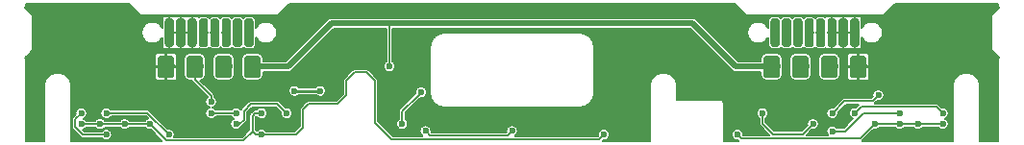
<source format=gbr>
G04 #@! TF.GenerationSoftware,KiCad,Pcbnew,(5.1.2)-2*
G04 #@! TF.CreationDate,2019-11-13T18:46:13+01:00*
G04 #@! TF.ProjectId,INTERFACE,494e5445-5246-4414-9345-2e6b69636164,rev?*
G04 #@! TF.SameCoordinates,Original*
G04 #@! TF.FileFunction,Copper,L2,Bot*
G04 #@! TF.FilePolarity,Positive*
%FSLAX46Y46*%
G04 Gerber Fmt 4.6, Leading zero omitted, Abs format (unit mm)*
G04 Created by KiCad (PCBNEW (5.1.2)-2) date 2019-11-13 18:46:13*
%MOMM*%
%LPD*%
G04 APERTURE LIST*
%ADD10C,0.100000*%
%ADD11C,1.500000*%
%ADD12C,0.800000*%
%ADD13C,0.600000*%
%ADD14C,0.254000*%
%ADD15C,0.152400*%
%ADD16C,0.508000*%
%ADD17C,0.127000*%
G04 APERTURE END LIST*
D10*
G36*
X130891756Y-105251806D02*
G01*
X130928159Y-105257206D01*
X130963857Y-105266147D01*
X130998506Y-105278545D01*
X131031774Y-105294280D01*
X131063339Y-105313199D01*
X131092897Y-105335121D01*
X131120165Y-105359835D01*
X131144879Y-105387103D01*
X131166801Y-105416661D01*
X131185720Y-105448226D01*
X131201455Y-105481494D01*
X131213853Y-105516143D01*
X131222794Y-105551841D01*
X131228194Y-105588244D01*
X131230000Y-105625000D01*
X131230000Y-106875000D01*
X131228194Y-106911756D01*
X131222794Y-106948159D01*
X131213853Y-106983857D01*
X131201455Y-107018506D01*
X131185720Y-107051774D01*
X131166801Y-107083339D01*
X131144879Y-107112897D01*
X131120165Y-107140165D01*
X131092897Y-107164879D01*
X131063339Y-107186801D01*
X131031774Y-107205720D01*
X130998506Y-107221455D01*
X130963857Y-107233853D01*
X130928159Y-107242794D01*
X130891756Y-107248194D01*
X130855000Y-107250000D01*
X130105000Y-107250000D01*
X130068244Y-107248194D01*
X130031841Y-107242794D01*
X129996143Y-107233853D01*
X129961494Y-107221455D01*
X129928226Y-107205720D01*
X129896661Y-107186801D01*
X129867103Y-107164879D01*
X129839835Y-107140165D01*
X129815121Y-107112897D01*
X129793199Y-107083339D01*
X129774280Y-107051774D01*
X129758545Y-107018506D01*
X129746147Y-106983857D01*
X129737206Y-106948159D01*
X129731806Y-106911756D01*
X129730000Y-106875000D01*
X129730000Y-105625000D01*
X129731806Y-105588244D01*
X129737206Y-105551841D01*
X129746147Y-105516143D01*
X129758545Y-105481494D01*
X129774280Y-105448226D01*
X129793199Y-105416661D01*
X129815121Y-105387103D01*
X129839835Y-105359835D01*
X129867103Y-105335121D01*
X129896661Y-105313199D01*
X129928226Y-105294280D01*
X129961494Y-105278545D01*
X129996143Y-105266147D01*
X130031841Y-105257206D01*
X130068244Y-105251806D01*
X130105000Y-105250000D01*
X130855000Y-105250000D01*
X130891756Y-105251806D01*
X130891756Y-105251806D01*
G37*
D11*
X130480000Y-106250000D03*
D10*
G36*
X128351756Y-105251806D02*
G01*
X128388159Y-105257206D01*
X128423857Y-105266147D01*
X128458506Y-105278545D01*
X128491774Y-105294280D01*
X128523339Y-105313199D01*
X128552897Y-105335121D01*
X128580165Y-105359835D01*
X128604879Y-105387103D01*
X128626801Y-105416661D01*
X128645720Y-105448226D01*
X128661455Y-105481494D01*
X128673853Y-105516143D01*
X128682794Y-105551841D01*
X128688194Y-105588244D01*
X128690000Y-105625000D01*
X128690000Y-106875000D01*
X128688194Y-106911756D01*
X128682794Y-106948159D01*
X128673853Y-106983857D01*
X128661455Y-107018506D01*
X128645720Y-107051774D01*
X128626801Y-107083339D01*
X128604879Y-107112897D01*
X128580165Y-107140165D01*
X128552897Y-107164879D01*
X128523339Y-107186801D01*
X128491774Y-107205720D01*
X128458506Y-107221455D01*
X128423857Y-107233853D01*
X128388159Y-107242794D01*
X128351756Y-107248194D01*
X128315000Y-107250000D01*
X127565000Y-107250000D01*
X127528244Y-107248194D01*
X127491841Y-107242794D01*
X127456143Y-107233853D01*
X127421494Y-107221455D01*
X127388226Y-107205720D01*
X127356661Y-107186801D01*
X127327103Y-107164879D01*
X127299835Y-107140165D01*
X127275121Y-107112897D01*
X127253199Y-107083339D01*
X127234280Y-107051774D01*
X127218545Y-107018506D01*
X127206147Y-106983857D01*
X127197206Y-106948159D01*
X127191806Y-106911756D01*
X127190000Y-106875000D01*
X127190000Y-105625000D01*
X127191806Y-105588244D01*
X127197206Y-105551841D01*
X127206147Y-105516143D01*
X127218545Y-105481494D01*
X127234280Y-105448226D01*
X127253199Y-105416661D01*
X127275121Y-105387103D01*
X127299835Y-105359835D01*
X127327103Y-105335121D01*
X127356661Y-105313199D01*
X127388226Y-105294280D01*
X127421494Y-105278545D01*
X127456143Y-105266147D01*
X127491841Y-105257206D01*
X127528244Y-105251806D01*
X127565000Y-105250000D01*
X128315000Y-105250000D01*
X128351756Y-105251806D01*
X128351756Y-105251806D01*
G37*
D11*
X127940000Y-106250000D03*
D10*
G36*
X125811756Y-105251806D02*
G01*
X125848159Y-105257206D01*
X125883857Y-105266147D01*
X125918506Y-105278545D01*
X125951774Y-105294280D01*
X125983339Y-105313199D01*
X126012897Y-105335121D01*
X126040165Y-105359835D01*
X126064879Y-105387103D01*
X126086801Y-105416661D01*
X126105720Y-105448226D01*
X126121455Y-105481494D01*
X126133853Y-105516143D01*
X126142794Y-105551841D01*
X126148194Y-105588244D01*
X126150000Y-105625000D01*
X126150000Y-106875000D01*
X126148194Y-106911756D01*
X126142794Y-106948159D01*
X126133853Y-106983857D01*
X126121455Y-107018506D01*
X126105720Y-107051774D01*
X126086801Y-107083339D01*
X126064879Y-107112897D01*
X126040165Y-107140165D01*
X126012897Y-107164879D01*
X125983339Y-107186801D01*
X125951774Y-107205720D01*
X125918506Y-107221455D01*
X125883857Y-107233853D01*
X125848159Y-107242794D01*
X125811756Y-107248194D01*
X125775000Y-107250000D01*
X125025000Y-107250000D01*
X124988244Y-107248194D01*
X124951841Y-107242794D01*
X124916143Y-107233853D01*
X124881494Y-107221455D01*
X124848226Y-107205720D01*
X124816661Y-107186801D01*
X124787103Y-107164879D01*
X124759835Y-107140165D01*
X124735121Y-107112897D01*
X124713199Y-107083339D01*
X124694280Y-107051774D01*
X124678545Y-107018506D01*
X124666147Y-106983857D01*
X124657206Y-106948159D01*
X124651806Y-106911756D01*
X124650000Y-106875000D01*
X124650000Y-105625000D01*
X124651806Y-105588244D01*
X124657206Y-105551841D01*
X124666147Y-105516143D01*
X124678545Y-105481494D01*
X124694280Y-105448226D01*
X124713199Y-105416661D01*
X124735121Y-105387103D01*
X124759835Y-105359835D01*
X124787103Y-105335121D01*
X124816661Y-105313199D01*
X124848226Y-105294280D01*
X124881494Y-105278545D01*
X124916143Y-105266147D01*
X124951841Y-105257206D01*
X124988244Y-105251806D01*
X125025000Y-105250000D01*
X125775000Y-105250000D01*
X125811756Y-105251806D01*
X125811756Y-105251806D01*
G37*
D11*
X125400000Y-106250000D03*
D10*
G36*
X123271756Y-105251806D02*
G01*
X123308159Y-105257206D01*
X123343857Y-105266147D01*
X123378506Y-105278545D01*
X123411774Y-105294280D01*
X123443339Y-105313199D01*
X123472897Y-105335121D01*
X123500165Y-105359835D01*
X123524879Y-105387103D01*
X123546801Y-105416661D01*
X123565720Y-105448226D01*
X123581455Y-105481494D01*
X123593853Y-105516143D01*
X123602794Y-105551841D01*
X123608194Y-105588244D01*
X123610000Y-105625000D01*
X123610000Y-106875000D01*
X123608194Y-106911756D01*
X123602794Y-106948159D01*
X123593853Y-106983857D01*
X123581455Y-107018506D01*
X123565720Y-107051774D01*
X123546801Y-107083339D01*
X123524879Y-107112897D01*
X123500165Y-107140165D01*
X123472897Y-107164879D01*
X123443339Y-107186801D01*
X123411774Y-107205720D01*
X123378506Y-107221455D01*
X123343857Y-107233853D01*
X123308159Y-107242794D01*
X123271756Y-107248194D01*
X123235000Y-107250000D01*
X122485000Y-107250000D01*
X122448244Y-107248194D01*
X122411841Y-107242794D01*
X122376143Y-107233853D01*
X122341494Y-107221455D01*
X122308226Y-107205720D01*
X122276661Y-107186801D01*
X122247103Y-107164879D01*
X122219835Y-107140165D01*
X122195121Y-107112897D01*
X122173199Y-107083339D01*
X122154280Y-107051774D01*
X122138545Y-107018506D01*
X122126147Y-106983857D01*
X122117206Y-106948159D01*
X122111806Y-106911756D01*
X122110000Y-106875000D01*
X122110000Y-105625000D01*
X122111806Y-105588244D01*
X122117206Y-105551841D01*
X122126147Y-105516143D01*
X122138545Y-105481494D01*
X122154280Y-105448226D01*
X122173199Y-105416661D01*
X122195121Y-105387103D01*
X122219835Y-105359835D01*
X122247103Y-105335121D01*
X122276661Y-105313199D01*
X122308226Y-105294280D01*
X122341494Y-105278545D01*
X122376143Y-105266147D01*
X122411841Y-105257206D01*
X122448244Y-105251806D01*
X122485000Y-105250000D01*
X123235000Y-105250000D01*
X123271756Y-105251806D01*
X123271756Y-105251806D01*
G37*
D11*
X122860000Y-106250000D03*
D10*
G36*
X130344865Y-102001202D02*
G01*
X130369095Y-102004796D01*
X130392855Y-102010748D01*
X130415918Y-102019000D01*
X130438061Y-102029472D01*
X130459070Y-102042065D01*
X130478745Y-102056657D01*
X130496894Y-102073106D01*
X130513343Y-102091255D01*
X130527935Y-102110930D01*
X130540528Y-102131939D01*
X130551000Y-102154082D01*
X130559252Y-102177145D01*
X130565204Y-102200905D01*
X130568798Y-102225135D01*
X130570000Y-102249600D01*
X130570000Y-104250400D01*
X130568798Y-104274865D01*
X130565204Y-104299095D01*
X130559252Y-104322855D01*
X130551000Y-104345918D01*
X130540528Y-104368061D01*
X130527935Y-104389070D01*
X130513343Y-104408745D01*
X130496894Y-104426894D01*
X130478745Y-104443343D01*
X130459070Y-104457935D01*
X130438061Y-104470528D01*
X130415918Y-104481000D01*
X130392855Y-104489252D01*
X130369095Y-104495204D01*
X130344865Y-104498798D01*
X130320400Y-104500000D01*
X130019600Y-104500000D01*
X129995135Y-104498798D01*
X129970905Y-104495204D01*
X129947145Y-104489252D01*
X129924082Y-104481000D01*
X129901939Y-104470528D01*
X129880930Y-104457935D01*
X129861255Y-104443343D01*
X129843106Y-104426894D01*
X129826657Y-104408745D01*
X129812065Y-104389070D01*
X129799472Y-104368061D01*
X129789000Y-104345918D01*
X129780748Y-104322855D01*
X129774796Y-104299095D01*
X129771202Y-104274865D01*
X129770000Y-104250400D01*
X129770000Y-102249600D01*
X129771202Y-102225135D01*
X129774796Y-102200905D01*
X129780748Y-102177145D01*
X129789000Y-102154082D01*
X129799472Y-102131939D01*
X129812065Y-102110930D01*
X129826657Y-102091255D01*
X129843106Y-102073106D01*
X129861255Y-102056657D01*
X129880930Y-102042065D01*
X129901939Y-102029472D01*
X129924082Y-102019000D01*
X129947145Y-102010748D01*
X129970905Y-102004796D01*
X129995135Y-102001202D01*
X130019600Y-102000000D01*
X130320400Y-102000000D01*
X130344865Y-102001202D01*
X130344865Y-102001202D01*
G37*
D12*
X130170000Y-103250000D03*
D10*
G36*
X129344865Y-102001202D02*
G01*
X129369095Y-102004796D01*
X129392855Y-102010748D01*
X129415918Y-102019000D01*
X129438061Y-102029472D01*
X129459070Y-102042065D01*
X129478745Y-102056657D01*
X129496894Y-102073106D01*
X129513343Y-102091255D01*
X129527935Y-102110930D01*
X129540528Y-102131939D01*
X129551000Y-102154082D01*
X129559252Y-102177145D01*
X129565204Y-102200905D01*
X129568798Y-102225135D01*
X129570000Y-102249600D01*
X129570000Y-104250400D01*
X129568798Y-104274865D01*
X129565204Y-104299095D01*
X129559252Y-104322855D01*
X129551000Y-104345918D01*
X129540528Y-104368061D01*
X129527935Y-104389070D01*
X129513343Y-104408745D01*
X129496894Y-104426894D01*
X129478745Y-104443343D01*
X129459070Y-104457935D01*
X129438061Y-104470528D01*
X129415918Y-104481000D01*
X129392855Y-104489252D01*
X129369095Y-104495204D01*
X129344865Y-104498798D01*
X129320400Y-104500000D01*
X129019600Y-104500000D01*
X128995135Y-104498798D01*
X128970905Y-104495204D01*
X128947145Y-104489252D01*
X128924082Y-104481000D01*
X128901939Y-104470528D01*
X128880930Y-104457935D01*
X128861255Y-104443343D01*
X128843106Y-104426894D01*
X128826657Y-104408745D01*
X128812065Y-104389070D01*
X128799472Y-104368061D01*
X128789000Y-104345918D01*
X128780748Y-104322855D01*
X128774796Y-104299095D01*
X128771202Y-104274865D01*
X128770000Y-104250400D01*
X128770000Y-102249600D01*
X128771202Y-102225135D01*
X128774796Y-102200905D01*
X128780748Y-102177145D01*
X128789000Y-102154082D01*
X128799472Y-102131939D01*
X128812065Y-102110930D01*
X128826657Y-102091255D01*
X128843106Y-102073106D01*
X128861255Y-102056657D01*
X128880930Y-102042065D01*
X128901939Y-102029472D01*
X128924082Y-102019000D01*
X128947145Y-102010748D01*
X128970905Y-102004796D01*
X128995135Y-102001202D01*
X129019600Y-102000000D01*
X129320400Y-102000000D01*
X129344865Y-102001202D01*
X129344865Y-102001202D01*
G37*
D12*
X129170000Y-103250000D03*
D10*
G36*
X128344865Y-102001202D02*
G01*
X128369095Y-102004796D01*
X128392855Y-102010748D01*
X128415918Y-102019000D01*
X128438061Y-102029472D01*
X128459070Y-102042065D01*
X128478745Y-102056657D01*
X128496894Y-102073106D01*
X128513343Y-102091255D01*
X128527935Y-102110930D01*
X128540528Y-102131939D01*
X128551000Y-102154082D01*
X128559252Y-102177145D01*
X128565204Y-102200905D01*
X128568798Y-102225135D01*
X128570000Y-102249600D01*
X128570000Y-104250400D01*
X128568798Y-104274865D01*
X128565204Y-104299095D01*
X128559252Y-104322855D01*
X128551000Y-104345918D01*
X128540528Y-104368061D01*
X128527935Y-104389070D01*
X128513343Y-104408745D01*
X128496894Y-104426894D01*
X128478745Y-104443343D01*
X128459070Y-104457935D01*
X128438061Y-104470528D01*
X128415918Y-104481000D01*
X128392855Y-104489252D01*
X128369095Y-104495204D01*
X128344865Y-104498798D01*
X128320400Y-104500000D01*
X128019600Y-104500000D01*
X127995135Y-104498798D01*
X127970905Y-104495204D01*
X127947145Y-104489252D01*
X127924082Y-104481000D01*
X127901939Y-104470528D01*
X127880930Y-104457935D01*
X127861255Y-104443343D01*
X127843106Y-104426894D01*
X127826657Y-104408745D01*
X127812065Y-104389070D01*
X127799472Y-104368061D01*
X127789000Y-104345918D01*
X127780748Y-104322855D01*
X127774796Y-104299095D01*
X127771202Y-104274865D01*
X127770000Y-104250400D01*
X127770000Y-102249600D01*
X127771202Y-102225135D01*
X127774796Y-102200905D01*
X127780748Y-102177145D01*
X127789000Y-102154082D01*
X127799472Y-102131939D01*
X127812065Y-102110930D01*
X127826657Y-102091255D01*
X127843106Y-102073106D01*
X127861255Y-102056657D01*
X127880930Y-102042065D01*
X127901939Y-102029472D01*
X127924082Y-102019000D01*
X127947145Y-102010748D01*
X127970905Y-102004796D01*
X127995135Y-102001202D01*
X128019600Y-102000000D01*
X128320400Y-102000000D01*
X128344865Y-102001202D01*
X128344865Y-102001202D01*
G37*
D12*
X128170000Y-103250000D03*
D10*
G36*
X127344865Y-102001202D02*
G01*
X127369095Y-102004796D01*
X127392855Y-102010748D01*
X127415918Y-102019000D01*
X127438061Y-102029472D01*
X127459070Y-102042065D01*
X127478745Y-102056657D01*
X127496894Y-102073106D01*
X127513343Y-102091255D01*
X127527935Y-102110930D01*
X127540528Y-102131939D01*
X127551000Y-102154082D01*
X127559252Y-102177145D01*
X127565204Y-102200905D01*
X127568798Y-102225135D01*
X127570000Y-102249600D01*
X127570000Y-104250400D01*
X127568798Y-104274865D01*
X127565204Y-104299095D01*
X127559252Y-104322855D01*
X127551000Y-104345918D01*
X127540528Y-104368061D01*
X127527935Y-104389070D01*
X127513343Y-104408745D01*
X127496894Y-104426894D01*
X127478745Y-104443343D01*
X127459070Y-104457935D01*
X127438061Y-104470528D01*
X127415918Y-104481000D01*
X127392855Y-104489252D01*
X127369095Y-104495204D01*
X127344865Y-104498798D01*
X127320400Y-104500000D01*
X127019600Y-104500000D01*
X126995135Y-104498798D01*
X126970905Y-104495204D01*
X126947145Y-104489252D01*
X126924082Y-104481000D01*
X126901939Y-104470528D01*
X126880930Y-104457935D01*
X126861255Y-104443343D01*
X126843106Y-104426894D01*
X126826657Y-104408745D01*
X126812065Y-104389070D01*
X126799472Y-104368061D01*
X126789000Y-104345918D01*
X126780748Y-104322855D01*
X126774796Y-104299095D01*
X126771202Y-104274865D01*
X126770000Y-104250400D01*
X126770000Y-102249600D01*
X126771202Y-102225135D01*
X126774796Y-102200905D01*
X126780748Y-102177145D01*
X126789000Y-102154082D01*
X126799472Y-102131939D01*
X126812065Y-102110930D01*
X126826657Y-102091255D01*
X126843106Y-102073106D01*
X126861255Y-102056657D01*
X126880930Y-102042065D01*
X126901939Y-102029472D01*
X126924082Y-102019000D01*
X126947145Y-102010748D01*
X126970905Y-102004796D01*
X126995135Y-102001202D01*
X127019600Y-102000000D01*
X127320400Y-102000000D01*
X127344865Y-102001202D01*
X127344865Y-102001202D01*
G37*
D12*
X127170000Y-103250000D03*
D10*
G36*
X126344865Y-102001202D02*
G01*
X126369095Y-102004796D01*
X126392855Y-102010748D01*
X126415918Y-102019000D01*
X126438061Y-102029472D01*
X126459070Y-102042065D01*
X126478745Y-102056657D01*
X126496894Y-102073106D01*
X126513343Y-102091255D01*
X126527935Y-102110930D01*
X126540528Y-102131939D01*
X126551000Y-102154082D01*
X126559252Y-102177145D01*
X126565204Y-102200905D01*
X126568798Y-102225135D01*
X126570000Y-102249600D01*
X126570000Y-104250400D01*
X126568798Y-104274865D01*
X126565204Y-104299095D01*
X126559252Y-104322855D01*
X126551000Y-104345918D01*
X126540528Y-104368061D01*
X126527935Y-104389070D01*
X126513343Y-104408745D01*
X126496894Y-104426894D01*
X126478745Y-104443343D01*
X126459070Y-104457935D01*
X126438061Y-104470528D01*
X126415918Y-104481000D01*
X126392855Y-104489252D01*
X126369095Y-104495204D01*
X126344865Y-104498798D01*
X126320400Y-104500000D01*
X126019600Y-104500000D01*
X125995135Y-104498798D01*
X125970905Y-104495204D01*
X125947145Y-104489252D01*
X125924082Y-104481000D01*
X125901939Y-104470528D01*
X125880930Y-104457935D01*
X125861255Y-104443343D01*
X125843106Y-104426894D01*
X125826657Y-104408745D01*
X125812065Y-104389070D01*
X125799472Y-104368061D01*
X125789000Y-104345918D01*
X125780748Y-104322855D01*
X125774796Y-104299095D01*
X125771202Y-104274865D01*
X125770000Y-104250400D01*
X125770000Y-102249600D01*
X125771202Y-102225135D01*
X125774796Y-102200905D01*
X125780748Y-102177145D01*
X125789000Y-102154082D01*
X125799472Y-102131939D01*
X125812065Y-102110930D01*
X125826657Y-102091255D01*
X125843106Y-102073106D01*
X125861255Y-102056657D01*
X125880930Y-102042065D01*
X125901939Y-102029472D01*
X125924082Y-102019000D01*
X125947145Y-102010748D01*
X125970905Y-102004796D01*
X125995135Y-102001202D01*
X126019600Y-102000000D01*
X126320400Y-102000000D01*
X126344865Y-102001202D01*
X126344865Y-102001202D01*
G37*
D12*
X126170000Y-103250000D03*
D10*
G36*
X125344865Y-102001202D02*
G01*
X125369095Y-102004796D01*
X125392855Y-102010748D01*
X125415918Y-102019000D01*
X125438061Y-102029472D01*
X125459070Y-102042065D01*
X125478745Y-102056657D01*
X125496894Y-102073106D01*
X125513343Y-102091255D01*
X125527935Y-102110930D01*
X125540528Y-102131939D01*
X125551000Y-102154082D01*
X125559252Y-102177145D01*
X125565204Y-102200905D01*
X125568798Y-102225135D01*
X125570000Y-102249600D01*
X125570000Y-104250400D01*
X125568798Y-104274865D01*
X125565204Y-104299095D01*
X125559252Y-104322855D01*
X125551000Y-104345918D01*
X125540528Y-104368061D01*
X125527935Y-104389070D01*
X125513343Y-104408745D01*
X125496894Y-104426894D01*
X125478745Y-104443343D01*
X125459070Y-104457935D01*
X125438061Y-104470528D01*
X125415918Y-104481000D01*
X125392855Y-104489252D01*
X125369095Y-104495204D01*
X125344865Y-104498798D01*
X125320400Y-104500000D01*
X125019600Y-104500000D01*
X124995135Y-104498798D01*
X124970905Y-104495204D01*
X124947145Y-104489252D01*
X124924082Y-104481000D01*
X124901939Y-104470528D01*
X124880930Y-104457935D01*
X124861255Y-104443343D01*
X124843106Y-104426894D01*
X124826657Y-104408745D01*
X124812065Y-104389070D01*
X124799472Y-104368061D01*
X124789000Y-104345918D01*
X124780748Y-104322855D01*
X124774796Y-104299095D01*
X124771202Y-104274865D01*
X124770000Y-104250400D01*
X124770000Y-102249600D01*
X124771202Y-102225135D01*
X124774796Y-102200905D01*
X124780748Y-102177145D01*
X124789000Y-102154082D01*
X124799472Y-102131939D01*
X124812065Y-102110930D01*
X124826657Y-102091255D01*
X124843106Y-102073106D01*
X124861255Y-102056657D01*
X124880930Y-102042065D01*
X124901939Y-102029472D01*
X124924082Y-102019000D01*
X124947145Y-102010748D01*
X124970905Y-102004796D01*
X124995135Y-102001202D01*
X125019600Y-102000000D01*
X125320400Y-102000000D01*
X125344865Y-102001202D01*
X125344865Y-102001202D01*
G37*
D12*
X125170000Y-103250000D03*
D10*
G36*
X124344865Y-102001202D02*
G01*
X124369095Y-102004796D01*
X124392855Y-102010748D01*
X124415918Y-102019000D01*
X124438061Y-102029472D01*
X124459070Y-102042065D01*
X124478745Y-102056657D01*
X124496894Y-102073106D01*
X124513343Y-102091255D01*
X124527935Y-102110930D01*
X124540528Y-102131939D01*
X124551000Y-102154082D01*
X124559252Y-102177145D01*
X124565204Y-102200905D01*
X124568798Y-102225135D01*
X124570000Y-102249600D01*
X124570000Y-104250400D01*
X124568798Y-104274865D01*
X124565204Y-104299095D01*
X124559252Y-104322855D01*
X124551000Y-104345918D01*
X124540528Y-104368061D01*
X124527935Y-104389070D01*
X124513343Y-104408745D01*
X124496894Y-104426894D01*
X124478745Y-104443343D01*
X124459070Y-104457935D01*
X124438061Y-104470528D01*
X124415918Y-104481000D01*
X124392855Y-104489252D01*
X124369095Y-104495204D01*
X124344865Y-104498798D01*
X124320400Y-104500000D01*
X124019600Y-104500000D01*
X123995135Y-104498798D01*
X123970905Y-104495204D01*
X123947145Y-104489252D01*
X123924082Y-104481000D01*
X123901939Y-104470528D01*
X123880930Y-104457935D01*
X123861255Y-104443343D01*
X123843106Y-104426894D01*
X123826657Y-104408745D01*
X123812065Y-104389070D01*
X123799472Y-104368061D01*
X123789000Y-104345918D01*
X123780748Y-104322855D01*
X123774796Y-104299095D01*
X123771202Y-104274865D01*
X123770000Y-104250400D01*
X123770000Y-102249600D01*
X123771202Y-102225135D01*
X123774796Y-102200905D01*
X123780748Y-102177145D01*
X123789000Y-102154082D01*
X123799472Y-102131939D01*
X123812065Y-102110930D01*
X123826657Y-102091255D01*
X123843106Y-102073106D01*
X123861255Y-102056657D01*
X123880930Y-102042065D01*
X123901939Y-102029472D01*
X123924082Y-102019000D01*
X123947145Y-102010748D01*
X123970905Y-102004796D01*
X123995135Y-102001202D01*
X124019600Y-102000000D01*
X124320400Y-102000000D01*
X124344865Y-102001202D01*
X124344865Y-102001202D01*
G37*
D12*
X124170000Y-103250000D03*
D10*
G36*
X123344865Y-102001202D02*
G01*
X123369095Y-102004796D01*
X123392855Y-102010748D01*
X123415918Y-102019000D01*
X123438061Y-102029472D01*
X123459070Y-102042065D01*
X123478745Y-102056657D01*
X123496894Y-102073106D01*
X123513343Y-102091255D01*
X123527935Y-102110930D01*
X123540528Y-102131939D01*
X123551000Y-102154082D01*
X123559252Y-102177145D01*
X123565204Y-102200905D01*
X123568798Y-102225135D01*
X123570000Y-102249600D01*
X123570000Y-104250400D01*
X123568798Y-104274865D01*
X123565204Y-104299095D01*
X123559252Y-104322855D01*
X123551000Y-104345918D01*
X123540528Y-104368061D01*
X123527935Y-104389070D01*
X123513343Y-104408745D01*
X123496894Y-104426894D01*
X123478745Y-104443343D01*
X123459070Y-104457935D01*
X123438061Y-104470528D01*
X123415918Y-104481000D01*
X123392855Y-104489252D01*
X123369095Y-104495204D01*
X123344865Y-104498798D01*
X123320400Y-104500000D01*
X123019600Y-104500000D01*
X122995135Y-104498798D01*
X122970905Y-104495204D01*
X122947145Y-104489252D01*
X122924082Y-104481000D01*
X122901939Y-104470528D01*
X122880930Y-104457935D01*
X122861255Y-104443343D01*
X122843106Y-104426894D01*
X122826657Y-104408745D01*
X122812065Y-104389070D01*
X122799472Y-104368061D01*
X122789000Y-104345918D01*
X122780748Y-104322855D01*
X122774796Y-104299095D01*
X122771202Y-104274865D01*
X122770000Y-104250400D01*
X122770000Y-102249600D01*
X122771202Y-102225135D01*
X122774796Y-102200905D01*
X122780748Y-102177145D01*
X122789000Y-102154082D01*
X122799472Y-102131939D01*
X122812065Y-102110930D01*
X122826657Y-102091255D01*
X122843106Y-102073106D01*
X122861255Y-102056657D01*
X122880930Y-102042065D01*
X122901939Y-102029472D01*
X122924082Y-102019000D01*
X122947145Y-102010748D01*
X122970905Y-102004796D01*
X122995135Y-102001202D01*
X123019600Y-102000000D01*
X123320400Y-102000000D01*
X123344865Y-102001202D01*
X123344865Y-102001202D01*
G37*
D12*
X123170000Y-103250000D03*
D10*
G36*
X77004865Y-102001202D02*
G01*
X77029095Y-102004796D01*
X77052855Y-102010748D01*
X77075918Y-102019000D01*
X77098061Y-102029472D01*
X77119070Y-102042065D01*
X77138745Y-102056657D01*
X77156894Y-102073106D01*
X77173343Y-102091255D01*
X77187935Y-102110930D01*
X77200528Y-102131939D01*
X77211000Y-102154082D01*
X77219252Y-102177145D01*
X77225204Y-102200905D01*
X77228798Y-102225135D01*
X77230000Y-102249600D01*
X77230000Y-104250400D01*
X77228798Y-104274865D01*
X77225204Y-104299095D01*
X77219252Y-104322855D01*
X77211000Y-104345918D01*
X77200528Y-104368061D01*
X77187935Y-104389070D01*
X77173343Y-104408745D01*
X77156894Y-104426894D01*
X77138745Y-104443343D01*
X77119070Y-104457935D01*
X77098061Y-104470528D01*
X77075918Y-104481000D01*
X77052855Y-104489252D01*
X77029095Y-104495204D01*
X77004865Y-104498798D01*
X76980400Y-104500000D01*
X76679600Y-104500000D01*
X76655135Y-104498798D01*
X76630905Y-104495204D01*
X76607145Y-104489252D01*
X76584082Y-104481000D01*
X76561939Y-104470528D01*
X76540930Y-104457935D01*
X76521255Y-104443343D01*
X76503106Y-104426894D01*
X76486657Y-104408745D01*
X76472065Y-104389070D01*
X76459472Y-104368061D01*
X76449000Y-104345918D01*
X76440748Y-104322855D01*
X76434796Y-104299095D01*
X76431202Y-104274865D01*
X76430000Y-104250400D01*
X76430000Y-102249600D01*
X76431202Y-102225135D01*
X76434796Y-102200905D01*
X76440748Y-102177145D01*
X76449000Y-102154082D01*
X76459472Y-102131939D01*
X76472065Y-102110930D01*
X76486657Y-102091255D01*
X76503106Y-102073106D01*
X76521255Y-102056657D01*
X76540930Y-102042065D01*
X76561939Y-102029472D01*
X76584082Y-102019000D01*
X76607145Y-102010748D01*
X76630905Y-102004796D01*
X76655135Y-102001202D01*
X76679600Y-102000000D01*
X76980400Y-102000000D01*
X77004865Y-102001202D01*
X77004865Y-102001202D01*
G37*
D12*
X76830000Y-103250000D03*
D10*
G36*
X76004865Y-102001202D02*
G01*
X76029095Y-102004796D01*
X76052855Y-102010748D01*
X76075918Y-102019000D01*
X76098061Y-102029472D01*
X76119070Y-102042065D01*
X76138745Y-102056657D01*
X76156894Y-102073106D01*
X76173343Y-102091255D01*
X76187935Y-102110930D01*
X76200528Y-102131939D01*
X76211000Y-102154082D01*
X76219252Y-102177145D01*
X76225204Y-102200905D01*
X76228798Y-102225135D01*
X76230000Y-102249600D01*
X76230000Y-104250400D01*
X76228798Y-104274865D01*
X76225204Y-104299095D01*
X76219252Y-104322855D01*
X76211000Y-104345918D01*
X76200528Y-104368061D01*
X76187935Y-104389070D01*
X76173343Y-104408745D01*
X76156894Y-104426894D01*
X76138745Y-104443343D01*
X76119070Y-104457935D01*
X76098061Y-104470528D01*
X76075918Y-104481000D01*
X76052855Y-104489252D01*
X76029095Y-104495204D01*
X76004865Y-104498798D01*
X75980400Y-104500000D01*
X75679600Y-104500000D01*
X75655135Y-104498798D01*
X75630905Y-104495204D01*
X75607145Y-104489252D01*
X75584082Y-104481000D01*
X75561939Y-104470528D01*
X75540930Y-104457935D01*
X75521255Y-104443343D01*
X75503106Y-104426894D01*
X75486657Y-104408745D01*
X75472065Y-104389070D01*
X75459472Y-104368061D01*
X75449000Y-104345918D01*
X75440748Y-104322855D01*
X75434796Y-104299095D01*
X75431202Y-104274865D01*
X75430000Y-104250400D01*
X75430000Y-102249600D01*
X75431202Y-102225135D01*
X75434796Y-102200905D01*
X75440748Y-102177145D01*
X75449000Y-102154082D01*
X75459472Y-102131939D01*
X75472065Y-102110930D01*
X75486657Y-102091255D01*
X75503106Y-102073106D01*
X75521255Y-102056657D01*
X75540930Y-102042065D01*
X75561939Y-102029472D01*
X75584082Y-102019000D01*
X75607145Y-102010748D01*
X75630905Y-102004796D01*
X75655135Y-102001202D01*
X75679600Y-102000000D01*
X75980400Y-102000000D01*
X76004865Y-102001202D01*
X76004865Y-102001202D01*
G37*
D12*
X75830000Y-103250000D03*
D10*
G36*
X75004865Y-102001202D02*
G01*
X75029095Y-102004796D01*
X75052855Y-102010748D01*
X75075918Y-102019000D01*
X75098061Y-102029472D01*
X75119070Y-102042065D01*
X75138745Y-102056657D01*
X75156894Y-102073106D01*
X75173343Y-102091255D01*
X75187935Y-102110930D01*
X75200528Y-102131939D01*
X75211000Y-102154082D01*
X75219252Y-102177145D01*
X75225204Y-102200905D01*
X75228798Y-102225135D01*
X75230000Y-102249600D01*
X75230000Y-104250400D01*
X75228798Y-104274865D01*
X75225204Y-104299095D01*
X75219252Y-104322855D01*
X75211000Y-104345918D01*
X75200528Y-104368061D01*
X75187935Y-104389070D01*
X75173343Y-104408745D01*
X75156894Y-104426894D01*
X75138745Y-104443343D01*
X75119070Y-104457935D01*
X75098061Y-104470528D01*
X75075918Y-104481000D01*
X75052855Y-104489252D01*
X75029095Y-104495204D01*
X75004865Y-104498798D01*
X74980400Y-104500000D01*
X74679600Y-104500000D01*
X74655135Y-104498798D01*
X74630905Y-104495204D01*
X74607145Y-104489252D01*
X74584082Y-104481000D01*
X74561939Y-104470528D01*
X74540930Y-104457935D01*
X74521255Y-104443343D01*
X74503106Y-104426894D01*
X74486657Y-104408745D01*
X74472065Y-104389070D01*
X74459472Y-104368061D01*
X74449000Y-104345918D01*
X74440748Y-104322855D01*
X74434796Y-104299095D01*
X74431202Y-104274865D01*
X74430000Y-104250400D01*
X74430000Y-102249600D01*
X74431202Y-102225135D01*
X74434796Y-102200905D01*
X74440748Y-102177145D01*
X74449000Y-102154082D01*
X74459472Y-102131939D01*
X74472065Y-102110930D01*
X74486657Y-102091255D01*
X74503106Y-102073106D01*
X74521255Y-102056657D01*
X74540930Y-102042065D01*
X74561939Y-102029472D01*
X74584082Y-102019000D01*
X74607145Y-102010748D01*
X74630905Y-102004796D01*
X74655135Y-102001202D01*
X74679600Y-102000000D01*
X74980400Y-102000000D01*
X75004865Y-102001202D01*
X75004865Y-102001202D01*
G37*
D12*
X74830000Y-103250000D03*
D10*
G36*
X74004865Y-102001202D02*
G01*
X74029095Y-102004796D01*
X74052855Y-102010748D01*
X74075918Y-102019000D01*
X74098061Y-102029472D01*
X74119070Y-102042065D01*
X74138745Y-102056657D01*
X74156894Y-102073106D01*
X74173343Y-102091255D01*
X74187935Y-102110930D01*
X74200528Y-102131939D01*
X74211000Y-102154082D01*
X74219252Y-102177145D01*
X74225204Y-102200905D01*
X74228798Y-102225135D01*
X74230000Y-102249600D01*
X74230000Y-104250400D01*
X74228798Y-104274865D01*
X74225204Y-104299095D01*
X74219252Y-104322855D01*
X74211000Y-104345918D01*
X74200528Y-104368061D01*
X74187935Y-104389070D01*
X74173343Y-104408745D01*
X74156894Y-104426894D01*
X74138745Y-104443343D01*
X74119070Y-104457935D01*
X74098061Y-104470528D01*
X74075918Y-104481000D01*
X74052855Y-104489252D01*
X74029095Y-104495204D01*
X74004865Y-104498798D01*
X73980400Y-104500000D01*
X73679600Y-104500000D01*
X73655135Y-104498798D01*
X73630905Y-104495204D01*
X73607145Y-104489252D01*
X73584082Y-104481000D01*
X73561939Y-104470528D01*
X73540930Y-104457935D01*
X73521255Y-104443343D01*
X73503106Y-104426894D01*
X73486657Y-104408745D01*
X73472065Y-104389070D01*
X73459472Y-104368061D01*
X73449000Y-104345918D01*
X73440748Y-104322855D01*
X73434796Y-104299095D01*
X73431202Y-104274865D01*
X73430000Y-104250400D01*
X73430000Y-102249600D01*
X73431202Y-102225135D01*
X73434796Y-102200905D01*
X73440748Y-102177145D01*
X73449000Y-102154082D01*
X73459472Y-102131939D01*
X73472065Y-102110930D01*
X73486657Y-102091255D01*
X73503106Y-102073106D01*
X73521255Y-102056657D01*
X73540930Y-102042065D01*
X73561939Y-102029472D01*
X73584082Y-102019000D01*
X73607145Y-102010748D01*
X73630905Y-102004796D01*
X73655135Y-102001202D01*
X73679600Y-102000000D01*
X73980400Y-102000000D01*
X74004865Y-102001202D01*
X74004865Y-102001202D01*
G37*
D12*
X73830000Y-103250000D03*
D10*
G36*
X73004865Y-102001202D02*
G01*
X73029095Y-102004796D01*
X73052855Y-102010748D01*
X73075918Y-102019000D01*
X73098061Y-102029472D01*
X73119070Y-102042065D01*
X73138745Y-102056657D01*
X73156894Y-102073106D01*
X73173343Y-102091255D01*
X73187935Y-102110930D01*
X73200528Y-102131939D01*
X73211000Y-102154082D01*
X73219252Y-102177145D01*
X73225204Y-102200905D01*
X73228798Y-102225135D01*
X73230000Y-102249600D01*
X73230000Y-104250400D01*
X73228798Y-104274865D01*
X73225204Y-104299095D01*
X73219252Y-104322855D01*
X73211000Y-104345918D01*
X73200528Y-104368061D01*
X73187935Y-104389070D01*
X73173343Y-104408745D01*
X73156894Y-104426894D01*
X73138745Y-104443343D01*
X73119070Y-104457935D01*
X73098061Y-104470528D01*
X73075918Y-104481000D01*
X73052855Y-104489252D01*
X73029095Y-104495204D01*
X73004865Y-104498798D01*
X72980400Y-104500000D01*
X72679600Y-104500000D01*
X72655135Y-104498798D01*
X72630905Y-104495204D01*
X72607145Y-104489252D01*
X72584082Y-104481000D01*
X72561939Y-104470528D01*
X72540930Y-104457935D01*
X72521255Y-104443343D01*
X72503106Y-104426894D01*
X72486657Y-104408745D01*
X72472065Y-104389070D01*
X72459472Y-104368061D01*
X72449000Y-104345918D01*
X72440748Y-104322855D01*
X72434796Y-104299095D01*
X72431202Y-104274865D01*
X72430000Y-104250400D01*
X72430000Y-102249600D01*
X72431202Y-102225135D01*
X72434796Y-102200905D01*
X72440748Y-102177145D01*
X72449000Y-102154082D01*
X72459472Y-102131939D01*
X72472065Y-102110930D01*
X72486657Y-102091255D01*
X72503106Y-102073106D01*
X72521255Y-102056657D01*
X72540930Y-102042065D01*
X72561939Y-102029472D01*
X72584082Y-102019000D01*
X72607145Y-102010748D01*
X72630905Y-102004796D01*
X72655135Y-102001202D01*
X72679600Y-102000000D01*
X72980400Y-102000000D01*
X73004865Y-102001202D01*
X73004865Y-102001202D01*
G37*
D12*
X72830000Y-103250000D03*
D10*
G36*
X72004865Y-102001202D02*
G01*
X72029095Y-102004796D01*
X72052855Y-102010748D01*
X72075918Y-102019000D01*
X72098061Y-102029472D01*
X72119070Y-102042065D01*
X72138745Y-102056657D01*
X72156894Y-102073106D01*
X72173343Y-102091255D01*
X72187935Y-102110930D01*
X72200528Y-102131939D01*
X72211000Y-102154082D01*
X72219252Y-102177145D01*
X72225204Y-102200905D01*
X72228798Y-102225135D01*
X72230000Y-102249600D01*
X72230000Y-104250400D01*
X72228798Y-104274865D01*
X72225204Y-104299095D01*
X72219252Y-104322855D01*
X72211000Y-104345918D01*
X72200528Y-104368061D01*
X72187935Y-104389070D01*
X72173343Y-104408745D01*
X72156894Y-104426894D01*
X72138745Y-104443343D01*
X72119070Y-104457935D01*
X72098061Y-104470528D01*
X72075918Y-104481000D01*
X72052855Y-104489252D01*
X72029095Y-104495204D01*
X72004865Y-104498798D01*
X71980400Y-104500000D01*
X71679600Y-104500000D01*
X71655135Y-104498798D01*
X71630905Y-104495204D01*
X71607145Y-104489252D01*
X71584082Y-104481000D01*
X71561939Y-104470528D01*
X71540930Y-104457935D01*
X71521255Y-104443343D01*
X71503106Y-104426894D01*
X71486657Y-104408745D01*
X71472065Y-104389070D01*
X71459472Y-104368061D01*
X71449000Y-104345918D01*
X71440748Y-104322855D01*
X71434796Y-104299095D01*
X71431202Y-104274865D01*
X71430000Y-104250400D01*
X71430000Y-102249600D01*
X71431202Y-102225135D01*
X71434796Y-102200905D01*
X71440748Y-102177145D01*
X71449000Y-102154082D01*
X71459472Y-102131939D01*
X71472065Y-102110930D01*
X71486657Y-102091255D01*
X71503106Y-102073106D01*
X71521255Y-102056657D01*
X71540930Y-102042065D01*
X71561939Y-102029472D01*
X71584082Y-102019000D01*
X71607145Y-102010748D01*
X71630905Y-102004796D01*
X71655135Y-102001202D01*
X71679600Y-102000000D01*
X71980400Y-102000000D01*
X72004865Y-102001202D01*
X72004865Y-102001202D01*
G37*
D12*
X71830000Y-103250000D03*
D10*
G36*
X71004865Y-102001202D02*
G01*
X71029095Y-102004796D01*
X71052855Y-102010748D01*
X71075918Y-102019000D01*
X71098061Y-102029472D01*
X71119070Y-102042065D01*
X71138745Y-102056657D01*
X71156894Y-102073106D01*
X71173343Y-102091255D01*
X71187935Y-102110930D01*
X71200528Y-102131939D01*
X71211000Y-102154082D01*
X71219252Y-102177145D01*
X71225204Y-102200905D01*
X71228798Y-102225135D01*
X71230000Y-102249600D01*
X71230000Y-104250400D01*
X71228798Y-104274865D01*
X71225204Y-104299095D01*
X71219252Y-104322855D01*
X71211000Y-104345918D01*
X71200528Y-104368061D01*
X71187935Y-104389070D01*
X71173343Y-104408745D01*
X71156894Y-104426894D01*
X71138745Y-104443343D01*
X71119070Y-104457935D01*
X71098061Y-104470528D01*
X71075918Y-104481000D01*
X71052855Y-104489252D01*
X71029095Y-104495204D01*
X71004865Y-104498798D01*
X70980400Y-104500000D01*
X70679600Y-104500000D01*
X70655135Y-104498798D01*
X70630905Y-104495204D01*
X70607145Y-104489252D01*
X70584082Y-104481000D01*
X70561939Y-104470528D01*
X70540930Y-104457935D01*
X70521255Y-104443343D01*
X70503106Y-104426894D01*
X70486657Y-104408745D01*
X70472065Y-104389070D01*
X70459472Y-104368061D01*
X70449000Y-104345918D01*
X70440748Y-104322855D01*
X70434796Y-104299095D01*
X70431202Y-104274865D01*
X70430000Y-104250400D01*
X70430000Y-102249600D01*
X70431202Y-102225135D01*
X70434796Y-102200905D01*
X70440748Y-102177145D01*
X70449000Y-102154082D01*
X70459472Y-102131939D01*
X70472065Y-102110930D01*
X70486657Y-102091255D01*
X70503106Y-102073106D01*
X70521255Y-102056657D01*
X70540930Y-102042065D01*
X70561939Y-102029472D01*
X70584082Y-102019000D01*
X70607145Y-102010748D01*
X70630905Y-102004796D01*
X70655135Y-102001202D01*
X70679600Y-102000000D01*
X70980400Y-102000000D01*
X71004865Y-102001202D01*
X71004865Y-102001202D01*
G37*
D12*
X70830000Y-103250000D03*
D10*
G36*
X70004865Y-102001202D02*
G01*
X70029095Y-102004796D01*
X70052855Y-102010748D01*
X70075918Y-102019000D01*
X70098061Y-102029472D01*
X70119070Y-102042065D01*
X70138745Y-102056657D01*
X70156894Y-102073106D01*
X70173343Y-102091255D01*
X70187935Y-102110930D01*
X70200528Y-102131939D01*
X70211000Y-102154082D01*
X70219252Y-102177145D01*
X70225204Y-102200905D01*
X70228798Y-102225135D01*
X70230000Y-102249600D01*
X70230000Y-104250400D01*
X70228798Y-104274865D01*
X70225204Y-104299095D01*
X70219252Y-104322855D01*
X70211000Y-104345918D01*
X70200528Y-104368061D01*
X70187935Y-104389070D01*
X70173343Y-104408745D01*
X70156894Y-104426894D01*
X70138745Y-104443343D01*
X70119070Y-104457935D01*
X70098061Y-104470528D01*
X70075918Y-104481000D01*
X70052855Y-104489252D01*
X70029095Y-104495204D01*
X70004865Y-104498798D01*
X69980400Y-104500000D01*
X69679600Y-104500000D01*
X69655135Y-104498798D01*
X69630905Y-104495204D01*
X69607145Y-104489252D01*
X69584082Y-104481000D01*
X69561939Y-104470528D01*
X69540930Y-104457935D01*
X69521255Y-104443343D01*
X69503106Y-104426894D01*
X69486657Y-104408745D01*
X69472065Y-104389070D01*
X69459472Y-104368061D01*
X69449000Y-104345918D01*
X69440748Y-104322855D01*
X69434796Y-104299095D01*
X69431202Y-104274865D01*
X69430000Y-104250400D01*
X69430000Y-102249600D01*
X69431202Y-102225135D01*
X69434796Y-102200905D01*
X69440748Y-102177145D01*
X69449000Y-102154082D01*
X69459472Y-102131939D01*
X69472065Y-102110930D01*
X69486657Y-102091255D01*
X69503106Y-102073106D01*
X69521255Y-102056657D01*
X69540930Y-102042065D01*
X69561939Y-102029472D01*
X69584082Y-102019000D01*
X69607145Y-102010748D01*
X69630905Y-102004796D01*
X69655135Y-102001202D01*
X69679600Y-102000000D01*
X69980400Y-102000000D01*
X70004865Y-102001202D01*
X70004865Y-102001202D01*
G37*
D12*
X69830000Y-103250000D03*
D10*
G36*
X77551756Y-105251806D02*
G01*
X77588159Y-105257206D01*
X77623857Y-105266147D01*
X77658506Y-105278545D01*
X77691774Y-105294280D01*
X77723339Y-105313199D01*
X77752897Y-105335121D01*
X77780165Y-105359835D01*
X77804879Y-105387103D01*
X77826801Y-105416661D01*
X77845720Y-105448226D01*
X77861455Y-105481494D01*
X77873853Y-105516143D01*
X77882794Y-105551841D01*
X77888194Y-105588244D01*
X77890000Y-105625000D01*
X77890000Y-106875000D01*
X77888194Y-106911756D01*
X77882794Y-106948159D01*
X77873853Y-106983857D01*
X77861455Y-107018506D01*
X77845720Y-107051774D01*
X77826801Y-107083339D01*
X77804879Y-107112897D01*
X77780165Y-107140165D01*
X77752897Y-107164879D01*
X77723339Y-107186801D01*
X77691774Y-107205720D01*
X77658506Y-107221455D01*
X77623857Y-107233853D01*
X77588159Y-107242794D01*
X77551756Y-107248194D01*
X77515000Y-107250000D01*
X76765000Y-107250000D01*
X76728244Y-107248194D01*
X76691841Y-107242794D01*
X76656143Y-107233853D01*
X76621494Y-107221455D01*
X76588226Y-107205720D01*
X76556661Y-107186801D01*
X76527103Y-107164879D01*
X76499835Y-107140165D01*
X76475121Y-107112897D01*
X76453199Y-107083339D01*
X76434280Y-107051774D01*
X76418545Y-107018506D01*
X76406147Y-106983857D01*
X76397206Y-106948159D01*
X76391806Y-106911756D01*
X76390000Y-106875000D01*
X76390000Y-105625000D01*
X76391806Y-105588244D01*
X76397206Y-105551841D01*
X76406147Y-105516143D01*
X76418545Y-105481494D01*
X76434280Y-105448226D01*
X76453199Y-105416661D01*
X76475121Y-105387103D01*
X76499835Y-105359835D01*
X76527103Y-105335121D01*
X76556661Y-105313199D01*
X76588226Y-105294280D01*
X76621494Y-105278545D01*
X76656143Y-105266147D01*
X76691841Y-105257206D01*
X76728244Y-105251806D01*
X76765000Y-105250000D01*
X77515000Y-105250000D01*
X77551756Y-105251806D01*
X77551756Y-105251806D01*
G37*
D11*
X77140000Y-106250000D03*
D10*
G36*
X75011756Y-105251806D02*
G01*
X75048159Y-105257206D01*
X75083857Y-105266147D01*
X75118506Y-105278545D01*
X75151774Y-105294280D01*
X75183339Y-105313199D01*
X75212897Y-105335121D01*
X75240165Y-105359835D01*
X75264879Y-105387103D01*
X75286801Y-105416661D01*
X75305720Y-105448226D01*
X75321455Y-105481494D01*
X75333853Y-105516143D01*
X75342794Y-105551841D01*
X75348194Y-105588244D01*
X75350000Y-105625000D01*
X75350000Y-106875000D01*
X75348194Y-106911756D01*
X75342794Y-106948159D01*
X75333853Y-106983857D01*
X75321455Y-107018506D01*
X75305720Y-107051774D01*
X75286801Y-107083339D01*
X75264879Y-107112897D01*
X75240165Y-107140165D01*
X75212897Y-107164879D01*
X75183339Y-107186801D01*
X75151774Y-107205720D01*
X75118506Y-107221455D01*
X75083857Y-107233853D01*
X75048159Y-107242794D01*
X75011756Y-107248194D01*
X74975000Y-107250000D01*
X74225000Y-107250000D01*
X74188244Y-107248194D01*
X74151841Y-107242794D01*
X74116143Y-107233853D01*
X74081494Y-107221455D01*
X74048226Y-107205720D01*
X74016661Y-107186801D01*
X73987103Y-107164879D01*
X73959835Y-107140165D01*
X73935121Y-107112897D01*
X73913199Y-107083339D01*
X73894280Y-107051774D01*
X73878545Y-107018506D01*
X73866147Y-106983857D01*
X73857206Y-106948159D01*
X73851806Y-106911756D01*
X73850000Y-106875000D01*
X73850000Y-105625000D01*
X73851806Y-105588244D01*
X73857206Y-105551841D01*
X73866147Y-105516143D01*
X73878545Y-105481494D01*
X73894280Y-105448226D01*
X73913199Y-105416661D01*
X73935121Y-105387103D01*
X73959835Y-105359835D01*
X73987103Y-105335121D01*
X74016661Y-105313199D01*
X74048226Y-105294280D01*
X74081494Y-105278545D01*
X74116143Y-105266147D01*
X74151841Y-105257206D01*
X74188244Y-105251806D01*
X74225000Y-105250000D01*
X74975000Y-105250000D01*
X75011756Y-105251806D01*
X75011756Y-105251806D01*
G37*
D11*
X74600000Y-106250000D03*
D10*
G36*
X72471756Y-105251806D02*
G01*
X72508159Y-105257206D01*
X72543857Y-105266147D01*
X72578506Y-105278545D01*
X72611774Y-105294280D01*
X72643339Y-105313199D01*
X72672897Y-105335121D01*
X72700165Y-105359835D01*
X72724879Y-105387103D01*
X72746801Y-105416661D01*
X72765720Y-105448226D01*
X72781455Y-105481494D01*
X72793853Y-105516143D01*
X72802794Y-105551841D01*
X72808194Y-105588244D01*
X72810000Y-105625000D01*
X72810000Y-106875000D01*
X72808194Y-106911756D01*
X72802794Y-106948159D01*
X72793853Y-106983857D01*
X72781455Y-107018506D01*
X72765720Y-107051774D01*
X72746801Y-107083339D01*
X72724879Y-107112897D01*
X72700165Y-107140165D01*
X72672897Y-107164879D01*
X72643339Y-107186801D01*
X72611774Y-107205720D01*
X72578506Y-107221455D01*
X72543857Y-107233853D01*
X72508159Y-107242794D01*
X72471756Y-107248194D01*
X72435000Y-107250000D01*
X71685000Y-107250000D01*
X71648244Y-107248194D01*
X71611841Y-107242794D01*
X71576143Y-107233853D01*
X71541494Y-107221455D01*
X71508226Y-107205720D01*
X71476661Y-107186801D01*
X71447103Y-107164879D01*
X71419835Y-107140165D01*
X71395121Y-107112897D01*
X71373199Y-107083339D01*
X71354280Y-107051774D01*
X71338545Y-107018506D01*
X71326147Y-106983857D01*
X71317206Y-106948159D01*
X71311806Y-106911756D01*
X71310000Y-106875000D01*
X71310000Y-105625000D01*
X71311806Y-105588244D01*
X71317206Y-105551841D01*
X71326147Y-105516143D01*
X71338545Y-105481494D01*
X71354280Y-105448226D01*
X71373199Y-105416661D01*
X71395121Y-105387103D01*
X71419835Y-105359835D01*
X71447103Y-105335121D01*
X71476661Y-105313199D01*
X71508226Y-105294280D01*
X71541494Y-105278545D01*
X71576143Y-105266147D01*
X71611841Y-105257206D01*
X71648244Y-105251806D01*
X71685000Y-105250000D01*
X72435000Y-105250000D01*
X72471756Y-105251806D01*
X72471756Y-105251806D01*
G37*
D11*
X72060000Y-106250000D03*
D10*
G36*
X69931756Y-105251806D02*
G01*
X69968159Y-105257206D01*
X70003857Y-105266147D01*
X70038506Y-105278545D01*
X70071774Y-105294280D01*
X70103339Y-105313199D01*
X70132897Y-105335121D01*
X70160165Y-105359835D01*
X70184879Y-105387103D01*
X70206801Y-105416661D01*
X70225720Y-105448226D01*
X70241455Y-105481494D01*
X70253853Y-105516143D01*
X70262794Y-105551841D01*
X70268194Y-105588244D01*
X70270000Y-105625000D01*
X70270000Y-106875000D01*
X70268194Y-106911756D01*
X70262794Y-106948159D01*
X70253853Y-106983857D01*
X70241455Y-107018506D01*
X70225720Y-107051774D01*
X70206801Y-107083339D01*
X70184879Y-107112897D01*
X70160165Y-107140165D01*
X70132897Y-107164879D01*
X70103339Y-107186801D01*
X70071774Y-107205720D01*
X70038506Y-107221455D01*
X70003857Y-107233853D01*
X69968159Y-107242794D01*
X69931756Y-107248194D01*
X69895000Y-107250000D01*
X69145000Y-107250000D01*
X69108244Y-107248194D01*
X69071841Y-107242794D01*
X69036143Y-107233853D01*
X69001494Y-107221455D01*
X68968226Y-107205720D01*
X68936661Y-107186801D01*
X68907103Y-107164879D01*
X68879835Y-107140165D01*
X68855121Y-107112897D01*
X68833199Y-107083339D01*
X68814280Y-107051774D01*
X68798545Y-107018506D01*
X68786147Y-106983857D01*
X68777206Y-106948159D01*
X68771806Y-106911756D01*
X68770000Y-106875000D01*
X68770000Y-105625000D01*
X68771806Y-105588244D01*
X68777206Y-105551841D01*
X68786147Y-105516143D01*
X68798545Y-105481494D01*
X68814280Y-105448226D01*
X68833199Y-105416661D01*
X68855121Y-105387103D01*
X68879835Y-105359835D01*
X68907103Y-105335121D01*
X68936661Y-105313199D01*
X68968226Y-105294280D01*
X69001494Y-105278545D01*
X69036143Y-105266147D01*
X69071841Y-105257206D01*
X69108244Y-105251806D01*
X69145000Y-105250000D01*
X69895000Y-105250000D01*
X69931756Y-105251806D01*
X69931756Y-105251806D01*
G37*
D11*
X69520000Y-106250000D03*
D13*
X57988400Y-112237500D03*
X142011600Y-112237500D03*
X105885000Y-111300000D03*
X92380000Y-110362500D03*
X73500000Y-111300000D03*
X101905000Y-111828600D03*
X124300000Y-111300000D03*
D12*
X84125000Y-108378998D03*
D13*
X83109000Y-108379000D03*
X80823008Y-108379000D03*
X92380000Y-111914400D03*
X100000000Y-111914400D03*
X90332000Y-111300000D03*
X92000000Y-108500000D03*
X126500000Y-111300000D03*
X75700000Y-111300000D03*
X122054978Y-110350000D03*
X80144974Y-110350000D03*
X89205000Y-106220000D03*
X73500000Y-110350000D03*
X75700000Y-110350000D03*
X73500000Y-109352000D03*
X128194000Y-110362500D03*
X132258000Y-108760000D03*
X135730000Y-111300000D03*
X137930000Y-111300000D03*
X134120000Y-111300000D03*
X131920000Y-111300000D03*
X108085000Y-112250000D03*
X68079984Y-111300000D03*
X65880026Y-111300000D03*
X62070018Y-111300000D03*
X119854972Y-112250000D03*
X77945004Y-110350000D03*
X77945024Y-112250000D03*
X63698610Y-111300000D03*
X64270000Y-110350000D03*
X69774000Y-112217780D03*
X62070000Y-110350000D03*
X64270000Y-112250000D03*
X130193973Y-110330473D03*
X137930000Y-110350000D03*
X134120000Y-110350000D03*
X128194000Y-111935000D03*
D14*
X83109000Y-108379000D02*
X80823008Y-108379000D01*
D15*
X90332000Y-111300000D02*
X90332000Y-110168000D01*
X90332000Y-110168000D02*
X91700001Y-108799999D01*
X91700001Y-108799999D02*
X92000000Y-108500000D01*
X100000000Y-111914400D02*
X99598400Y-112316000D01*
X92781600Y-112316000D02*
X92380000Y-111914400D01*
X99598400Y-112316000D02*
X92781600Y-112316000D01*
X79844975Y-110050001D02*
X80144974Y-110350000D01*
X75700000Y-111300000D02*
X75997000Y-111300000D01*
X76378000Y-110919000D02*
X76378000Y-110157000D01*
X76378000Y-110157000D02*
X77013000Y-109522000D01*
X75997000Y-111300000D02*
X76378000Y-110919000D01*
X77013000Y-109522000D02*
X79316974Y-109522000D01*
X79316974Y-109522000D02*
X79844975Y-110050001D01*
D16*
X80285000Y-106250000D02*
X77140000Y-106250000D01*
X84125000Y-102410000D02*
X80285000Y-106250000D01*
X122860000Y-106250000D02*
X119715000Y-106250000D01*
X119715000Y-106250000D02*
X115875000Y-102410000D01*
X115875000Y-102410000D02*
X89205000Y-102410000D01*
X89205000Y-102410000D02*
X84125000Y-102410000D01*
D15*
X89205000Y-102410000D02*
X89205000Y-106220000D01*
X122054978Y-111256978D02*
X122054978Y-110350000D01*
X122987000Y-112189000D02*
X122054978Y-111256978D01*
X126500000Y-111300000D02*
X125611000Y-112189000D01*
X125611000Y-112189000D02*
X122987000Y-112189000D01*
X73500000Y-110350000D02*
X75700000Y-110350000D01*
X73500000Y-108927736D02*
X73500000Y-109352000D01*
X73500000Y-108803000D02*
X73500000Y-108927736D01*
X72060000Y-106250000D02*
X72060000Y-107363000D01*
X72060000Y-107363000D02*
X73500000Y-108803000D01*
X131750000Y-109268000D02*
X132258000Y-108760000D01*
X128194000Y-110362500D02*
X129288500Y-109268000D01*
X129288500Y-109268000D02*
X131750000Y-109268000D01*
X135730000Y-111300000D02*
X137930000Y-111300000D01*
X135730000Y-111300000D02*
X134120000Y-111300000D01*
X134120000Y-111300000D02*
X131920000Y-111300000D01*
X68079984Y-111300000D02*
X65880026Y-111300000D01*
X120174972Y-112570000D02*
X119854972Y-112250000D01*
X130650000Y-112570000D02*
X120174972Y-112570000D01*
X131920000Y-111300000D02*
X130650000Y-112570000D01*
X68079984Y-111300000D02*
X69526374Y-112746390D01*
X69526374Y-112746390D02*
X75548614Y-112746390D01*
X77455000Y-112250000D02*
X77945024Y-112250000D01*
X77140000Y-111935000D02*
X77455000Y-112250000D01*
X77382502Y-110350000D02*
X77945004Y-110350000D01*
X77140000Y-111935000D02*
X77140000Y-110592502D01*
X77140000Y-110592502D02*
X77382502Y-110350000D01*
X75548614Y-112746390D02*
X76328610Y-112746390D01*
X76328610Y-112746390D02*
X77140000Y-111935000D01*
X62070018Y-111300000D02*
X63698610Y-111300000D01*
X65880026Y-111300000D02*
X63698610Y-111300000D01*
X80950000Y-112250000D02*
X77945024Y-112250000D01*
X81585000Y-111615000D02*
X80950000Y-112250000D01*
X81585000Y-110030000D02*
X81585000Y-111615000D01*
X82093000Y-109522000D02*
X81585000Y-110030000D01*
X84633000Y-109522000D02*
X82093000Y-109522000D01*
X85395000Y-108760000D02*
X84633000Y-109522000D01*
X86157000Y-106728000D02*
X85395000Y-107490000D01*
X107689290Y-112645710D02*
X89407710Y-112645710D01*
X85395000Y-107490000D02*
X85395000Y-108760000D01*
X108085000Y-112250000D02*
X107689290Y-112645710D01*
X89407710Y-112645710D02*
X87935000Y-111173000D01*
X87935000Y-111173000D02*
X87935000Y-107490000D01*
X87935000Y-107490000D02*
X87173000Y-106728000D01*
X87173000Y-106728000D02*
X86157000Y-106728000D01*
X64270000Y-110350000D02*
X67906220Y-110350000D01*
X67906220Y-110350000D02*
X69774000Y-112217780D01*
X61541380Y-110878620D02*
X62070000Y-110350000D01*
X61541380Y-111565055D02*
X61541380Y-110878620D01*
X64270000Y-112250000D02*
X62226325Y-112250000D01*
X62226325Y-112250000D02*
X61541380Y-111565055D01*
X137356000Y-109776000D02*
X137930000Y-110350000D01*
X130193973Y-110330473D02*
X130748446Y-109776000D01*
X130748446Y-109776000D02*
X137356000Y-109776000D01*
X129337000Y-111935000D02*
X128194000Y-111935000D01*
X134120000Y-110350000D02*
X130922000Y-110350000D01*
X130922000Y-110350000D02*
X129337000Y-111935000D01*
D17*
G36*
X67170140Y-101644903D02*
G01*
X67176882Y-101653118D01*
X67185097Y-101659860D01*
X67185099Y-101659862D01*
X67209695Y-101680048D01*
X67247133Y-101700059D01*
X67287754Y-101712381D01*
X67291550Y-101712755D01*
X67319421Y-101715500D01*
X67319428Y-101715500D01*
X67330000Y-101716541D01*
X67340571Y-101715500D01*
X79319431Y-101715500D01*
X79330000Y-101716541D01*
X79340569Y-101715500D01*
X79340579Y-101715500D01*
X79372245Y-101712381D01*
X79412867Y-101700059D01*
X79450304Y-101680048D01*
X79483118Y-101653118D01*
X79489864Y-101644898D01*
X80419263Y-100715500D01*
X119580738Y-100715500D01*
X120510140Y-101644903D01*
X120516882Y-101653118D01*
X120525097Y-101659860D01*
X120525099Y-101659862D01*
X120549695Y-101680048D01*
X120587133Y-101700059D01*
X120627754Y-101712381D01*
X120631550Y-101712755D01*
X120659421Y-101715500D01*
X120659428Y-101715500D01*
X120670000Y-101716541D01*
X120680571Y-101715500D01*
X132659431Y-101715500D01*
X132670000Y-101716541D01*
X132680569Y-101715500D01*
X132680579Y-101715500D01*
X132712245Y-101712381D01*
X132752867Y-101700059D01*
X132790304Y-101680048D01*
X132823118Y-101653118D01*
X132829864Y-101644898D01*
X133759263Y-100715500D01*
X142805118Y-100715500D01*
X142818622Y-100835889D01*
X142822685Y-100855006D01*
X142826477Y-100874154D01*
X142827366Y-100877029D01*
X142876928Y-101033270D01*
X142205099Y-101705099D01*
X142197202Y-101714721D01*
X142191334Y-101725700D01*
X142187720Y-101737612D01*
X142186500Y-101750000D01*
X142186500Y-104750000D01*
X142187720Y-104762388D01*
X142191334Y-104774300D01*
X142197202Y-104785279D01*
X142205099Y-104794901D01*
X142876599Y-105466401D01*
X142822265Y-105646361D01*
X142818470Y-105665524D01*
X142814410Y-105684627D01*
X142814095Y-105687619D01*
X142785528Y-105978971D01*
X142785528Y-105978994D01*
X142784501Y-105989421D01*
X142784500Y-112784500D01*
X141220500Y-112784500D01*
X141220500Y-107989421D01*
X141220427Y-107988677D01*
X141220398Y-107984541D01*
X141219374Y-107974797D01*
X141219374Y-107965009D01*
X141219060Y-107962016D01*
X141197305Y-107768066D01*
X141193243Y-107748956D01*
X141189450Y-107729801D01*
X141188563Y-107726937D01*
X141188561Y-107726927D01*
X141188557Y-107726918D01*
X141129547Y-107540896D01*
X141121852Y-107522941D01*
X141114410Y-107504887D01*
X141112979Y-107502240D01*
X141112979Y-107502239D01*
X141112976Y-107502235D01*
X141018957Y-107331215D01*
X141007945Y-107315132D01*
X140997114Y-107298831D01*
X140995196Y-107296513D01*
X140869746Y-107147007D01*
X140855781Y-107133331D01*
X140842027Y-107119481D01*
X140839696Y-107117579D01*
X140687596Y-106995288D01*
X140671196Y-106984556D01*
X140655060Y-106973672D01*
X140652407Y-106972261D01*
X140652403Y-106972258D01*
X140652399Y-106972256D01*
X140479448Y-106881839D01*
X140461335Y-106874521D01*
X140443331Y-106866953D01*
X140440455Y-106866085D01*
X140440449Y-106866083D01*
X140253225Y-106810981D01*
X140234035Y-106807320D01*
X140214907Y-106803394D01*
X140211913Y-106803100D01*
X140017551Y-106785411D01*
X139998019Y-106785547D01*
X139978487Y-106785411D01*
X139975503Y-106785704D01*
X139975493Y-106785704D01*
X139975484Y-106785706D01*
X139781395Y-106806106D01*
X139762267Y-106810032D01*
X139743078Y-106813693D01*
X139740197Y-106814562D01*
X139553759Y-106872274D01*
X139535734Y-106879851D01*
X139517644Y-106887160D01*
X139514987Y-106888573D01*
X139343310Y-106981398D01*
X139327134Y-106992309D01*
X139310773Y-107003015D01*
X139308449Y-107004911D01*
X139308442Y-107004916D01*
X139308436Y-107004922D01*
X139158064Y-107129321D01*
X139144311Y-107143170D01*
X139130347Y-107156845D01*
X139128434Y-107159158D01*
X139128428Y-107159164D01*
X139128424Y-107159171D01*
X139005078Y-107310406D01*
X138994263Y-107326684D01*
X138983235Y-107342790D01*
X138981808Y-107345429D01*
X138981803Y-107345437D01*
X138981800Y-107345445D01*
X138890179Y-107517759D01*
X138882740Y-107535807D01*
X138875041Y-107553769D01*
X138874155Y-107556634D01*
X138874151Y-107556644D01*
X138874149Y-107556654D01*
X138817743Y-107743480D01*
X138813950Y-107762635D01*
X138809888Y-107781745D01*
X138809573Y-107784737D01*
X138790529Y-107978971D01*
X138789500Y-107989422D01*
X138789501Y-112784500D01*
X130849070Y-112784500D01*
X130857545Y-112777545D01*
X130866693Y-112766398D01*
X131825818Y-111807273D01*
X131869188Y-111815900D01*
X131970812Y-111815900D01*
X132070482Y-111796074D01*
X132164370Y-111757184D01*
X132248867Y-111700726D01*
X132320726Y-111628867D01*
X132345292Y-111592100D01*
X133694708Y-111592100D01*
X133719274Y-111628867D01*
X133791133Y-111700726D01*
X133875630Y-111757184D01*
X133969518Y-111796074D01*
X134069188Y-111815900D01*
X134170812Y-111815900D01*
X134270482Y-111796074D01*
X134364370Y-111757184D01*
X134448867Y-111700726D01*
X134520726Y-111628867D01*
X134545292Y-111592100D01*
X135304708Y-111592100D01*
X135329274Y-111628867D01*
X135401133Y-111700726D01*
X135485630Y-111757184D01*
X135579518Y-111796074D01*
X135679188Y-111815900D01*
X135780812Y-111815900D01*
X135880482Y-111796074D01*
X135974370Y-111757184D01*
X136058867Y-111700726D01*
X136130726Y-111628867D01*
X136155292Y-111592100D01*
X137504708Y-111592100D01*
X137529274Y-111628867D01*
X137601133Y-111700726D01*
X137685630Y-111757184D01*
X137779518Y-111796074D01*
X137879188Y-111815900D01*
X137980812Y-111815900D01*
X138080482Y-111796074D01*
X138174370Y-111757184D01*
X138258867Y-111700726D01*
X138330726Y-111628867D01*
X138387184Y-111544370D01*
X138426074Y-111450482D01*
X138445900Y-111350812D01*
X138445900Y-111249188D01*
X138426074Y-111149518D01*
X138387184Y-111055630D01*
X138330726Y-110971133D01*
X138258867Y-110899274D01*
X138174370Y-110842816D01*
X138131359Y-110825000D01*
X138174370Y-110807184D01*
X138258867Y-110750726D01*
X138330726Y-110678867D01*
X138387184Y-110594370D01*
X138426074Y-110500482D01*
X138445900Y-110400812D01*
X138445900Y-110299188D01*
X138426074Y-110199518D01*
X138387184Y-110105630D01*
X138330726Y-110021133D01*
X138258867Y-109949274D01*
X138174370Y-109892816D01*
X138080482Y-109853926D01*
X137980812Y-109834100D01*
X137879188Y-109834100D01*
X137835818Y-109842727D01*
X137572693Y-109579602D01*
X137563545Y-109568455D01*
X137519067Y-109531953D01*
X137468323Y-109504829D01*
X137413262Y-109488127D01*
X137370346Y-109483900D01*
X137370338Y-109483900D01*
X137356000Y-109482488D01*
X137341662Y-109483900D01*
X131947364Y-109483900D01*
X131957545Y-109475545D01*
X131966693Y-109464398D01*
X132163818Y-109267273D01*
X132207188Y-109275900D01*
X132308812Y-109275900D01*
X132408482Y-109256074D01*
X132502370Y-109217184D01*
X132586867Y-109160726D01*
X132658726Y-109088867D01*
X132715184Y-109004370D01*
X132754074Y-108910482D01*
X132773900Y-108810812D01*
X132773900Y-108709188D01*
X132754074Y-108609518D01*
X132715184Y-108515630D01*
X132658726Y-108431133D01*
X132586867Y-108359274D01*
X132502370Y-108302816D01*
X132408482Y-108263926D01*
X132308812Y-108244100D01*
X132207188Y-108244100D01*
X132107518Y-108263926D01*
X132013630Y-108302816D01*
X131929133Y-108359274D01*
X131857274Y-108431133D01*
X131800816Y-108515630D01*
X131761926Y-108609518D01*
X131742100Y-108709188D01*
X131742100Y-108810812D01*
X131750727Y-108854182D01*
X131629009Y-108975900D01*
X129302846Y-108975900D01*
X129288500Y-108974487D01*
X129231238Y-108980127D01*
X129176177Y-108996829D01*
X129125433Y-109023953D01*
X129100950Y-109044046D01*
X129080955Y-109060455D01*
X129071811Y-109071597D01*
X128288182Y-109855227D01*
X128244812Y-109846600D01*
X128143188Y-109846600D01*
X128043518Y-109866426D01*
X127949630Y-109905316D01*
X127865133Y-109961774D01*
X127793274Y-110033633D01*
X127736816Y-110118130D01*
X127697926Y-110212018D01*
X127678100Y-110311688D01*
X127678100Y-110413312D01*
X127697926Y-110512982D01*
X127736816Y-110606870D01*
X127793274Y-110691367D01*
X127865133Y-110763226D01*
X127949630Y-110819684D01*
X128043518Y-110858574D01*
X128143188Y-110878400D01*
X128244812Y-110878400D01*
X128344482Y-110858574D01*
X128438370Y-110819684D01*
X128522867Y-110763226D01*
X128594726Y-110691367D01*
X128651184Y-110606870D01*
X128690074Y-110512982D01*
X128709900Y-110413312D01*
X128709900Y-110311688D01*
X128701273Y-110268318D01*
X129409492Y-109560100D01*
X130551082Y-109560100D01*
X130540901Y-109568455D01*
X130531753Y-109579602D01*
X130288155Y-109823200D01*
X130244785Y-109814573D01*
X130143161Y-109814573D01*
X130043491Y-109834399D01*
X129949603Y-109873289D01*
X129865106Y-109929747D01*
X129793247Y-110001606D01*
X129736789Y-110086103D01*
X129697899Y-110179991D01*
X129678073Y-110279661D01*
X129678073Y-110381285D01*
X129697899Y-110480955D01*
X129736789Y-110574843D01*
X129793247Y-110659340D01*
X129865106Y-110731199D01*
X129949603Y-110787657D01*
X130035621Y-110823287D01*
X129216009Y-111642900D01*
X128619292Y-111642900D01*
X128594726Y-111606133D01*
X128522867Y-111534274D01*
X128438370Y-111477816D01*
X128344482Y-111438926D01*
X128244812Y-111419100D01*
X128143188Y-111419100D01*
X128043518Y-111438926D01*
X127949630Y-111477816D01*
X127865133Y-111534274D01*
X127793274Y-111606133D01*
X127736816Y-111690630D01*
X127697926Y-111784518D01*
X127678100Y-111884188D01*
X127678100Y-111985812D01*
X127697926Y-112085482D01*
X127736816Y-112179370D01*
X127793274Y-112263867D01*
X127807307Y-112277900D01*
X125935191Y-112277900D01*
X126405819Y-111807273D01*
X126449188Y-111815900D01*
X126550812Y-111815900D01*
X126650482Y-111796074D01*
X126744370Y-111757184D01*
X126828867Y-111700726D01*
X126900726Y-111628867D01*
X126957184Y-111544370D01*
X126996074Y-111450482D01*
X127015900Y-111350812D01*
X127015900Y-111249188D01*
X126996074Y-111149518D01*
X126957184Y-111055630D01*
X126900726Y-110971133D01*
X126828867Y-110899274D01*
X126744370Y-110842816D01*
X126650482Y-110803926D01*
X126550812Y-110784100D01*
X126449188Y-110784100D01*
X126349518Y-110803926D01*
X126255630Y-110842816D01*
X126171133Y-110899274D01*
X126099274Y-110971133D01*
X126042816Y-111055630D01*
X126003926Y-111149518D01*
X125984100Y-111249188D01*
X125984100Y-111350812D01*
X125992727Y-111394181D01*
X125490009Y-111896900D01*
X123107991Y-111896900D01*
X122347078Y-111135987D01*
X122347078Y-110775292D01*
X122383845Y-110750726D01*
X122455704Y-110678867D01*
X122512162Y-110594370D01*
X122551052Y-110500482D01*
X122570878Y-110400812D01*
X122570878Y-110299188D01*
X122551052Y-110199518D01*
X122512162Y-110105630D01*
X122455704Y-110021133D01*
X122383845Y-109949274D01*
X122299348Y-109892816D01*
X122205460Y-109853926D01*
X122105790Y-109834100D01*
X122004166Y-109834100D01*
X121904496Y-109853926D01*
X121810608Y-109892816D01*
X121726111Y-109949274D01*
X121654252Y-110021133D01*
X121597794Y-110105630D01*
X121558904Y-110199518D01*
X121539078Y-110299188D01*
X121539078Y-110400812D01*
X121558904Y-110500482D01*
X121597794Y-110594370D01*
X121654252Y-110678867D01*
X121726111Y-110750726D01*
X121762879Y-110775293D01*
X121762878Y-111242640D01*
X121761466Y-111256978D01*
X121762878Y-111271316D01*
X121762878Y-111271323D01*
X121767105Y-111314239D01*
X121783807Y-111369300D01*
X121810931Y-111420044D01*
X121847433Y-111464523D01*
X121858580Y-111473671D01*
X122662809Y-112277900D01*
X120370872Y-112277900D01*
X120370872Y-112199188D01*
X120351046Y-112099518D01*
X120312156Y-112005630D01*
X120255698Y-111921133D01*
X120183839Y-111849274D01*
X120099342Y-111792816D01*
X120005454Y-111753926D01*
X119905784Y-111734100D01*
X119804160Y-111734100D01*
X119704490Y-111753926D01*
X119610602Y-111792816D01*
X119526105Y-111849274D01*
X119454246Y-111921133D01*
X119397788Y-112005630D01*
X119358898Y-112099518D01*
X119339072Y-112199188D01*
X119339072Y-112300812D01*
X119358898Y-112400482D01*
X119397788Y-112494370D01*
X119454246Y-112578867D01*
X119526105Y-112650726D01*
X119610602Y-112707184D01*
X119704490Y-112746074D01*
X119804160Y-112765900D01*
X119905784Y-112765900D01*
X119949154Y-112757273D01*
X119958279Y-112766398D01*
X119967427Y-112777545D01*
X119975902Y-112784500D01*
X118630500Y-112784500D01*
X118630500Y-109405579D01*
X118631542Y-109395000D01*
X118627381Y-109352755D01*
X118615059Y-109312133D01*
X118595048Y-109274696D01*
X118568118Y-109241882D01*
X118535304Y-109214952D01*
X118497867Y-109194941D01*
X118457245Y-109182619D01*
X118425579Y-109179500D01*
X118415000Y-109178458D01*
X118404421Y-109179500D01*
X114550500Y-109179500D01*
X114550500Y-107989421D01*
X114550427Y-107988677D01*
X114550398Y-107984541D01*
X114549374Y-107974797D01*
X114549374Y-107965009D01*
X114549060Y-107962016D01*
X114527305Y-107768066D01*
X114523243Y-107748956D01*
X114519450Y-107729801D01*
X114518563Y-107726937D01*
X114518561Y-107726927D01*
X114518557Y-107726918D01*
X114459547Y-107540896D01*
X114451852Y-107522941D01*
X114444410Y-107504887D01*
X114442979Y-107502240D01*
X114442979Y-107502239D01*
X114442976Y-107502235D01*
X114348957Y-107331215D01*
X114337945Y-107315132D01*
X114327114Y-107298831D01*
X114325196Y-107296513D01*
X114199746Y-107147007D01*
X114185781Y-107133331D01*
X114172027Y-107119481D01*
X114169696Y-107117579D01*
X114017596Y-106995288D01*
X114001196Y-106984556D01*
X113985060Y-106973672D01*
X113982407Y-106972261D01*
X113982403Y-106972258D01*
X113982399Y-106972256D01*
X113809448Y-106881839D01*
X113791335Y-106874521D01*
X113773331Y-106866953D01*
X113770455Y-106866085D01*
X113770449Y-106866083D01*
X113583225Y-106810981D01*
X113564035Y-106807320D01*
X113544907Y-106803394D01*
X113541913Y-106803100D01*
X113347551Y-106785411D01*
X113328019Y-106785547D01*
X113308487Y-106785411D01*
X113305503Y-106785704D01*
X113305493Y-106785704D01*
X113305484Y-106785706D01*
X113111395Y-106806106D01*
X113092267Y-106810032D01*
X113073078Y-106813693D01*
X113070197Y-106814562D01*
X112883759Y-106872274D01*
X112865734Y-106879851D01*
X112847644Y-106887160D01*
X112844987Y-106888573D01*
X112673310Y-106981398D01*
X112657134Y-106992309D01*
X112640773Y-107003015D01*
X112638449Y-107004911D01*
X112638442Y-107004916D01*
X112638436Y-107004922D01*
X112488064Y-107129321D01*
X112474311Y-107143170D01*
X112460347Y-107156845D01*
X112458434Y-107159158D01*
X112458428Y-107159164D01*
X112458424Y-107159171D01*
X112335078Y-107310406D01*
X112324263Y-107326684D01*
X112313235Y-107342790D01*
X112311808Y-107345429D01*
X112311803Y-107345437D01*
X112311800Y-107345445D01*
X112220179Y-107517759D01*
X112212740Y-107535807D01*
X112205041Y-107553769D01*
X112204155Y-107556634D01*
X112204151Y-107556644D01*
X112204149Y-107556654D01*
X112147743Y-107743480D01*
X112143950Y-107762635D01*
X112139888Y-107781745D01*
X112139573Y-107784737D01*
X112120529Y-107978971D01*
X112119500Y-107989422D01*
X112119501Y-112784500D01*
X107963591Y-112784500D01*
X107990818Y-112757273D01*
X108034188Y-112765900D01*
X108135812Y-112765900D01*
X108235482Y-112746074D01*
X108329370Y-112707184D01*
X108413867Y-112650726D01*
X108485726Y-112578867D01*
X108542184Y-112494370D01*
X108581074Y-112400482D01*
X108600900Y-112300812D01*
X108600900Y-112199188D01*
X108581074Y-112099518D01*
X108542184Y-112005630D01*
X108485726Y-111921133D01*
X108413867Y-111849274D01*
X108329370Y-111792816D01*
X108235482Y-111753926D01*
X108135812Y-111734100D01*
X108034188Y-111734100D01*
X107934518Y-111753926D01*
X107840630Y-111792816D01*
X107756133Y-111849274D01*
X107684274Y-111921133D01*
X107627816Y-112005630D01*
X107588926Y-112099518D01*
X107569100Y-112199188D01*
X107569100Y-112300812D01*
X107577727Y-112344182D01*
X107568299Y-112353610D01*
X100271271Y-112353610D01*
X100328867Y-112315126D01*
X100400726Y-112243267D01*
X100457184Y-112158770D01*
X100496074Y-112064882D01*
X100515900Y-111965212D01*
X100515900Y-111863588D01*
X100496074Y-111763918D01*
X100457184Y-111670030D01*
X100400726Y-111585533D01*
X100328867Y-111513674D01*
X100244370Y-111457216D01*
X100150482Y-111418326D01*
X100050812Y-111398500D01*
X99949188Y-111398500D01*
X99849518Y-111418326D01*
X99755630Y-111457216D01*
X99671133Y-111513674D01*
X99599274Y-111585533D01*
X99542816Y-111670030D01*
X99503926Y-111763918D01*
X99484100Y-111863588D01*
X99484100Y-111965212D01*
X99492727Y-112008582D01*
X99477409Y-112023900D01*
X92902591Y-112023900D01*
X92887273Y-112008582D01*
X92895900Y-111965212D01*
X92895900Y-111863588D01*
X92876074Y-111763918D01*
X92837184Y-111670030D01*
X92780726Y-111585533D01*
X92708867Y-111513674D01*
X92624370Y-111457216D01*
X92530482Y-111418326D01*
X92430812Y-111398500D01*
X92329188Y-111398500D01*
X92229518Y-111418326D01*
X92135630Y-111457216D01*
X92051133Y-111513674D01*
X91979274Y-111585533D01*
X91922816Y-111670030D01*
X91883926Y-111763918D01*
X91864100Y-111863588D01*
X91864100Y-111965212D01*
X91883926Y-112064882D01*
X91922816Y-112158770D01*
X91979274Y-112243267D01*
X92051133Y-112315126D01*
X92108729Y-112353610D01*
X89528702Y-112353610D01*
X88424280Y-111249188D01*
X89816100Y-111249188D01*
X89816100Y-111350812D01*
X89835926Y-111450482D01*
X89874816Y-111544370D01*
X89931274Y-111628867D01*
X90003133Y-111700726D01*
X90087630Y-111757184D01*
X90181518Y-111796074D01*
X90281188Y-111815900D01*
X90382812Y-111815900D01*
X90482482Y-111796074D01*
X90576370Y-111757184D01*
X90660867Y-111700726D01*
X90732726Y-111628867D01*
X90789184Y-111544370D01*
X90828074Y-111450482D01*
X90847900Y-111350812D01*
X90847900Y-111249188D01*
X90828074Y-111149518D01*
X90789184Y-111055630D01*
X90732726Y-110971133D01*
X90660867Y-110899274D01*
X90624100Y-110874708D01*
X90624100Y-110288991D01*
X91905819Y-109007273D01*
X91949188Y-109015900D01*
X92050812Y-109015900D01*
X92150482Y-108996074D01*
X92244370Y-108957184D01*
X92328867Y-108900726D01*
X92400726Y-108828867D01*
X92457184Y-108744370D01*
X92496074Y-108650482D01*
X92515900Y-108550812D01*
X92515900Y-108449188D01*
X92496074Y-108349518D01*
X92457184Y-108255630D01*
X92400726Y-108171133D01*
X92328867Y-108099274D01*
X92244370Y-108042816D01*
X92150482Y-108003926D01*
X92050812Y-107984100D01*
X91949188Y-107984100D01*
X91849518Y-108003926D01*
X91755630Y-108042816D01*
X91671133Y-108099274D01*
X91599274Y-108171133D01*
X91542816Y-108255630D01*
X91503926Y-108349518D01*
X91484100Y-108449188D01*
X91484100Y-108550812D01*
X91492727Y-108594181D01*
X90135598Y-109951311D01*
X90124456Y-109960455D01*
X90115312Y-109971597D01*
X90115310Y-109971599D01*
X90087953Y-110004934D01*
X90060829Y-110055678D01*
X90044127Y-110110739D01*
X90038488Y-110168000D01*
X90039901Y-110182348D01*
X90039900Y-110874707D01*
X90003133Y-110899274D01*
X89931274Y-110971133D01*
X89874816Y-111055630D01*
X89835926Y-111149518D01*
X89816100Y-111249188D01*
X88424280Y-111249188D01*
X88227100Y-111052009D01*
X88227100Y-107504346D01*
X88228513Y-107490000D01*
X88222873Y-107432738D01*
X88206171Y-107377677D01*
X88179047Y-107326933D01*
X88151690Y-107293598D01*
X88151689Y-107293597D01*
X88142545Y-107282455D01*
X88131403Y-107273311D01*
X87389693Y-106531602D01*
X87380545Y-106520455D01*
X87336067Y-106483953D01*
X87285323Y-106456829D01*
X87230262Y-106440127D01*
X87187346Y-106435900D01*
X87187338Y-106435900D01*
X87173000Y-106434488D01*
X87158662Y-106435900D01*
X86171346Y-106435900D01*
X86157000Y-106434487D01*
X86142654Y-106435900D01*
X86099738Y-106440127D01*
X86044677Y-106456829D01*
X85993933Y-106483953D01*
X85949455Y-106520455D01*
X85940311Y-106531597D01*
X85198602Y-107273307D01*
X85187455Y-107282455D01*
X85150953Y-107326934D01*
X85123829Y-107377678D01*
X85107127Y-107432739D01*
X85102900Y-107475655D01*
X85102900Y-107475662D01*
X85101488Y-107490000D01*
X85102900Y-107504338D01*
X85102901Y-108639007D01*
X84512009Y-109229900D01*
X82107335Y-109229900D01*
X82092999Y-109228488D01*
X82078663Y-109229900D01*
X82078654Y-109229900D01*
X82035738Y-109234127D01*
X81980677Y-109250829D01*
X81929933Y-109277953D01*
X81885455Y-109314455D01*
X81876311Y-109325597D01*
X81388602Y-109813307D01*
X81377455Y-109822455D01*
X81340953Y-109866934D01*
X81313829Y-109917678D01*
X81297127Y-109972739D01*
X81292900Y-110015655D01*
X81292900Y-110015662D01*
X81291488Y-110030000D01*
X81292900Y-110044338D01*
X81292901Y-111494007D01*
X80829009Y-111957900D01*
X78370316Y-111957900D01*
X78345750Y-111921133D01*
X78273891Y-111849274D01*
X78189394Y-111792816D01*
X78095506Y-111753926D01*
X77995836Y-111734100D01*
X77894212Y-111734100D01*
X77794542Y-111753926D01*
X77700654Y-111792816D01*
X77616157Y-111849274D01*
X77544298Y-111921133D01*
X77542266Y-111924175D01*
X77432100Y-111814009D01*
X77432100Y-110713493D01*
X77503494Y-110642100D01*
X77519712Y-110642100D01*
X77544278Y-110678867D01*
X77616137Y-110750726D01*
X77700634Y-110807184D01*
X77794522Y-110846074D01*
X77894192Y-110865900D01*
X77995816Y-110865900D01*
X78095486Y-110846074D01*
X78189374Y-110807184D01*
X78273871Y-110750726D01*
X78345730Y-110678867D01*
X78402188Y-110594370D01*
X78441078Y-110500482D01*
X78460904Y-110400812D01*
X78460904Y-110299188D01*
X78441078Y-110199518D01*
X78402188Y-110105630D01*
X78345730Y-110021133D01*
X78273871Y-109949274D01*
X78189374Y-109892816D01*
X78095486Y-109853926D01*
X77995816Y-109834100D01*
X77894192Y-109834100D01*
X77794522Y-109853926D01*
X77700634Y-109892816D01*
X77616137Y-109949274D01*
X77544278Y-110021133D01*
X77519712Y-110057900D01*
X77396848Y-110057900D01*
X77382502Y-110056487D01*
X77368156Y-110057900D01*
X77325240Y-110062127D01*
X77270179Y-110078829D01*
X77219435Y-110105953D01*
X77174957Y-110142455D01*
X77165813Y-110153597D01*
X76943597Y-110375814D01*
X76932456Y-110384957D01*
X76923312Y-110396099D01*
X76923310Y-110396101D01*
X76895953Y-110429436D01*
X76868829Y-110480180D01*
X76852127Y-110535241D01*
X76846488Y-110592502D01*
X76847901Y-110606850D01*
X76847900Y-111814008D01*
X76207619Y-112454290D01*
X70234440Y-112454290D01*
X70270074Y-112368262D01*
X70289900Y-112268592D01*
X70289900Y-112166968D01*
X70270074Y-112067298D01*
X70231184Y-111973410D01*
X70174726Y-111888913D01*
X70102867Y-111817054D01*
X70018370Y-111760596D01*
X69924482Y-111721706D01*
X69824812Y-111701880D01*
X69723188Y-111701880D01*
X69679819Y-111710507D01*
X68122913Y-110153602D01*
X68113765Y-110142455D01*
X68069287Y-110105953D01*
X68018543Y-110078829D01*
X67963482Y-110062127D01*
X67920566Y-110057900D01*
X67920558Y-110057900D01*
X67906220Y-110056488D01*
X67891882Y-110057900D01*
X64695292Y-110057900D01*
X64670726Y-110021133D01*
X64598867Y-109949274D01*
X64514370Y-109892816D01*
X64420482Y-109853926D01*
X64320812Y-109834100D01*
X64219188Y-109834100D01*
X64119518Y-109853926D01*
X64025630Y-109892816D01*
X63941133Y-109949274D01*
X63869274Y-110021133D01*
X63812816Y-110105630D01*
X63773926Y-110199518D01*
X63754100Y-110299188D01*
X63754100Y-110400812D01*
X63773926Y-110500482D01*
X63812816Y-110594370D01*
X63869274Y-110678867D01*
X63941133Y-110750726D01*
X64025630Y-110807184D01*
X64119518Y-110846074D01*
X64219188Y-110865900D01*
X64320812Y-110865900D01*
X64420482Y-110846074D01*
X64514370Y-110807184D01*
X64598867Y-110750726D01*
X64670726Y-110678867D01*
X64695292Y-110642100D01*
X67785229Y-110642100D01*
X67944143Y-110801014D01*
X67929502Y-110803926D01*
X67835614Y-110842816D01*
X67751117Y-110899274D01*
X67679258Y-110971133D01*
X67654692Y-111007900D01*
X66305318Y-111007900D01*
X66280752Y-110971133D01*
X66208893Y-110899274D01*
X66124396Y-110842816D01*
X66030508Y-110803926D01*
X65930838Y-110784100D01*
X65829214Y-110784100D01*
X65729544Y-110803926D01*
X65635656Y-110842816D01*
X65551159Y-110899274D01*
X65479300Y-110971133D01*
X65454734Y-111007900D01*
X64123902Y-111007900D01*
X64099336Y-110971133D01*
X64027477Y-110899274D01*
X63942980Y-110842816D01*
X63849092Y-110803926D01*
X63749422Y-110784100D01*
X63647798Y-110784100D01*
X63548128Y-110803926D01*
X63454240Y-110842816D01*
X63369743Y-110899274D01*
X63297884Y-110971133D01*
X63273318Y-111007900D01*
X62495310Y-111007900D01*
X62470744Y-110971133D01*
X62398885Y-110899274D01*
X62314388Y-110842816D01*
X62271368Y-110824996D01*
X62314370Y-110807184D01*
X62398867Y-110750726D01*
X62470726Y-110678867D01*
X62527184Y-110594370D01*
X62566074Y-110500482D01*
X62585900Y-110400812D01*
X62585900Y-110299188D01*
X62566074Y-110199518D01*
X62527184Y-110105630D01*
X62470726Y-110021133D01*
X62398867Y-109949274D01*
X62314370Y-109892816D01*
X62220482Y-109853926D01*
X62120812Y-109834100D01*
X62019188Y-109834100D01*
X61919518Y-109853926D01*
X61825630Y-109892816D01*
X61741133Y-109949274D01*
X61669274Y-110021133D01*
X61612816Y-110105630D01*
X61573926Y-110199518D01*
X61554100Y-110299188D01*
X61554100Y-110400812D01*
X61562727Y-110444182D01*
X61344978Y-110661931D01*
X61333836Y-110671075D01*
X61324692Y-110682217D01*
X61324690Y-110682219D01*
X61297333Y-110715554D01*
X61270209Y-110766298D01*
X61253507Y-110821359D01*
X61247868Y-110878620D01*
X61249281Y-110892968D01*
X61249280Y-111550716D01*
X61247868Y-111565055D01*
X61249280Y-111579393D01*
X61249280Y-111579400D01*
X61253507Y-111622316D01*
X61270209Y-111677377D01*
X61297333Y-111728121D01*
X61333835Y-111772600D01*
X61344982Y-111781748D01*
X62009634Y-112446401D01*
X62018780Y-112457545D01*
X62029922Y-112466689D01*
X62029923Y-112466690D01*
X62063258Y-112494047D01*
X62114002Y-112521171D01*
X62169063Y-112537873D01*
X62226325Y-112543513D01*
X62240671Y-112542100D01*
X63844708Y-112542100D01*
X63869274Y-112578867D01*
X63941133Y-112650726D01*
X64025630Y-112707184D01*
X64119518Y-112746074D01*
X64219188Y-112765900D01*
X64320812Y-112765900D01*
X64420482Y-112746074D01*
X64514370Y-112707184D01*
X64598867Y-112650726D01*
X64670726Y-112578867D01*
X64727184Y-112494370D01*
X64766074Y-112400482D01*
X64785900Y-112300812D01*
X64785900Y-112199188D01*
X64766074Y-112099518D01*
X64727184Y-112005630D01*
X64670726Y-111921133D01*
X64598867Y-111849274D01*
X64514370Y-111792816D01*
X64420482Y-111753926D01*
X64320812Y-111734100D01*
X64219188Y-111734100D01*
X64119518Y-111753926D01*
X64025630Y-111792816D01*
X63941133Y-111849274D01*
X63869274Y-111921133D01*
X63844708Y-111957900D01*
X62347317Y-111957900D01*
X62191299Y-111801883D01*
X62220500Y-111796074D01*
X62314388Y-111757184D01*
X62398885Y-111700726D01*
X62470744Y-111628867D01*
X62495310Y-111592100D01*
X63273318Y-111592100D01*
X63297884Y-111628867D01*
X63369743Y-111700726D01*
X63454240Y-111757184D01*
X63548128Y-111796074D01*
X63647798Y-111815900D01*
X63749422Y-111815900D01*
X63849092Y-111796074D01*
X63942980Y-111757184D01*
X64027477Y-111700726D01*
X64099336Y-111628867D01*
X64123902Y-111592100D01*
X65454734Y-111592100D01*
X65479300Y-111628867D01*
X65551159Y-111700726D01*
X65635656Y-111757184D01*
X65729544Y-111796074D01*
X65829214Y-111815900D01*
X65930838Y-111815900D01*
X66030508Y-111796074D01*
X66124396Y-111757184D01*
X66208893Y-111700726D01*
X66280752Y-111628867D01*
X66305318Y-111592100D01*
X67654692Y-111592100D01*
X67679258Y-111628867D01*
X67751117Y-111700726D01*
X67835614Y-111757184D01*
X67929502Y-111796074D01*
X68029172Y-111815900D01*
X68130796Y-111815900D01*
X68174166Y-111807273D01*
X69151393Y-112784500D01*
X61210500Y-112784500D01*
X61210500Y-107989421D01*
X61210427Y-107988677D01*
X61210398Y-107984541D01*
X61209374Y-107974797D01*
X61209374Y-107965009D01*
X61209060Y-107962016D01*
X61187305Y-107768066D01*
X61183243Y-107748956D01*
X61179450Y-107729801D01*
X61178563Y-107726937D01*
X61178561Y-107726927D01*
X61178557Y-107726918D01*
X61119547Y-107540896D01*
X61111852Y-107522941D01*
X61104410Y-107504887D01*
X61102979Y-107502240D01*
X61102979Y-107502239D01*
X61102976Y-107502235D01*
X61008957Y-107331215D01*
X60997945Y-107315132D01*
X60987114Y-107298831D01*
X60985196Y-107296513D01*
X60946168Y-107250000D01*
X68555608Y-107250000D01*
X68559727Y-107291826D01*
X68571928Y-107332044D01*
X68591740Y-107369110D01*
X68618402Y-107401598D01*
X68650890Y-107428260D01*
X68687956Y-107448072D01*
X68728174Y-107460273D01*
X68770000Y-107464392D01*
X69453960Y-107463360D01*
X69507300Y-107410020D01*
X69507300Y-106262700D01*
X69532700Y-106262700D01*
X69532700Y-107410020D01*
X69586040Y-107463360D01*
X70270000Y-107464392D01*
X70311826Y-107460273D01*
X70352044Y-107448072D01*
X70389110Y-107428260D01*
X70421598Y-107401598D01*
X70448260Y-107369110D01*
X70468072Y-107332044D01*
X70480273Y-107291826D01*
X70484392Y-107250000D01*
X70483360Y-106316040D01*
X70430020Y-106262700D01*
X69532700Y-106262700D01*
X69507300Y-106262700D01*
X68609980Y-106262700D01*
X68556640Y-106316040D01*
X68555608Y-107250000D01*
X60946168Y-107250000D01*
X60859746Y-107147007D01*
X60845781Y-107133331D01*
X60832027Y-107119481D01*
X60829696Y-107117579D01*
X60677596Y-106995288D01*
X60661196Y-106984556D01*
X60645060Y-106973672D01*
X60642407Y-106972261D01*
X60642403Y-106972258D01*
X60642399Y-106972256D01*
X60469448Y-106881839D01*
X60451335Y-106874521D01*
X60433331Y-106866953D01*
X60430455Y-106866085D01*
X60430449Y-106866083D01*
X60243225Y-106810981D01*
X60224035Y-106807320D01*
X60204907Y-106803394D01*
X60201913Y-106803100D01*
X60007551Y-106785411D01*
X59988019Y-106785547D01*
X59968487Y-106785411D01*
X59965503Y-106785704D01*
X59965493Y-106785704D01*
X59965484Y-106785706D01*
X59771395Y-106806106D01*
X59752267Y-106810032D01*
X59733078Y-106813693D01*
X59730197Y-106814562D01*
X59543759Y-106872274D01*
X59525734Y-106879851D01*
X59507644Y-106887160D01*
X59504987Y-106888573D01*
X59333310Y-106981398D01*
X59317134Y-106992309D01*
X59300773Y-107003015D01*
X59298449Y-107004911D01*
X59298442Y-107004916D01*
X59298436Y-107004922D01*
X59148064Y-107129321D01*
X59134311Y-107143170D01*
X59120347Y-107156845D01*
X59118434Y-107159158D01*
X59118428Y-107159164D01*
X59118424Y-107159171D01*
X58995078Y-107310406D01*
X58984263Y-107326684D01*
X58973235Y-107342790D01*
X58971808Y-107345429D01*
X58971803Y-107345437D01*
X58971800Y-107345445D01*
X58880179Y-107517759D01*
X58872740Y-107535807D01*
X58865041Y-107553769D01*
X58864155Y-107556634D01*
X58864151Y-107556644D01*
X58864149Y-107556654D01*
X58807743Y-107743480D01*
X58803950Y-107762635D01*
X58799888Y-107781745D01*
X58799573Y-107784737D01*
X58780529Y-107978971D01*
X58779500Y-107989422D01*
X58779501Y-112784500D01*
X57215500Y-112784500D01*
X57215500Y-105989421D01*
X57215427Y-105988675D01*
X57215349Y-105977555D01*
X57214325Y-105967814D01*
X57214325Y-105958027D01*
X57214011Y-105955035D01*
X57181378Y-105664110D01*
X57177312Y-105644979D01*
X57173523Y-105625846D01*
X57172634Y-105622971D01*
X57123072Y-105466730D01*
X57339802Y-105250000D01*
X68555608Y-105250000D01*
X68556640Y-106183960D01*
X68609980Y-106237300D01*
X69507300Y-106237300D01*
X69507300Y-105089980D01*
X69532700Y-105089980D01*
X69532700Y-106237300D01*
X70430020Y-106237300D01*
X70483360Y-106183960D01*
X70483977Y-105625000D01*
X71093056Y-105625000D01*
X71093056Y-106875000D01*
X71104430Y-106990483D01*
X71138115Y-107101527D01*
X71192817Y-107203866D01*
X71266432Y-107293568D01*
X71356134Y-107367183D01*
X71458473Y-107421885D01*
X71569517Y-107455570D01*
X71685000Y-107466944D01*
X71786288Y-107466944D01*
X71788829Y-107475322D01*
X71815953Y-107526066D01*
X71841048Y-107556644D01*
X71852456Y-107570545D01*
X71863598Y-107579689D01*
X73207900Y-108923992D01*
X73207900Y-108926708D01*
X73171133Y-108951274D01*
X73099274Y-109023133D01*
X73042816Y-109107630D01*
X73003926Y-109201518D01*
X72984100Y-109301188D01*
X72984100Y-109402812D01*
X73003926Y-109502482D01*
X73042816Y-109596370D01*
X73099274Y-109680867D01*
X73171133Y-109752726D01*
X73255630Y-109809184D01*
X73349518Y-109848074D01*
X73364228Y-109851000D01*
X73349518Y-109853926D01*
X73255630Y-109892816D01*
X73171133Y-109949274D01*
X73099274Y-110021133D01*
X73042816Y-110105630D01*
X73003926Y-110199518D01*
X72984100Y-110299188D01*
X72984100Y-110400812D01*
X73003926Y-110500482D01*
X73042816Y-110594370D01*
X73099274Y-110678867D01*
X73171133Y-110750726D01*
X73255630Y-110807184D01*
X73349518Y-110846074D01*
X73449188Y-110865900D01*
X73550812Y-110865900D01*
X73650482Y-110846074D01*
X73744370Y-110807184D01*
X73828867Y-110750726D01*
X73900726Y-110678867D01*
X73925292Y-110642100D01*
X75274708Y-110642100D01*
X75299274Y-110678867D01*
X75371133Y-110750726D01*
X75455630Y-110807184D01*
X75498641Y-110825000D01*
X75455630Y-110842816D01*
X75371133Y-110899274D01*
X75299274Y-110971133D01*
X75242816Y-111055630D01*
X75203926Y-111149518D01*
X75184100Y-111249188D01*
X75184100Y-111350812D01*
X75203926Y-111450482D01*
X75242816Y-111544370D01*
X75299274Y-111628867D01*
X75371133Y-111700726D01*
X75455630Y-111757184D01*
X75549518Y-111796074D01*
X75649188Y-111815900D01*
X75750812Y-111815900D01*
X75850482Y-111796074D01*
X75944370Y-111757184D01*
X76028867Y-111700726D01*
X76100726Y-111628867D01*
X76155918Y-111546265D01*
X76160067Y-111544047D01*
X76204545Y-111507545D01*
X76213693Y-111496398D01*
X76574399Y-111135692D01*
X76585545Y-111126545D01*
X76622047Y-111082067D01*
X76649171Y-111031323D01*
X76665873Y-110976262D01*
X76670100Y-110933346D01*
X76670100Y-110933337D01*
X76671512Y-110919001D01*
X76670100Y-110904665D01*
X76670100Y-110277991D01*
X77133992Y-109814100D01*
X79195983Y-109814100D01*
X79637701Y-110255818D01*
X79629074Y-110299188D01*
X79629074Y-110400812D01*
X79648900Y-110500482D01*
X79687790Y-110594370D01*
X79744248Y-110678867D01*
X79816107Y-110750726D01*
X79900604Y-110807184D01*
X79994492Y-110846074D01*
X80094162Y-110865900D01*
X80195786Y-110865900D01*
X80295456Y-110846074D01*
X80389344Y-110807184D01*
X80473841Y-110750726D01*
X80545700Y-110678867D01*
X80602158Y-110594370D01*
X80641048Y-110500482D01*
X80660874Y-110400812D01*
X80660874Y-110299188D01*
X80641048Y-110199518D01*
X80602158Y-110105630D01*
X80545700Y-110021133D01*
X80473841Y-109949274D01*
X80389344Y-109892816D01*
X80295456Y-109853926D01*
X80195786Y-109834100D01*
X80094162Y-109834100D01*
X80050792Y-109842727D01*
X79533667Y-109325602D01*
X79524519Y-109314455D01*
X79480041Y-109277953D01*
X79429297Y-109250829D01*
X79374236Y-109234127D01*
X79331320Y-109229900D01*
X79331312Y-109229900D01*
X79316974Y-109228488D01*
X79302636Y-109229900D01*
X77027346Y-109229900D01*
X77013000Y-109228487D01*
X76955738Y-109234127D01*
X76900677Y-109250829D01*
X76849933Y-109277953D01*
X76827263Y-109296558D01*
X76805455Y-109314455D01*
X76796311Y-109325597D01*
X76181598Y-109940311D01*
X76170456Y-109949455D01*
X76161312Y-109960597D01*
X76161310Y-109960599D01*
X76133953Y-109993934D01*
X76111109Y-110036672D01*
X76100726Y-110021133D01*
X76028867Y-109949274D01*
X75944370Y-109892816D01*
X75850482Y-109853926D01*
X75750812Y-109834100D01*
X75649188Y-109834100D01*
X75549518Y-109853926D01*
X75455630Y-109892816D01*
X75371133Y-109949274D01*
X75299274Y-110021133D01*
X75274708Y-110057900D01*
X73925292Y-110057900D01*
X73900726Y-110021133D01*
X73828867Y-109949274D01*
X73744370Y-109892816D01*
X73650482Y-109853926D01*
X73635772Y-109851000D01*
X73650482Y-109848074D01*
X73744370Y-109809184D01*
X73828867Y-109752726D01*
X73900726Y-109680867D01*
X73957184Y-109596370D01*
X73996074Y-109502482D01*
X74015900Y-109402812D01*
X74015900Y-109301188D01*
X73996074Y-109201518D01*
X73957184Y-109107630D01*
X73900726Y-109023133D01*
X73828867Y-108951274D01*
X73792100Y-108926708D01*
X73792100Y-108817346D01*
X73793513Y-108803000D01*
X73787873Y-108745738D01*
X73771171Y-108690677D01*
X73744047Y-108639933D01*
X73716690Y-108606598D01*
X73716689Y-108606597D01*
X73707545Y-108595455D01*
X73696404Y-108586312D01*
X73438280Y-108328188D01*
X80307108Y-108328188D01*
X80307108Y-108429812D01*
X80326934Y-108529482D01*
X80365824Y-108623370D01*
X80422282Y-108707867D01*
X80494141Y-108779726D01*
X80578638Y-108836184D01*
X80672526Y-108875074D01*
X80772196Y-108894900D01*
X80873820Y-108894900D01*
X80973490Y-108875074D01*
X81067378Y-108836184D01*
X81151875Y-108779726D01*
X81209701Y-108721900D01*
X82722307Y-108721900D01*
X82780133Y-108779726D01*
X82864630Y-108836184D01*
X82958518Y-108875074D01*
X83058188Y-108894900D01*
X83159812Y-108894900D01*
X83259482Y-108875074D01*
X83353370Y-108836184D01*
X83437867Y-108779726D01*
X83509726Y-108707867D01*
X83566184Y-108623370D01*
X83605074Y-108529482D01*
X83624900Y-108429812D01*
X83624900Y-108328188D01*
X83605074Y-108228518D01*
X83566184Y-108134630D01*
X83509726Y-108050133D01*
X83437867Y-107978274D01*
X83353370Y-107921816D01*
X83259482Y-107882926D01*
X83159812Y-107863100D01*
X83058188Y-107863100D01*
X82958518Y-107882926D01*
X82864630Y-107921816D01*
X82780133Y-107978274D01*
X82722307Y-108036100D01*
X81209701Y-108036100D01*
X81151875Y-107978274D01*
X81067378Y-107921816D01*
X80973490Y-107882926D01*
X80873820Y-107863100D01*
X80772196Y-107863100D01*
X80672526Y-107882926D01*
X80578638Y-107921816D01*
X80494141Y-107978274D01*
X80422282Y-108050133D01*
X80365824Y-108134630D01*
X80326934Y-108228518D01*
X80307108Y-108328188D01*
X73438280Y-108328188D01*
X72562129Y-107452037D01*
X72661527Y-107421885D01*
X72763866Y-107367183D01*
X72853568Y-107293568D01*
X72927183Y-107203866D01*
X72981885Y-107101527D01*
X73015570Y-106990483D01*
X73026944Y-106875000D01*
X73026944Y-105625000D01*
X73633056Y-105625000D01*
X73633056Y-106875000D01*
X73644430Y-106990483D01*
X73678115Y-107101527D01*
X73732817Y-107203866D01*
X73806432Y-107293568D01*
X73896134Y-107367183D01*
X73998473Y-107421885D01*
X74109517Y-107455570D01*
X74225000Y-107466944D01*
X74975000Y-107466944D01*
X75090483Y-107455570D01*
X75201527Y-107421885D01*
X75303866Y-107367183D01*
X75393568Y-107293568D01*
X75467183Y-107203866D01*
X75521885Y-107101527D01*
X75555570Y-106990483D01*
X75566944Y-106875000D01*
X75566944Y-105625000D01*
X76173056Y-105625000D01*
X76173056Y-106875000D01*
X76184430Y-106990483D01*
X76218115Y-107101527D01*
X76272817Y-107203866D01*
X76346432Y-107293568D01*
X76436134Y-107367183D01*
X76538473Y-107421885D01*
X76649517Y-107455570D01*
X76765000Y-107466944D01*
X77515000Y-107466944D01*
X77630483Y-107455570D01*
X77741527Y-107421885D01*
X77843866Y-107367183D01*
X77933568Y-107293568D01*
X78007183Y-107203866D01*
X78061885Y-107101527D01*
X78095570Y-106990483D01*
X78106944Y-106875000D01*
X78106944Y-106719900D01*
X80261923Y-106719900D01*
X80285000Y-106722173D01*
X80308077Y-106719900D01*
X80377116Y-106713100D01*
X80465693Y-106686231D01*
X80547325Y-106642598D01*
X80618877Y-106583877D01*
X80633595Y-106565943D01*
X84319639Y-102879900D01*
X88912900Y-102879900D01*
X88912901Y-105794707D01*
X88876133Y-105819274D01*
X88804274Y-105891133D01*
X88747816Y-105975630D01*
X88708926Y-106069518D01*
X88689100Y-106169188D01*
X88689100Y-106270812D01*
X88708926Y-106370482D01*
X88747816Y-106464370D01*
X88804274Y-106548867D01*
X88876133Y-106620726D01*
X88960630Y-106677184D01*
X89054518Y-106716074D01*
X89154188Y-106735900D01*
X89255812Y-106735900D01*
X89355482Y-106716074D01*
X89449370Y-106677184D01*
X89533867Y-106620726D01*
X89605726Y-106548867D01*
X89662184Y-106464370D01*
X89701074Y-106370482D01*
X89720900Y-106270812D01*
X89720900Y-106169188D01*
X89701074Y-106069518D01*
X89662184Y-105975630D01*
X89605726Y-105891133D01*
X89533867Y-105819274D01*
X89497100Y-105794708D01*
X89497100Y-104489422D01*
X92784500Y-104489422D01*
X92784501Y-108610579D01*
X92785455Y-108620260D01*
X92785411Y-108626513D01*
X92785705Y-108629508D01*
X92806106Y-108823604D01*
X92810031Y-108842726D01*
X92813693Y-108861922D01*
X92814562Y-108864803D01*
X92872274Y-109051241D01*
X92879851Y-109069266D01*
X92887160Y-109087356D01*
X92888573Y-109090013D01*
X92981397Y-109261689D01*
X92992326Y-109277892D01*
X93003015Y-109294226D01*
X93004911Y-109296551D01*
X93004916Y-109296558D01*
X93004922Y-109296564D01*
X93129320Y-109446936D01*
X93143205Y-109460725D01*
X93156845Y-109474653D01*
X93159164Y-109476572D01*
X93310406Y-109599922D01*
X93326684Y-109610737D01*
X93342790Y-109621765D01*
X93345429Y-109623192D01*
X93345437Y-109623197D01*
X93345445Y-109623200D01*
X93517759Y-109714821D01*
X93535795Y-109722255D01*
X93553769Y-109729959D01*
X93556638Y-109730846D01*
X93556645Y-109730849D01*
X93556652Y-109730850D01*
X93743480Y-109787257D01*
X93762614Y-109791046D01*
X93781744Y-109795112D01*
X93784728Y-109795425D01*
X93784738Y-109795427D01*
X93784747Y-109795427D01*
X93978970Y-109814471D01*
X93978974Y-109814471D01*
X93989421Y-109815500D01*
X106010579Y-109815500D01*
X106020270Y-109814546D01*
X106026513Y-109814589D01*
X106029508Y-109814295D01*
X106223604Y-109793894D01*
X106242726Y-109789969D01*
X106261922Y-109786307D01*
X106264803Y-109785438D01*
X106451241Y-109727726D01*
X106469266Y-109720149D01*
X106487356Y-109712840D01*
X106490013Y-109711427D01*
X106661689Y-109618603D01*
X106677892Y-109607674D01*
X106694226Y-109596985D01*
X106696551Y-109595089D01*
X106696558Y-109595084D01*
X106696564Y-109595078D01*
X106846936Y-109470680D01*
X106860725Y-109456795D01*
X106874653Y-109443155D01*
X106876572Y-109440836D01*
X106999922Y-109289594D01*
X107010737Y-109273316D01*
X107021765Y-109257210D01*
X107023192Y-109254571D01*
X107023197Y-109254563D01*
X107023200Y-109254555D01*
X107114821Y-109082241D01*
X107122255Y-109064205D01*
X107129959Y-109046231D01*
X107130846Y-109043362D01*
X107130849Y-109043355D01*
X107130850Y-109043348D01*
X107187257Y-108856520D01*
X107191046Y-108837386D01*
X107195112Y-108818256D01*
X107195425Y-108815272D01*
X107195427Y-108815262D01*
X107195427Y-108815253D01*
X107214471Y-108621030D01*
X107214471Y-108621026D01*
X107215500Y-108610579D01*
X107215500Y-104489421D01*
X107214546Y-104479730D01*
X107214589Y-104473487D01*
X107214295Y-104470492D01*
X107193894Y-104276395D01*
X107189968Y-104257267D01*
X107186307Y-104238078D01*
X107185438Y-104235197D01*
X107127726Y-104048759D01*
X107120149Y-104030734D01*
X107112840Y-104012644D01*
X107111427Y-104009987D01*
X107018602Y-103838310D01*
X107007691Y-103822134D01*
X106996985Y-103805773D01*
X106995089Y-103803449D01*
X106995084Y-103803442D01*
X106995078Y-103803436D01*
X106870679Y-103653064D01*
X106856830Y-103639311D01*
X106843155Y-103625347D01*
X106840842Y-103623434D01*
X106840836Y-103623428D01*
X106840829Y-103623424D01*
X106689594Y-103500078D01*
X106673316Y-103489263D01*
X106657210Y-103478235D01*
X106654571Y-103476808D01*
X106654563Y-103476803D01*
X106654555Y-103476800D01*
X106482241Y-103385179D01*
X106464193Y-103377740D01*
X106446231Y-103370041D01*
X106443366Y-103369155D01*
X106443356Y-103369151D01*
X106443346Y-103369149D01*
X106256520Y-103312743D01*
X106237365Y-103308950D01*
X106218255Y-103304888D01*
X106215263Y-103304573D01*
X106021029Y-103285529D01*
X106021026Y-103285529D01*
X106010579Y-103284500D01*
X93989421Y-103284500D01*
X93979730Y-103285454D01*
X93973487Y-103285411D01*
X93970492Y-103285705D01*
X93776395Y-103306106D01*
X93757267Y-103310032D01*
X93738078Y-103313693D01*
X93735197Y-103314562D01*
X93548759Y-103372274D01*
X93530734Y-103379851D01*
X93512644Y-103387160D01*
X93509987Y-103388573D01*
X93338310Y-103481398D01*
X93322134Y-103492309D01*
X93305773Y-103503015D01*
X93303449Y-103504911D01*
X93303442Y-103504916D01*
X93303436Y-103504922D01*
X93153064Y-103629321D01*
X93139311Y-103643170D01*
X93125347Y-103656845D01*
X93123434Y-103659158D01*
X93123428Y-103659164D01*
X93123424Y-103659171D01*
X93000078Y-103810406D01*
X92989263Y-103826684D01*
X92978235Y-103842790D01*
X92976808Y-103845429D01*
X92976803Y-103845437D01*
X92976800Y-103845445D01*
X92885179Y-104017759D01*
X92877740Y-104035807D01*
X92870041Y-104053769D01*
X92869155Y-104056634D01*
X92869151Y-104056644D01*
X92869149Y-104056654D01*
X92812743Y-104243480D01*
X92808950Y-104262635D01*
X92804888Y-104281745D01*
X92804573Y-104284737D01*
X92785529Y-104478971D01*
X92784500Y-104489422D01*
X89497100Y-104489422D01*
X89497100Y-102879900D01*
X115680362Y-102879900D01*
X119366410Y-106565949D01*
X119381123Y-106583877D01*
X119452675Y-106642598D01*
X119534307Y-106686231D01*
X119622883Y-106713100D01*
X119714999Y-106722173D01*
X119738076Y-106719900D01*
X121893056Y-106719900D01*
X121893056Y-106875000D01*
X121904430Y-106990483D01*
X121938115Y-107101527D01*
X121992817Y-107203866D01*
X122066432Y-107293568D01*
X122156134Y-107367183D01*
X122258473Y-107421885D01*
X122369517Y-107455570D01*
X122485000Y-107466944D01*
X123235000Y-107466944D01*
X123350483Y-107455570D01*
X123461527Y-107421885D01*
X123563866Y-107367183D01*
X123653568Y-107293568D01*
X123727183Y-107203866D01*
X123781885Y-107101527D01*
X123815570Y-106990483D01*
X123826944Y-106875000D01*
X123826944Y-105625000D01*
X124433056Y-105625000D01*
X124433056Y-106875000D01*
X124444430Y-106990483D01*
X124478115Y-107101527D01*
X124532817Y-107203866D01*
X124606432Y-107293568D01*
X124696134Y-107367183D01*
X124798473Y-107421885D01*
X124909517Y-107455570D01*
X125025000Y-107466944D01*
X125775000Y-107466944D01*
X125890483Y-107455570D01*
X126001527Y-107421885D01*
X126103866Y-107367183D01*
X126193568Y-107293568D01*
X126267183Y-107203866D01*
X126321885Y-107101527D01*
X126355570Y-106990483D01*
X126366944Y-106875000D01*
X126366944Y-105625000D01*
X126973056Y-105625000D01*
X126973056Y-106875000D01*
X126984430Y-106990483D01*
X127018115Y-107101527D01*
X127072817Y-107203866D01*
X127146432Y-107293568D01*
X127236134Y-107367183D01*
X127338473Y-107421885D01*
X127449517Y-107455570D01*
X127565000Y-107466944D01*
X128315000Y-107466944D01*
X128430483Y-107455570D01*
X128541527Y-107421885D01*
X128643866Y-107367183D01*
X128733568Y-107293568D01*
X128769322Y-107250000D01*
X129515608Y-107250000D01*
X129519727Y-107291826D01*
X129531928Y-107332044D01*
X129551740Y-107369110D01*
X129578402Y-107401598D01*
X129610890Y-107428260D01*
X129647956Y-107448072D01*
X129688174Y-107460273D01*
X129730000Y-107464392D01*
X130413960Y-107463360D01*
X130467300Y-107410020D01*
X130467300Y-106262700D01*
X130492700Y-106262700D01*
X130492700Y-107410020D01*
X130546040Y-107463360D01*
X131230000Y-107464392D01*
X131271826Y-107460273D01*
X131312044Y-107448072D01*
X131349110Y-107428260D01*
X131381598Y-107401598D01*
X131408260Y-107369110D01*
X131428072Y-107332044D01*
X131440273Y-107291826D01*
X131444392Y-107250000D01*
X131443360Y-106316040D01*
X131390020Y-106262700D01*
X130492700Y-106262700D01*
X130467300Y-106262700D01*
X129569980Y-106262700D01*
X129516640Y-106316040D01*
X129515608Y-107250000D01*
X128769322Y-107250000D01*
X128807183Y-107203866D01*
X128861885Y-107101527D01*
X128895570Y-106990483D01*
X128906944Y-106875000D01*
X128906944Y-105625000D01*
X128895570Y-105509517D01*
X128861885Y-105398473D01*
X128807183Y-105296134D01*
X128769323Y-105250000D01*
X129515608Y-105250000D01*
X129516640Y-106183960D01*
X129569980Y-106237300D01*
X130467300Y-106237300D01*
X130467300Y-105089980D01*
X130492700Y-105089980D01*
X130492700Y-106237300D01*
X131390020Y-106237300D01*
X131443360Y-106183960D01*
X131444392Y-105250000D01*
X131440273Y-105208174D01*
X131428072Y-105167956D01*
X131408260Y-105130890D01*
X131381598Y-105098402D01*
X131349110Y-105071740D01*
X131312044Y-105051928D01*
X131271826Y-105039727D01*
X131230000Y-105035608D01*
X130546040Y-105036640D01*
X130492700Y-105089980D01*
X130467300Y-105089980D01*
X130413960Y-105036640D01*
X129730000Y-105035608D01*
X129688174Y-105039727D01*
X129647956Y-105051928D01*
X129610890Y-105071740D01*
X129578402Y-105098402D01*
X129551740Y-105130890D01*
X129531928Y-105167956D01*
X129519727Y-105208174D01*
X129515608Y-105250000D01*
X128769323Y-105250000D01*
X128733568Y-105206432D01*
X128643866Y-105132817D01*
X128541527Y-105078115D01*
X128430483Y-105044430D01*
X128315000Y-105033056D01*
X127565000Y-105033056D01*
X127449517Y-105044430D01*
X127338473Y-105078115D01*
X127236134Y-105132817D01*
X127146432Y-105206432D01*
X127072817Y-105296134D01*
X127018115Y-105398473D01*
X126984430Y-105509517D01*
X126973056Y-105625000D01*
X126366944Y-105625000D01*
X126355570Y-105509517D01*
X126321885Y-105398473D01*
X126267183Y-105296134D01*
X126193568Y-105206432D01*
X126103866Y-105132817D01*
X126001527Y-105078115D01*
X125890483Y-105044430D01*
X125775000Y-105033056D01*
X125025000Y-105033056D01*
X124909517Y-105044430D01*
X124798473Y-105078115D01*
X124696134Y-105132817D01*
X124606432Y-105206432D01*
X124532817Y-105296134D01*
X124478115Y-105398473D01*
X124444430Y-105509517D01*
X124433056Y-105625000D01*
X123826944Y-105625000D01*
X123815570Y-105509517D01*
X123781885Y-105398473D01*
X123727183Y-105296134D01*
X123653568Y-105206432D01*
X123563866Y-105132817D01*
X123461527Y-105078115D01*
X123350483Y-105044430D01*
X123235000Y-105033056D01*
X122485000Y-105033056D01*
X122369517Y-105044430D01*
X122258473Y-105078115D01*
X122156134Y-105132817D01*
X122066432Y-105206432D01*
X121992817Y-105296134D01*
X121938115Y-105398473D01*
X121904430Y-105509517D01*
X121893056Y-105625000D01*
X121893056Y-105780100D01*
X119909639Y-105780100D01*
X117284406Y-103154867D01*
X120704100Y-103154867D01*
X120704100Y-103345133D01*
X120741219Y-103531743D01*
X120814030Y-103707525D01*
X120919736Y-103865726D01*
X121054274Y-104000264D01*
X121212475Y-104105970D01*
X121388257Y-104178781D01*
X121574867Y-104215900D01*
X121765133Y-104215900D01*
X121951743Y-104178781D01*
X122127525Y-104105970D01*
X122285726Y-104000264D01*
X122420264Y-103865726D01*
X122525970Y-103707525D01*
X122553056Y-103642133D01*
X122553056Y-104250400D01*
X122562021Y-104341418D01*
X122588570Y-104428939D01*
X122631683Y-104509598D01*
X122689704Y-104580296D01*
X122760402Y-104638317D01*
X122841061Y-104681430D01*
X122928582Y-104707979D01*
X123019600Y-104716944D01*
X123320400Y-104716944D01*
X123411418Y-104707979D01*
X123498939Y-104681430D01*
X123579598Y-104638317D01*
X123650296Y-104580296D01*
X123670000Y-104556287D01*
X123689704Y-104580296D01*
X123760402Y-104638317D01*
X123841061Y-104681430D01*
X123928582Y-104707979D01*
X124019600Y-104716944D01*
X124320400Y-104716944D01*
X124411418Y-104707979D01*
X124498939Y-104681430D01*
X124579598Y-104638317D01*
X124650296Y-104580296D01*
X124670000Y-104556287D01*
X124689704Y-104580296D01*
X124760402Y-104638317D01*
X124841061Y-104681430D01*
X124928582Y-104707979D01*
X125019600Y-104716944D01*
X125320400Y-104716944D01*
X125411418Y-104707979D01*
X125498939Y-104681430D01*
X125579598Y-104638317D01*
X125650296Y-104580296D01*
X125670000Y-104556287D01*
X125689704Y-104580296D01*
X125760402Y-104638317D01*
X125841061Y-104681430D01*
X125928582Y-104707979D01*
X126019600Y-104716944D01*
X126320400Y-104716944D01*
X126411418Y-104707979D01*
X126498939Y-104681430D01*
X126579598Y-104638317D01*
X126650296Y-104580296D01*
X126670000Y-104556287D01*
X126689704Y-104580296D01*
X126760402Y-104638317D01*
X126841061Y-104681430D01*
X126928582Y-104707979D01*
X127019600Y-104716944D01*
X127320400Y-104716944D01*
X127411418Y-104707979D01*
X127498939Y-104681430D01*
X127579598Y-104638317D01*
X127596272Y-104624633D01*
X127618402Y-104651598D01*
X127650890Y-104678260D01*
X127687956Y-104698072D01*
X127728174Y-104710273D01*
X127770000Y-104714392D01*
X128103960Y-104713360D01*
X128157300Y-104660020D01*
X128157300Y-103262700D01*
X128182700Y-103262700D01*
X128182700Y-104660020D01*
X128236040Y-104713360D01*
X128570000Y-104714392D01*
X128611826Y-104710273D01*
X128652044Y-104698072D01*
X128670000Y-104688474D01*
X128687956Y-104698072D01*
X128728174Y-104710273D01*
X128770000Y-104714392D01*
X129103960Y-104713360D01*
X129157300Y-104660020D01*
X129157300Y-103262700D01*
X129182700Y-103262700D01*
X129182700Y-104660020D01*
X129236040Y-104713360D01*
X129570000Y-104714392D01*
X129611826Y-104710273D01*
X129652044Y-104698072D01*
X129670000Y-104688474D01*
X129687956Y-104698072D01*
X129728174Y-104710273D01*
X129770000Y-104714392D01*
X130103960Y-104713360D01*
X130157300Y-104660020D01*
X130157300Y-103262700D01*
X129182700Y-103262700D01*
X129157300Y-103262700D01*
X128182700Y-103262700D01*
X128157300Y-103262700D01*
X128137300Y-103262700D01*
X128137300Y-103237300D01*
X128157300Y-103237300D01*
X128157300Y-101839980D01*
X128182700Y-101839980D01*
X128182700Y-103237300D01*
X129157300Y-103237300D01*
X129157300Y-101839980D01*
X129182700Y-101839980D01*
X129182700Y-103237300D01*
X130157300Y-103237300D01*
X130157300Y-101839980D01*
X130182700Y-101839980D01*
X130182700Y-103237300D01*
X130202700Y-103237300D01*
X130202700Y-103262700D01*
X130182700Y-103262700D01*
X130182700Y-104660020D01*
X130236040Y-104713360D01*
X130570000Y-104714392D01*
X130611826Y-104710273D01*
X130652044Y-104698072D01*
X130689110Y-104678260D01*
X130721598Y-104651598D01*
X130748260Y-104619110D01*
X130768072Y-104582044D01*
X130780273Y-104541826D01*
X130784392Y-104500000D01*
X130783637Y-103634150D01*
X130814030Y-103707525D01*
X130919736Y-103865726D01*
X131054274Y-104000264D01*
X131212475Y-104105970D01*
X131388257Y-104178781D01*
X131574867Y-104215900D01*
X131765133Y-104215900D01*
X131951743Y-104178781D01*
X132127525Y-104105970D01*
X132285726Y-104000264D01*
X132420264Y-103865726D01*
X132525970Y-103707525D01*
X132598781Y-103531743D01*
X132635900Y-103345133D01*
X132635900Y-103154867D01*
X132598781Y-102968257D01*
X132525970Y-102792475D01*
X132420264Y-102634274D01*
X132285726Y-102499736D01*
X132127525Y-102394030D01*
X131951743Y-102321219D01*
X131765133Y-102284100D01*
X131574867Y-102284100D01*
X131388257Y-102321219D01*
X131212475Y-102394030D01*
X131054274Y-102499736D01*
X130919736Y-102634274D01*
X130814030Y-102792475D01*
X130783637Y-102865850D01*
X130784392Y-102000000D01*
X130780273Y-101958174D01*
X130768072Y-101917956D01*
X130748260Y-101880890D01*
X130721598Y-101848402D01*
X130689110Y-101821740D01*
X130652044Y-101801928D01*
X130611826Y-101789727D01*
X130570000Y-101785608D01*
X130236040Y-101786640D01*
X130182700Y-101839980D01*
X130157300Y-101839980D01*
X130103960Y-101786640D01*
X129770000Y-101785608D01*
X129728174Y-101789727D01*
X129687956Y-101801928D01*
X129670000Y-101811526D01*
X129652044Y-101801928D01*
X129611826Y-101789727D01*
X129570000Y-101785608D01*
X129236040Y-101786640D01*
X129182700Y-101839980D01*
X129157300Y-101839980D01*
X129103960Y-101786640D01*
X128770000Y-101785608D01*
X128728174Y-101789727D01*
X128687956Y-101801928D01*
X128670000Y-101811526D01*
X128652044Y-101801928D01*
X128611826Y-101789727D01*
X128570000Y-101785608D01*
X128236040Y-101786640D01*
X128182700Y-101839980D01*
X128157300Y-101839980D01*
X128103960Y-101786640D01*
X127770000Y-101785608D01*
X127728174Y-101789727D01*
X127687956Y-101801928D01*
X127650890Y-101821740D01*
X127618402Y-101848402D01*
X127596272Y-101875367D01*
X127579598Y-101861683D01*
X127498939Y-101818570D01*
X127411418Y-101792021D01*
X127320400Y-101783056D01*
X127019600Y-101783056D01*
X126928582Y-101792021D01*
X126841061Y-101818570D01*
X126760402Y-101861683D01*
X126689704Y-101919704D01*
X126670000Y-101943713D01*
X126650296Y-101919704D01*
X126579598Y-101861683D01*
X126498939Y-101818570D01*
X126411418Y-101792021D01*
X126320400Y-101783056D01*
X126019600Y-101783056D01*
X125928582Y-101792021D01*
X125841061Y-101818570D01*
X125760402Y-101861683D01*
X125689704Y-101919704D01*
X125670000Y-101943713D01*
X125650296Y-101919704D01*
X125579598Y-101861683D01*
X125498939Y-101818570D01*
X125411418Y-101792021D01*
X125320400Y-101783056D01*
X125019600Y-101783056D01*
X124928582Y-101792021D01*
X124841061Y-101818570D01*
X124760402Y-101861683D01*
X124689704Y-101919704D01*
X124670000Y-101943713D01*
X124650296Y-101919704D01*
X124579598Y-101861683D01*
X124498939Y-101818570D01*
X124411418Y-101792021D01*
X124320400Y-101783056D01*
X124019600Y-101783056D01*
X123928582Y-101792021D01*
X123841061Y-101818570D01*
X123760402Y-101861683D01*
X123689704Y-101919704D01*
X123670000Y-101943713D01*
X123650296Y-101919704D01*
X123579598Y-101861683D01*
X123498939Y-101818570D01*
X123411418Y-101792021D01*
X123320400Y-101783056D01*
X123019600Y-101783056D01*
X122928582Y-101792021D01*
X122841061Y-101818570D01*
X122760402Y-101861683D01*
X122689704Y-101919704D01*
X122631683Y-101990402D01*
X122588570Y-102071061D01*
X122562021Y-102158582D01*
X122553056Y-102249600D01*
X122553056Y-102857867D01*
X122525970Y-102792475D01*
X122420264Y-102634274D01*
X122285726Y-102499736D01*
X122127525Y-102394030D01*
X121951743Y-102321219D01*
X121765133Y-102284100D01*
X121574867Y-102284100D01*
X121388257Y-102321219D01*
X121212475Y-102394030D01*
X121054274Y-102499736D01*
X120919736Y-102634274D01*
X120814030Y-102792475D01*
X120741219Y-102968257D01*
X120704100Y-103154867D01*
X117284406Y-103154867D01*
X116223595Y-102094057D01*
X116208877Y-102076123D01*
X116137325Y-102017402D01*
X116055693Y-101973769D01*
X115967116Y-101946900D01*
X115898077Y-101940100D01*
X115875000Y-101937827D01*
X115851923Y-101940100D01*
X84148076Y-101940100D01*
X84124999Y-101937827D01*
X84032883Y-101946900D01*
X83958496Y-101969465D01*
X83944307Y-101973769D01*
X83862675Y-102017402D01*
X83791123Y-102076123D01*
X83776410Y-102094051D01*
X80090362Y-105780100D01*
X78106944Y-105780100D01*
X78106944Y-105625000D01*
X78095570Y-105509517D01*
X78061885Y-105398473D01*
X78007183Y-105296134D01*
X77933568Y-105206432D01*
X77843866Y-105132817D01*
X77741527Y-105078115D01*
X77630483Y-105044430D01*
X77515000Y-105033056D01*
X76765000Y-105033056D01*
X76649517Y-105044430D01*
X76538473Y-105078115D01*
X76436134Y-105132817D01*
X76346432Y-105206432D01*
X76272817Y-105296134D01*
X76218115Y-105398473D01*
X76184430Y-105509517D01*
X76173056Y-105625000D01*
X75566944Y-105625000D01*
X75555570Y-105509517D01*
X75521885Y-105398473D01*
X75467183Y-105296134D01*
X75393568Y-105206432D01*
X75303866Y-105132817D01*
X75201527Y-105078115D01*
X75090483Y-105044430D01*
X74975000Y-105033056D01*
X74225000Y-105033056D01*
X74109517Y-105044430D01*
X73998473Y-105078115D01*
X73896134Y-105132817D01*
X73806432Y-105206432D01*
X73732817Y-105296134D01*
X73678115Y-105398473D01*
X73644430Y-105509517D01*
X73633056Y-105625000D01*
X73026944Y-105625000D01*
X73015570Y-105509517D01*
X72981885Y-105398473D01*
X72927183Y-105296134D01*
X72853568Y-105206432D01*
X72763866Y-105132817D01*
X72661527Y-105078115D01*
X72550483Y-105044430D01*
X72435000Y-105033056D01*
X71685000Y-105033056D01*
X71569517Y-105044430D01*
X71458473Y-105078115D01*
X71356134Y-105132817D01*
X71266432Y-105206432D01*
X71192817Y-105296134D01*
X71138115Y-105398473D01*
X71104430Y-105509517D01*
X71093056Y-105625000D01*
X70483977Y-105625000D01*
X70484392Y-105250000D01*
X70480273Y-105208174D01*
X70468072Y-105167956D01*
X70448260Y-105130890D01*
X70421598Y-105098402D01*
X70389110Y-105071740D01*
X70352044Y-105051928D01*
X70311826Y-105039727D01*
X70270000Y-105035608D01*
X69586040Y-105036640D01*
X69532700Y-105089980D01*
X69507300Y-105089980D01*
X69453960Y-105036640D01*
X68770000Y-105035608D01*
X68728174Y-105039727D01*
X68687956Y-105051928D01*
X68650890Y-105071740D01*
X68618402Y-105098402D01*
X68591740Y-105130890D01*
X68571928Y-105167956D01*
X68559727Y-105208174D01*
X68555608Y-105250000D01*
X57339802Y-105250000D01*
X57794901Y-104794901D01*
X57802798Y-104785279D01*
X57808666Y-104774300D01*
X57812280Y-104762388D01*
X57813500Y-104750000D01*
X57813500Y-103154867D01*
X67364100Y-103154867D01*
X67364100Y-103345133D01*
X67401219Y-103531743D01*
X67474030Y-103707525D01*
X67579736Y-103865726D01*
X67714274Y-104000264D01*
X67872475Y-104105970D01*
X68048257Y-104178781D01*
X68234867Y-104215900D01*
X68425133Y-104215900D01*
X68611743Y-104178781D01*
X68787525Y-104105970D01*
X68945726Y-104000264D01*
X69080264Y-103865726D01*
X69185970Y-103707525D01*
X69216363Y-103634150D01*
X69215608Y-104500000D01*
X69219727Y-104541826D01*
X69231928Y-104582044D01*
X69251740Y-104619110D01*
X69278402Y-104651598D01*
X69310890Y-104678260D01*
X69347956Y-104698072D01*
X69388174Y-104710273D01*
X69430000Y-104714392D01*
X69763960Y-104713360D01*
X69817300Y-104660020D01*
X69817300Y-103262700D01*
X69842700Y-103262700D01*
X69842700Y-104660020D01*
X69896040Y-104713360D01*
X70230000Y-104714392D01*
X70271826Y-104710273D01*
X70312044Y-104698072D01*
X70330000Y-104688474D01*
X70347956Y-104698072D01*
X70388174Y-104710273D01*
X70430000Y-104714392D01*
X70763960Y-104713360D01*
X70817300Y-104660020D01*
X70817300Y-103262700D01*
X70842700Y-103262700D01*
X70842700Y-104660020D01*
X70896040Y-104713360D01*
X71230000Y-104714392D01*
X71271826Y-104710273D01*
X71312044Y-104698072D01*
X71330000Y-104688474D01*
X71347956Y-104698072D01*
X71388174Y-104710273D01*
X71430000Y-104714392D01*
X71763960Y-104713360D01*
X71817300Y-104660020D01*
X71817300Y-103262700D01*
X70842700Y-103262700D01*
X70817300Y-103262700D01*
X69842700Y-103262700D01*
X69817300Y-103262700D01*
X69797300Y-103262700D01*
X69797300Y-103237300D01*
X69817300Y-103237300D01*
X69817300Y-101839980D01*
X69842700Y-101839980D01*
X69842700Y-103237300D01*
X70817300Y-103237300D01*
X70817300Y-101839980D01*
X70842700Y-101839980D01*
X70842700Y-103237300D01*
X71817300Y-103237300D01*
X71817300Y-101839980D01*
X71842700Y-101839980D01*
X71842700Y-103237300D01*
X71862700Y-103237300D01*
X71862700Y-103262700D01*
X71842700Y-103262700D01*
X71842700Y-104660020D01*
X71896040Y-104713360D01*
X72230000Y-104714392D01*
X72271826Y-104710273D01*
X72312044Y-104698072D01*
X72349110Y-104678260D01*
X72381598Y-104651598D01*
X72403728Y-104624633D01*
X72420402Y-104638317D01*
X72501061Y-104681430D01*
X72588582Y-104707979D01*
X72679600Y-104716944D01*
X72980400Y-104716944D01*
X73071418Y-104707979D01*
X73158939Y-104681430D01*
X73239598Y-104638317D01*
X73310296Y-104580296D01*
X73330000Y-104556287D01*
X73349704Y-104580296D01*
X73420402Y-104638317D01*
X73501061Y-104681430D01*
X73588582Y-104707979D01*
X73679600Y-104716944D01*
X73980400Y-104716944D01*
X74071418Y-104707979D01*
X74158939Y-104681430D01*
X74239598Y-104638317D01*
X74310296Y-104580296D01*
X74330000Y-104556287D01*
X74349704Y-104580296D01*
X74420402Y-104638317D01*
X74501061Y-104681430D01*
X74588582Y-104707979D01*
X74679600Y-104716944D01*
X74980400Y-104716944D01*
X75071418Y-104707979D01*
X75158939Y-104681430D01*
X75239598Y-104638317D01*
X75310296Y-104580296D01*
X75330000Y-104556287D01*
X75349704Y-104580296D01*
X75420402Y-104638317D01*
X75501061Y-104681430D01*
X75588582Y-104707979D01*
X75679600Y-104716944D01*
X75980400Y-104716944D01*
X76071418Y-104707979D01*
X76158939Y-104681430D01*
X76239598Y-104638317D01*
X76310296Y-104580296D01*
X76330000Y-104556287D01*
X76349704Y-104580296D01*
X76420402Y-104638317D01*
X76501061Y-104681430D01*
X76588582Y-104707979D01*
X76679600Y-104716944D01*
X76980400Y-104716944D01*
X77071418Y-104707979D01*
X77158939Y-104681430D01*
X77239598Y-104638317D01*
X77310296Y-104580296D01*
X77368317Y-104509598D01*
X77411430Y-104428939D01*
X77437979Y-104341418D01*
X77446944Y-104250400D01*
X77446944Y-103642133D01*
X77474030Y-103707525D01*
X77579736Y-103865726D01*
X77714274Y-104000264D01*
X77872475Y-104105970D01*
X78048257Y-104178781D01*
X78234867Y-104215900D01*
X78425133Y-104215900D01*
X78611743Y-104178781D01*
X78787525Y-104105970D01*
X78945726Y-104000264D01*
X79080264Y-103865726D01*
X79185970Y-103707525D01*
X79258781Y-103531743D01*
X79295900Y-103345133D01*
X79295900Y-103154867D01*
X79258781Y-102968257D01*
X79185970Y-102792475D01*
X79080264Y-102634274D01*
X78945726Y-102499736D01*
X78787525Y-102394030D01*
X78611743Y-102321219D01*
X78425133Y-102284100D01*
X78234867Y-102284100D01*
X78048257Y-102321219D01*
X77872475Y-102394030D01*
X77714274Y-102499736D01*
X77579736Y-102634274D01*
X77474030Y-102792475D01*
X77446944Y-102857867D01*
X77446944Y-102249600D01*
X77437979Y-102158582D01*
X77411430Y-102071061D01*
X77368317Y-101990402D01*
X77310296Y-101919704D01*
X77239598Y-101861683D01*
X77158939Y-101818570D01*
X77071418Y-101792021D01*
X76980400Y-101783056D01*
X76679600Y-101783056D01*
X76588582Y-101792021D01*
X76501061Y-101818570D01*
X76420402Y-101861683D01*
X76349704Y-101919704D01*
X76330000Y-101943713D01*
X76310296Y-101919704D01*
X76239598Y-101861683D01*
X76158939Y-101818570D01*
X76071418Y-101792021D01*
X75980400Y-101783056D01*
X75679600Y-101783056D01*
X75588582Y-101792021D01*
X75501061Y-101818570D01*
X75420402Y-101861683D01*
X75349704Y-101919704D01*
X75330000Y-101943713D01*
X75310296Y-101919704D01*
X75239598Y-101861683D01*
X75158939Y-101818570D01*
X75071418Y-101792021D01*
X74980400Y-101783056D01*
X74679600Y-101783056D01*
X74588582Y-101792021D01*
X74501061Y-101818570D01*
X74420402Y-101861683D01*
X74349704Y-101919704D01*
X74330000Y-101943713D01*
X74310296Y-101919704D01*
X74239598Y-101861683D01*
X74158939Y-101818570D01*
X74071418Y-101792021D01*
X73980400Y-101783056D01*
X73679600Y-101783056D01*
X73588582Y-101792021D01*
X73501061Y-101818570D01*
X73420402Y-101861683D01*
X73349704Y-101919704D01*
X73330000Y-101943713D01*
X73310296Y-101919704D01*
X73239598Y-101861683D01*
X73158939Y-101818570D01*
X73071418Y-101792021D01*
X72980400Y-101783056D01*
X72679600Y-101783056D01*
X72588582Y-101792021D01*
X72501061Y-101818570D01*
X72420402Y-101861683D01*
X72403728Y-101875367D01*
X72381598Y-101848402D01*
X72349110Y-101821740D01*
X72312044Y-101801928D01*
X72271826Y-101789727D01*
X72230000Y-101785608D01*
X71896040Y-101786640D01*
X71842700Y-101839980D01*
X71817300Y-101839980D01*
X71763960Y-101786640D01*
X71430000Y-101785608D01*
X71388174Y-101789727D01*
X71347956Y-101801928D01*
X71330000Y-101811526D01*
X71312044Y-101801928D01*
X71271826Y-101789727D01*
X71230000Y-101785608D01*
X70896040Y-101786640D01*
X70842700Y-101839980D01*
X70817300Y-101839980D01*
X70763960Y-101786640D01*
X70430000Y-101785608D01*
X70388174Y-101789727D01*
X70347956Y-101801928D01*
X70330000Y-101811526D01*
X70312044Y-101801928D01*
X70271826Y-101789727D01*
X70230000Y-101785608D01*
X69896040Y-101786640D01*
X69842700Y-101839980D01*
X69817300Y-101839980D01*
X69763960Y-101786640D01*
X69430000Y-101785608D01*
X69388174Y-101789727D01*
X69347956Y-101801928D01*
X69310890Y-101821740D01*
X69278402Y-101848402D01*
X69251740Y-101880890D01*
X69231928Y-101917956D01*
X69219727Y-101958174D01*
X69215608Y-102000000D01*
X69216363Y-102865850D01*
X69185970Y-102792475D01*
X69080264Y-102634274D01*
X68945726Y-102499736D01*
X68787525Y-102394030D01*
X68611743Y-102321219D01*
X68425133Y-102284100D01*
X68234867Y-102284100D01*
X68048257Y-102321219D01*
X67872475Y-102394030D01*
X67714274Y-102499736D01*
X67579736Y-102634274D01*
X67474030Y-102792475D01*
X67401219Y-102968257D01*
X67364100Y-103154867D01*
X57813500Y-103154867D01*
X57813500Y-101750000D01*
X57812280Y-101737612D01*
X57808666Y-101725700D01*
X57802798Y-101714721D01*
X57794901Y-101705099D01*
X57123401Y-101033599D01*
X57177735Y-100853638D01*
X57181527Y-100834490D01*
X57185590Y-100815373D01*
X57185905Y-100812381D01*
X57195404Y-100715500D01*
X66240738Y-100715500D01*
X67170140Y-101644903D01*
X67170140Y-101644903D01*
G37*
X67170140Y-101644903D02*
X67176882Y-101653118D01*
X67185097Y-101659860D01*
X67185099Y-101659862D01*
X67209695Y-101680048D01*
X67247133Y-101700059D01*
X67287754Y-101712381D01*
X67291550Y-101712755D01*
X67319421Y-101715500D01*
X67319428Y-101715500D01*
X67330000Y-101716541D01*
X67340571Y-101715500D01*
X79319431Y-101715500D01*
X79330000Y-101716541D01*
X79340569Y-101715500D01*
X79340579Y-101715500D01*
X79372245Y-101712381D01*
X79412867Y-101700059D01*
X79450304Y-101680048D01*
X79483118Y-101653118D01*
X79489864Y-101644898D01*
X80419263Y-100715500D01*
X119580738Y-100715500D01*
X120510140Y-101644903D01*
X120516882Y-101653118D01*
X120525097Y-101659860D01*
X120525099Y-101659862D01*
X120549695Y-101680048D01*
X120587133Y-101700059D01*
X120627754Y-101712381D01*
X120631550Y-101712755D01*
X120659421Y-101715500D01*
X120659428Y-101715500D01*
X120670000Y-101716541D01*
X120680571Y-101715500D01*
X132659431Y-101715500D01*
X132670000Y-101716541D01*
X132680569Y-101715500D01*
X132680579Y-101715500D01*
X132712245Y-101712381D01*
X132752867Y-101700059D01*
X132790304Y-101680048D01*
X132823118Y-101653118D01*
X132829864Y-101644898D01*
X133759263Y-100715500D01*
X142805118Y-100715500D01*
X142818622Y-100835889D01*
X142822685Y-100855006D01*
X142826477Y-100874154D01*
X142827366Y-100877029D01*
X142876928Y-101033270D01*
X142205099Y-101705099D01*
X142197202Y-101714721D01*
X142191334Y-101725700D01*
X142187720Y-101737612D01*
X142186500Y-101750000D01*
X142186500Y-104750000D01*
X142187720Y-104762388D01*
X142191334Y-104774300D01*
X142197202Y-104785279D01*
X142205099Y-104794901D01*
X142876599Y-105466401D01*
X142822265Y-105646361D01*
X142818470Y-105665524D01*
X142814410Y-105684627D01*
X142814095Y-105687619D01*
X142785528Y-105978971D01*
X142785528Y-105978994D01*
X142784501Y-105989421D01*
X142784500Y-112784500D01*
X141220500Y-112784500D01*
X141220500Y-107989421D01*
X141220427Y-107988677D01*
X141220398Y-107984541D01*
X141219374Y-107974797D01*
X141219374Y-107965009D01*
X141219060Y-107962016D01*
X141197305Y-107768066D01*
X141193243Y-107748956D01*
X141189450Y-107729801D01*
X141188563Y-107726937D01*
X141188561Y-107726927D01*
X141188557Y-107726918D01*
X141129547Y-107540896D01*
X141121852Y-107522941D01*
X141114410Y-107504887D01*
X141112979Y-107502240D01*
X141112979Y-107502239D01*
X141112976Y-107502235D01*
X141018957Y-107331215D01*
X141007945Y-107315132D01*
X140997114Y-107298831D01*
X140995196Y-107296513D01*
X140869746Y-107147007D01*
X140855781Y-107133331D01*
X140842027Y-107119481D01*
X140839696Y-107117579D01*
X140687596Y-106995288D01*
X140671196Y-106984556D01*
X140655060Y-106973672D01*
X140652407Y-106972261D01*
X140652403Y-106972258D01*
X140652399Y-106972256D01*
X140479448Y-106881839D01*
X140461335Y-106874521D01*
X140443331Y-106866953D01*
X140440455Y-106866085D01*
X140440449Y-106866083D01*
X140253225Y-106810981D01*
X140234035Y-106807320D01*
X140214907Y-106803394D01*
X140211913Y-106803100D01*
X140017551Y-106785411D01*
X139998019Y-106785547D01*
X139978487Y-106785411D01*
X139975503Y-106785704D01*
X139975493Y-106785704D01*
X139975484Y-106785706D01*
X139781395Y-106806106D01*
X139762267Y-106810032D01*
X139743078Y-106813693D01*
X139740197Y-106814562D01*
X139553759Y-106872274D01*
X139535734Y-106879851D01*
X139517644Y-106887160D01*
X139514987Y-106888573D01*
X139343310Y-106981398D01*
X139327134Y-106992309D01*
X139310773Y-107003015D01*
X139308449Y-107004911D01*
X139308442Y-107004916D01*
X139308436Y-107004922D01*
X139158064Y-107129321D01*
X139144311Y-107143170D01*
X139130347Y-107156845D01*
X139128434Y-107159158D01*
X139128428Y-107159164D01*
X139128424Y-107159171D01*
X139005078Y-107310406D01*
X138994263Y-107326684D01*
X138983235Y-107342790D01*
X138981808Y-107345429D01*
X138981803Y-107345437D01*
X138981800Y-107345445D01*
X138890179Y-107517759D01*
X138882740Y-107535807D01*
X138875041Y-107553769D01*
X138874155Y-107556634D01*
X138874151Y-107556644D01*
X138874149Y-107556654D01*
X138817743Y-107743480D01*
X138813950Y-107762635D01*
X138809888Y-107781745D01*
X138809573Y-107784737D01*
X138790529Y-107978971D01*
X138789500Y-107989422D01*
X138789501Y-112784500D01*
X130849070Y-112784500D01*
X130857545Y-112777545D01*
X130866693Y-112766398D01*
X131825818Y-111807273D01*
X131869188Y-111815900D01*
X131970812Y-111815900D01*
X132070482Y-111796074D01*
X132164370Y-111757184D01*
X132248867Y-111700726D01*
X132320726Y-111628867D01*
X132345292Y-111592100D01*
X133694708Y-111592100D01*
X133719274Y-111628867D01*
X133791133Y-111700726D01*
X133875630Y-111757184D01*
X133969518Y-111796074D01*
X134069188Y-111815900D01*
X134170812Y-111815900D01*
X134270482Y-111796074D01*
X134364370Y-111757184D01*
X134448867Y-111700726D01*
X134520726Y-111628867D01*
X134545292Y-111592100D01*
X135304708Y-111592100D01*
X135329274Y-111628867D01*
X135401133Y-111700726D01*
X135485630Y-111757184D01*
X135579518Y-111796074D01*
X135679188Y-111815900D01*
X135780812Y-111815900D01*
X135880482Y-111796074D01*
X135974370Y-111757184D01*
X136058867Y-111700726D01*
X136130726Y-111628867D01*
X136155292Y-111592100D01*
X137504708Y-111592100D01*
X137529274Y-111628867D01*
X137601133Y-111700726D01*
X137685630Y-111757184D01*
X137779518Y-111796074D01*
X137879188Y-111815900D01*
X137980812Y-111815900D01*
X138080482Y-111796074D01*
X138174370Y-111757184D01*
X138258867Y-111700726D01*
X138330726Y-111628867D01*
X138387184Y-111544370D01*
X138426074Y-111450482D01*
X138445900Y-111350812D01*
X138445900Y-111249188D01*
X138426074Y-111149518D01*
X138387184Y-111055630D01*
X138330726Y-110971133D01*
X138258867Y-110899274D01*
X138174370Y-110842816D01*
X138131359Y-110825000D01*
X138174370Y-110807184D01*
X138258867Y-110750726D01*
X138330726Y-110678867D01*
X138387184Y-110594370D01*
X138426074Y-110500482D01*
X138445900Y-110400812D01*
X138445900Y-110299188D01*
X138426074Y-110199518D01*
X138387184Y-110105630D01*
X138330726Y-110021133D01*
X138258867Y-109949274D01*
X138174370Y-109892816D01*
X138080482Y-109853926D01*
X137980812Y-109834100D01*
X137879188Y-109834100D01*
X137835818Y-109842727D01*
X137572693Y-109579602D01*
X137563545Y-109568455D01*
X137519067Y-109531953D01*
X137468323Y-109504829D01*
X137413262Y-109488127D01*
X137370346Y-109483900D01*
X137370338Y-109483900D01*
X137356000Y-109482488D01*
X137341662Y-109483900D01*
X131947364Y-109483900D01*
X131957545Y-109475545D01*
X131966693Y-109464398D01*
X132163818Y-109267273D01*
X132207188Y-109275900D01*
X132308812Y-109275900D01*
X132408482Y-109256074D01*
X132502370Y-109217184D01*
X132586867Y-109160726D01*
X132658726Y-109088867D01*
X132715184Y-109004370D01*
X132754074Y-108910482D01*
X132773900Y-108810812D01*
X132773900Y-108709188D01*
X132754074Y-108609518D01*
X132715184Y-108515630D01*
X132658726Y-108431133D01*
X132586867Y-108359274D01*
X132502370Y-108302816D01*
X132408482Y-108263926D01*
X132308812Y-108244100D01*
X132207188Y-108244100D01*
X132107518Y-108263926D01*
X132013630Y-108302816D01*
X131929133Y-108359274D01*
X131857274Y-108431133D01*
X131800816Y-108515630D01*
X131761926Y-108609518D01*
X131742100Y-108709188D01*
X131742100Y-108810812D01*
X131750727Y-108854182D01*
X131629009Y-108975900D01*
X129302846Y-108975900D01*
X129288500Y-108974487D01*
X129231238Y-108980127D01*
X129176177Y-108996829D01*
X129125433Y-109023953D01*
X129100950Y-109044046D01*
X129080955Y-109060455D01*
X129071811Y-109071597D01*
X128288182Y-109855227D01*
X128244812Y-109846600D01*
X128143188Y-109846600D01*
X128043518Y-109866426D01*
X127949630Y-109905316D01*
X127865133Y-109961774D01*
X127793274Y-110033633D01*
X127736816Y-110118130D01*
X127697926Y-110212018D01*
X127678100Y-110311688D01*
X127678100Y-110413312D01*
X127697926Y-110512982D01*
X127736816Y-110606870D01*
X127793274Y-110691367D01*
X127865133Y-110763226D01*
X127949630Y-110819684D01*
X128043518Y-110858574D01*
X128143188Y-110878400D01*
X128244812Y-110878400D01*
X128344482Y-110858574D01*
X128438370Y-110819684D01*
X128522867Y-110763226D01*
X128594726Y-110691367D01*
X128651184Y-110606870D01*
X128690074Y-110512982D01*
X128709900Y-110413312D01*
X128709900Y-110311688D01*
X128701273Y-110268318D01*
X129409492Y-109560100D01*
X130551082Y-109560100D01*
X130540901Y-109568455D01*
X130531753Y-109579602D01*
X130288155Y-109823200D01*
X130244785Y-109814573D01*
X130143161Y-109814573D01*
X130043491Y-109834399D01*
X129949603Y-109873289D01*
X129865106Y-109929747D01*
X129793247Y-110001606D01*
X129736789Y-110086103D01*
X129697899Y-110179991D01*
X129678073Y-110279661D01*
X129678073Y-110381285D01*
X129697899Y-110480955D01*
X129736789Y-110574843D01*
X129793247Y-110659340D01*
X129865106Y-110731199D01*
X129949603Y-110787657D01*
X130035621Y-110823287D01*
X129216009Y-111642900D01*
X128619292Y-111642900D01*
X128594726Y-111606133D01*
X128522867Y-111534274D01*
X128438370Y-111477816D01*
X128344482Y-111438926D01*
X128244812Y-111419100D01*
X128143188Y-111419100D01*
X128043518Y-111438926D01*
X127949630Y-111477816D01*
X127865133Y-111534274D01*
X127793274Y-111606133D01*
X127736816Y-111690630D01*
X127697926Y-111784518D01*
X127678100Y-111884188D01*
X127678100Y-111985812D01*
X127697926Y-112085482D01*
X127736816Y-112179370D01*
X127793274Y-112263867D01*
X127807307Y-112277900D01*
X125935191Y-112277900D01*
X126405819Y-111807273D01*
X126449188Y-111815900D01*
X126550812Y-111815900D01*
X126650482Y-111796074D01*
X126744370Y-111757184D01*
X126828867Y-111700726D01*
X126900726Y-111628867D01*
X126957184Y-111544370D01*
X126996074Y-111450482D01*
X127015900Y-111350812D01*
X127015900Y-111249188D01*
X126996074Y-111149518D01*
X126957184Y-111055630D01*
X126900726Y-110971133D01*
X126828867Y-110899274D01*
X126744370Y-110842816D01*
X126650482Y-110803926D01*
X126550812Y-110784100D01*
X126449188Y-110784100D01*
X126349518Y-110803926D01*
X126255630Y-110842816D01*
X126171133Y-110899274D01*
X126099274Y-110971133D01*
X126042816Y-111055630D01*
X126003926Y-111149518D01*
X125984100Y-111249188D01*
X125984100Y-111350812D01*
X125992727Y-111394181D01*
X125490009Y-111896900D01*
X123107991Y-111896900D01*
X122347078Y-111135987D01*
X122347078Y-110775292D01*
X122383845Y-110750726D01*
X122455704Y-110678867D01*
X122512162Y-110594370D01*
X122551052Y-110500482D01*
X122570878Y-110400812D01*
X122570878Y-110299188D01*
X122551052Y-110199518D01*
X122512162Y-110105630D01*
X122455704Y-110021133D01*
X122383845Y-109949274D01*
X122299348Y-109892816D01*
X122205460Y-109853926D01*
X122105790Y-109834100D01*
X122004166Y-109834100D01*
X121904496Y-109853926D01*
X121810608Y-109892816D01*
X121726111Y-109949274D01*
X121654252Y-110021133D01*
X121597794Y-110105630D01*
X121558904Y-110199518D01*
X121539078Y-110299188D01*
X121539078Y-110400812D01*
X121558904Y-110500482D01*
X121597794Y-110594370D01*
X121654252Y-110678867D01*
X121726111Y-110750726D01*
X121762879Y-110775293D01*
X121762878Y-111242640D01*
X121761466Y-111256978D01*
X121762878Y-111271316D01*
X121762878Y-111271323D01*
X121767105Y-111314239D01*
X121783807Y-111369300D01*
X121810931Y-111420044D01*
X121847433Y-111464523D01*
X121858580Y-111473671D01*
X122662809Y-112277900D01*
X120370872Y-112277900D01*
X120370872Y-112199188D01*
X120351046Y-112099518D01*
X120312156Y-112005630D01*
X120255698Y-111921133D01*
X120183839Y-111849274D01*
X120099342Y-111792816D01*
X120005454Y-111753926D01*
X119905784Y-111734100D01*
X119804160Y-111734100D01*
X119704490Y-111753926D01*
X119610602Y-111792816D01*
X119526105Y-111849274D01*
X119454246Y-111921133D01*
X119397788Y-112005630D01*
X119358898Y-112099518D01*
X119339072Y-112199188D01*
X119339072Y-112300812D01*
X119358898Y-112400482D01*
X119397788Y-112494370D01*
X119454246Y-112578867D01*
X119526105Y-112650726D01*
X119610602Y-112707184D01*
X119704490Y-112746074D01*
X119804160Y-112765900D01*
X119905784Y-112765900D01*
X119949154Y-112757273D01*
X119958279Y-112766398D01*
X119967427Y-112777545D01*
X119975902Y-112784500D01*
X118630500Y-112784500D01*
X118630500Y-109405579D01*
X118631542Y-109395000D01*
X118627381Y-109352755D01*
X118615059Y-109312133D01*
X118595048Y-109274696D01*
X118568118Y-109241882D01*
X118535304Y-109214952D01*
X118497867Y-109194941D01*
X118457245Y-109182619D01*
X118425579Y-109179500D01*
X118415000Y-109178458D01*
X118404421Y-109179500D01*
X114550500Y-109179500D01*
X114550500Y-107989421D01*
X114550427Y-107988677D01*
X114550398Y-107984541D01*
X114549374Y-107974797D01*
X114549374Y-107965009D01*
X114549060Y-107962016D01*
X114527305Y-107768066D01*
X114523243Y-107748956D01*
X114519450Y-107729801D01*
X114518563Y-107726937D01*
X114518561Y-107726927D01*
X114518557Y-107726918D01*
X114459547Y-107540896D01*
X114451852Y-107522941D01*
X114444410Y-107504887D01*
X114442979Y-107502240D01*
X114442979Y-107502239D01*
X114442976Y-107502235D01*
X114348957Y-107331215D01*
X114337945Y-107315132D01*
X114327114Y-107298831D01*
X114325196Y-107296513D01*
X114199746Y-107147007D01*
X114185781Y-107133331D01*
X114172027Y-107119481D01*
X114169696Y-107117579D01*
X114017596Y-106995288D01*
X114001196Y-106984556D01*
X113985060Y-106973672D01*
X113982407Y-106972261D01*
X113982403Y-106972258D01*
X113982399Y-106972256D01*
X113809448Y-106881839D01*
X113791335Y-106874521D01*
X113773331Y-106866953D01*
X113770455Y-106866085D01*
X113770449Y-106866083D01*
X113583225Y-106810981D01*
X113564035Y-106807320D01*
X113544907Y-106803394D01*
X113541913Y-106803100D01*
X113347551Y-106785411D01*
X113328019Y-106785547D01*
X113308487Y-106785411D01*
X113305503Y-106785704D01*
X113305493Y-106785704D01*
X113305484Y-106785706D01*
X113111395Y-106806106D01*
X113092267Y-106810032D01*
X113073078Y-106813693D01*
X113070197Y-106814562D01*
X112883759Y-106872274D01*
X112865734Y-106879851D01*
X112847644Y-106887160D01*
X112844987Y-106888573D01*
X112673310Y-106981398D01*
X112657134Y-106992309D01*
X112640773Y-107003015D01*
X112638449Y-107004911D01*
X112638442Y-107004916D01*
X112638436Y-107004922D01*
X112488064Y-107129321D01*
X112474311Y-107143170D01*
X112460347Y-107156845D01*
X112458434Y-107159158D01*
X112458428Y-107159164D01*
X112458424Y-107159171D01*
X112335078Y-107310406D01*
X112324263Y-107326684D01*
X112313235Y-107342790D01*
X112311808Y-107345429D01*
X112311803Y-107345437D01*
X112311800Y-107345445D01*
X112220179Y-107517759D01*
X112212740Y-107535807D01*
X112205041Y-107553769D01*
X112204155Y-107556634D01*
X112204151Y-107556644D01*
X112204149Y-107556654D01*
X112147743Y-107743480D01*
X112143950Y-107762635D01*
X112139888Y-107781745D01*
X112139573Y-107784737D01*
X112120529Y-107978971D01*
X112119500Y-107989422D01*
X112119501Y-112784500D01*
X107963591Y-112784500D01*
X107990818Y-112757273D01*
X108034188Y-112765900D01*
X108135812Y-112765900D01*
X108235482Y-112746074D01*
X108329370Y-112707184D01*
X108413867Y-112650726D01*
X108485726Y-112578867D01*
X108542184Y-112494370D01*
X108581074Y-112400482D01*
X108600900Y-112300812D01*
X108600900Y-112199188D01*
X108581074Y-112099518D01*
X108542184Y-112005630D01*
X108485726Y-111921133D01*
X108413867Y-111849274D01*
X108329370Y-111792816D01*
X108235482Y-111753926D01*
X108135812Y-111734100D01*
X108034188Y-111734100D01*
X107934518Y-111753926D01*
X107840630Y-111792816D01*
X107756133Y-111849274D01*
X107684274Y-111921133D01*
X107627816Y-112005630D01*
X107588926Y-112099518D01*
X107569100Y-112199188D01*
X107569100Y-112300812D01*
X107577727Y-112344182D01*
X107568299Y-112353610D01*
X100271271Y-112353610D01*
X100328867Y-112315126D01*
X100400726Y-112243267D01*
X100457184Y-112158770D01*
X100496074Y-112064882D01*
X100515900Y-111965212D01*
X100515900Y-111863588D01*
X100496074Y-111763918D01*
X100457184Y-111670030D01*
X100400726Y-111585533D01*
X100328867Y-111513674D01*
X100244370Y-111457216D01*
X100150482Y-111418326D01*
X100050812Y-111398500D01*
X99949188Y-111398500D01*
X99849518Y-111418326D01*
X99755630Y-111457216D01*
X99671133Y-111513674D01*
X99599274Y-111585533D01*
X99542816Y-111670030D01*
X99503926Y-111763918D01*
X99484100Y-111863588D01*
X99484100Y-111965212D01*
X99492727Y-112008582D01*
X99477409Y-112023900D01*
X92902591Y-112023900D01*
X92887273Y-112008582D01*
X92895900Y-111965212D01*
X92895900Y-111863588D01*
X92876074Y-111763918D01*
X92837184Y-111670030D01*
X92780726Y-111585533D01*
X92708867Y-111513674D01*
X92624370Y-111457216D01*
X92530482Y-111418326D01*
X92430812Y-111398500D01*
X92329188Y-111398500D01*
X92229518Y-111418326D01*
X92135630Y-111457216D01*
X92051133Y-111513674D01*
X91979274Y-111585533D01*
X91922816Y-111670030D01*
X91883926Y-111763918D01*
X91864100Y-111863588D01*
X91864100Y-111965212D01*
X91883926Y-112064882D01*
X91922816Y-112158770D01*
X91979274Y-112243267D01*
X92051133Y-112315126D01*
X92108729Y-112353610D01*
X89528702Y-112353610D01*
X88424280Y-111249188D01*
X89816100Y-111249188D01*
X89816100Y-111350812D01*
X89835926Y-111450482D01*
X89874816Y-111544370D01*
X89931274Y-111628867D01*
X90003133Y-111700726D01*
X90087630Y-111757184D01*
X90181518Y-111796074D01*
X90281188Y-111815900D01*
X90382812Y-111815900D01*
X90482482Y-111796074D01*
X90576370Y-111757184D01*
X90660867Y-111700726D01*
X90732726Y-111628867D01*
X90789184Y-111544370D01*
X90828074Y-111450482D01*
X90847900Y-111350812D01*
X90847900Y-111249188D01*
X90828074Y-111149518D01*
X90789184Y-111055630D01*
X90732726Y-110971133D01*
X90660867Y-110899274D01*
X90624100Y-110874708D01*
X90624100Y-110288991D01*
X91905819Y-109007273D01*
X91949188Y-109015900D01*
X92050812Y-109015900D01*
X92150482Y-108996074D01*
X92244370Y-108957184D01*
X92328867Y-108900726D01*
X92400726Y-108828867D01*
X92457184Y-108744370D01*
X92496074Y-108650482D01*
X92515900Y-108550812D01*
X92515900Y-108449188D01*
X92496074Y-108349518D01*
X92457184Y-108255630D01*
X92400726Y-108171133D01*
X92328867Y-108099274D01*
X92244370Y-108042816D01*
X92150482Y-108003926D01*
X92050812Y-107984100D01*
X91949188Y-107984100D01*
X91849518Y-108003926D01*
X91755630Y-108042816D01*
X91671133Y-108099274D01*
X91599274Y-108171133D01*
X91542816Y-108255630D01*
X91503926Y-108349518D01*
X91484100Y-108449188D01*
X91484100Y-108550812D01*
X91492727Y-108594181D01*
X90135598Y-109951311D01*
X90124456Y-109960455D01*
X90115312Y-109971597D01*
X90115310Y-109971599D01*
X90087953Y-110004934D01*
X90060829Y-110055678D01*
X90044127Y-110110739D01*
X90038488Y-110168000D01*
X90039901Y-110182348D01*
X90039900Y-110874707D01*
X90003133Y-110899274D01*
X89931274Y-110971133D01*
X89874816Y-111055630D01*
X89835926Y-111149518D01*
X89816100Y-111249188D01*
X88424280Y-111249188D01*
X88227100Y-111052009D01*
X88227100Y-107504346D01*
X88228513Y-107490000D01*
X88222873Y-107432738D01*
X88206171Y-107377677D01*
X88179047Y-107326933D01*
X88151690Y-107293598D01*
X88151689Y-107293597D01*
X88142545Y-107282455D01*
X88131403Y-107273311D01*
X87389693Y-106531602D01*
X87380545Y-106520455D01*
X87336067Y-106483953D01*
X87285323Y-106456829D01*
X87230262Y-106440127D01*
X87187346Y-106435900D01*
X87187338Y-106435900D01*
X87173000Y-106434488D01*
X87158662Y-106435900D01*
X86171346Y-106435900D01*
X86157000Y-106434487D01*
X86142654Y-106435900D01*
X86099738Y-106440127D01*
X86044677Y-106456829D01*
X85993933Y-106483953D01*
X85949455Y-106520455D01*
X85940311Y-106531597D01*
X85198602Y-107273307D01*
X85187455Y-107282455D01*
X85150953Y-107326934D01*
X85123829Y-107377678D01*
X85107127Y-107432739D01*
X85102900Y-107475655D01*
X85102900Y-107475662D01*
X85101488Y-107490000D01*
X85102900Y-107504338D01*
X85102901Y-108639007D01*
X84512009Y-109229900D01*
X82107335Y-109229900D01*
X82092999Y-109228488D01*
X82078663Y-109229900D01*
X82078654Y-109229900D01*
X82035738Y-109234127D01*
X81980677Y-109250829D01*
X81929933Y-109277953D01*
X81885455Y-109314455D01*
X81876311Y-109325597D01*
X81388602Y-109813307D01*
X81377455Y-109822455D01*
X81340953Y-109866934D01*
X81313829Y-109917678D01*
X81297127Y-109972739D01*
X81292900Y-110015655D01*
X81292900Y-110015662D01*
X81291488Y-110030000D01*
X81292900Y-110044338D01*
X81292901Y-111494007D01*
X80829009Y-111957900D01*
X78370316Y-111957900D01*
X78345750Y-111921133D01*
X78273891Y-111849274D01*
X78189394Y-111792816D01*
X78095506Y-111753926D01*
X77995836Y-111734100D01*
X77894212Y-111734100D01*
X77794542Y-111753926D01*
X77700654Y-111792816D01*
X77616157Y-111849274D01*
X77544298Y-111921133D01*
X77542266Y-111924175D01*
X77432100Y-111814009D01*
X77432100Y-110713493D01*
X77503494Y-110642100D01*
X77519712Y-110642100D01*
X77544278Y-110678867D01*
X77616137Y-110750726D01*
X77700634Y-110807184D01*
X77794522Y-110846074D01*
X77894192Y-110865900D01*
X77995816Y-110865900D01*
X78095486Y-110846074D01*
X78189374Y-110807184D01*
X78273871Y-110750726D01*
X78345730Y-110678867D01*
X78402188Y-110594370D01*
X78441078Y-110500482D01*
X78460904Y-110400812D01*
X78460904Y-110299188D01*
X78441078Y-110199518D01*
X78402188Y-110105630D01*
X78345730Y-110021133D01*
X78273871Y-109949274D01*
X78189374Y-109892816D01*
X78095486Y-109853926D01*
X77995816Y-109834100D01*
X77894192Y-109834100D01*
X77794522Y-109853926D01*
X77700634Y-109892816D01*
X77616137Y-109949274D01*
X77544278Y-110021133D01*
X77519712Y-110057900D01*
X77396848Y-110057900D01*
X77382502Y-110056487D01*
X77368156Y-110057900D01*
X77325240Y-110062127D01*
X77270179Y-110078829D01*
X77219435Y-110105953D01*
X77174957Y-110142455D01*
X77165813Y-110153597D01*
X76943597Y-110375814D01*
X76932456Y-110384957D01*
X76923312Y-110396099D01*
X76923310Y-110396101D01*
X76895953Y-110429436D01*
X76868829Y-110480180D01*
X76852127Y-110535241D01*
X76846488Y-110592502D01*
X76847901Y-110606850D01*
X76847900Y-111814008D01*
X76207619Y-112454290D01*
X70234440Y-112454290D01*
X70270074Y-112368262D01*
X70289900Y-112268592D01*
X70289900Y-112166968D01*
X70270074Y-112067298D01*
X70231184Y-111973410D01*
X70174726Y-111888913D01*
X70102867Y-111817054D01*
X70018370Y-111760596D01*
X69924482Y-111721706D01*
X69824812Y-111701880D01*
X69723188Y-111701880D01*
X69679819Y-111710507D01*
X68122913Y-110153602D01*
X68113765Y-110142455D01*
X68069287Y-110105953D01*
X68018543Y-110078829D01*
X67963482Y-110062127D01*
X67920566Y-110057900D01*
X67920558Y-110057900D01*
X67906220Y-110056488D01*
X67891882Y-110057900D01*
X64695292Y-110057900D01*
X64670726Y-110021133D01*
X64598867Y-109949274D01*
X64514370Y-109892816D01*
X64420482Y-109853926D01*
X64320812Y-109834100D01*
X64219188Y-109834100D01*
X64119518Y-109853926D01*
X64025630Y-109892816D01*
X63941133Y-109949274D01*
X63869274Y-110021133D01*
X63812816Y-110105630D01*
X63773926Y-110199518D01*
X63754100Y-110299188D01*
X63754100Y-110400812D01*
X63773926Y-110500482D01*
X63812816Y-110594370D01*
X63869274Y-110678867D01*
X63941133Y-110750726D01*
X64025630Y-110807184D01*
X64119518Y-110846074D01*
X64219188Y-110865900D01*
X64320812Y-110865900D01*
X64420482Y-110846074D01*
X64514370Y-110807184D01*
X64598867Y-110750726D01*
X64670726Y-110678867D01*
X64695292Y-110642100D01*
X67785229Y-110642100D01*
X67944143Y-110801014D01*
X67929502Y-110803926D01*
X67835614Y-110842816D01*
X67751117Y-110899274D01*
X67679258Y-110971133D01*
X67654692Y-111007900D01*
X66305318Y-111007900D01*
X66280752Y-110971133D01*
X66208893Y-110899274D01*
X66124396Y-110842816D01*
X66030508Y-110803926D01*
X65930838Y-110784100D01*
X65829214Y-110784100D01*
X65729544Y-110803926D01*
X65635656Y-110842816D01*
X65551159Y-110899274D01*
X65479300Y-110971133D01*
X65454734Y-111007900D01*
X64123902Y-111007900D01*
X64099336Y-110971133D01*
X64027477Y-110899274D01*
X63942980Y-110842816D01*
X63849092Y-110803926D01*
X63749422Y-110784100D01*
X63647798Y-110784100D01*
X63548128Y-110803926D01*
X63454240Y-110842816D01*
X63369743Y-110899274D01*
X63297884Y-110971133D01*
X63273318Y-111007900D01*
X62495310Y-111007900D01*
X62470744Y-110971133D01*
X62398885Y-110899274D01*
X62314388Y-110842816D01*
X62271368Y-110824996D01*
X62314370Y-110807184D01*
X62398867Y-110750726D01*
X62470726Y-110678867D01*
X62527184Y-110594370D01*
X62566074Y-110500482D01*
X62585900Y-110400812D01*
X62585900Y-110299188D01*
X62566074Y-110199518D01*
X62527184Y-110105630D01*
X62470726Y-110021133D01*
X62398867Y-109949274D01*
X62314370Y-109892816D01*
X62220482Y-109853926D01*
X62120812Y-109834100D01*
X62019188Y-109834100D01*
X61919518Y-109853926D01*
X61825630Y-109892816D01*
X61741133Y-109949274D01*
X61669274Y-110021133D01*
X61612816Y-110105630D01*
X61573926Y-110199518D01*
X61554100Y-110299188D01*
X61554100Y-110400812D01*
X61562727Y-110444182D01*
X61344978Y-110661931D01*
X61333836Y-110671075D01*
X61324692Y-110682217D01*
X61324690Y-110682219D01*
X61297333Y-110715554D01*
X61270209Y-110766298D01*
X61253507Y-110821359D01*
X61247868Y-110878620D01*
X61249281Y-110892968D01*
X61249280Y-111550716D01*
X61247868Y-111565055D01*
X61249280Y-111579393D01*
X61249280Y-111579400D01*
X61253507Y-111622316D01*
X61270209Y-111677377D01*
X61297333Y-111728121D01*
X61333835Y-111772600D01*
X61344982Y-111781748D01*
X62009634Y-112446401D01*
X62018780Y-112457545D01*
X62029922Y-112466689D01*
X62029923Y-112466690D01*
X62063258Y-112494047D01*
X62114002Y-112521171D01*
X62169063Y-112537873D01*
X62226325Y-112543513D01*
X62240671Y-112542100D01*
X63844708Y-112542100D01*
X63869274Y-112578867D01*
X63941133Y-112650726D01*
X64025630Y-112707184D01*
X64119518Y-112746074D01*
X64219188Y-112765900D01*
X64320812Y-112765900D01*
X64420482Y-112746074D01*
X64514370Y-112707184D01*
X64598867Y-112650726D01*
X64670726Y-112578867D01*
X64727184Y-112494370D01*
X64766074Y-112400482D01*
X64785900Y-112300812D01*
X64785900Y-112199188D01*
X64766074Y-112099518D01*
X64727184Y-112005630D01*
X64670726Y-111921133D01*
X64598867Y-111849274D01*
X64514370Y-111792816D01*
X64420482Y-111753926D01*
X64320812Y-111734100D01*
X64219188Y-111734100D01*
X64119518Y-111753926D01*
X64025630Y-111792816D01*
X63941133Y-111849274D01*
X63869274Y-111921133D01*
X63844708Y-111957900D01*
X62347317Y-111957900D01*
X62191299Y-111801883D01*
X62220500Y-111796074D01*
X62314388Y-111757184D01*
X62398885Y-111700726D01*
X62470744Y-111628867D01*
X62495310Y-111592100D01*
X63273318Y-111592100D01*
X63297884Y-111628867D01*
X63369743Y-111700726D01*
X63454240Y-111757184D01*
X63548128Y-111796074D01*
X63647798Y-111815900D01*
X63749422Y-111815900D01*
X63849092Y-111796074D01*
X63942980Y-111757184D01*
X64027477Y-111700726D01*
X64099336Y-111628867D01*
X64123902Y-111592100D01*
X65454734Y-111592100D01*
X65479300Y-111628867D01*
X65551159Y-111700726D01*
X65635656Y-111757184D01*
X65729544Y-111796074D01*
X65829214Y-111815900D01*
X65930838Y-111815900D01*
X66030508Y-111796074D01*
X66124396Y-111757184D01*
X66208893Y-111700726D01*
X66280752Y-111628867D01*
X66305318Y-111592100D01*
X67654692Y-111592100D01*
X67679258Y-111628867D01*
X67751117Y-111700726D01*
X67835614Y-111757184D01*
X67929502Y-111796074D01*
X68029172Y-111815900D01*
X68130796Y-111815900D01*
X68174166Y-111807273D01*
X69151393Y-112784500D01*
X61210500Y-112784500D01*
X61210500Y-107989421D01*
X61210427Y-107988677D01*
X61210398Y-107984541D01*
X61209374Y-107974797D01*
X61209374Y-107965009D01*
X61209060Y-107962016D01*
X61187305Y-107768066D01*
X61183243Y-107748956D01*
X61179450Y-107729801D01*
X61178563Y-107726937D01*
X61178561Y-107726927D01*
X61178557Y-107726918D01*
X61119547Y-107540896D01*
X61111852Y-107522941D01*
X61104410Y-107504887D01*
X61102979Y-107502240D01*
X61102979Y-107502239D01*
X61102976Y-107502235D01*
X61008957Y-107331215D01*
X60997945Y-107315132D01*
X60987114Y-107298831D01*
X60985196Y-107296513D01*
X60946168Y-107250000D01*
X68555608Y-107250000D01*
X68559727Y-107291826D01*
X68571928Y-107332044D01*
X68591740Y-107369110D01*
X68618402Y-107401598D01*
X68650890Y-107428260D01*
X68687956Y-107448072D01*
X68728174Y-107460273D01*
X68770000Y-107464392D01*
X69453960Y-107463360D01*
X69507300Y-107410020D01*
X69507300Y-106262700D01*
X69532700Y-106262700D01*
X69532700Y-107410020D01*
X69586040Y-107463360D01*
X70270000Y-107464392D01*
X70311826Y-107460273D01*
X70352044Y-107448072D01*
X70389110Y-107428260D01*
X70421598Y-107401598D01*
X70448260Y-107369110D01*
X70468072Y-107332044D01*
X70480273Y-107291826D01*
X70484392Y-107250000D01*
X70483360Y-106316040D01*
X70430020Y-106262700D01*
X69532700Y-106262700D01*
X69507300Y-106262700D01*
X68609980Y-106262700D01*
X68556640Y-106316040D01*
X68555608Y-107250000D01*
X60946168Y-107250000D01*
X60859746Y-107147007D01*
X60845781Y-107133331D01*
X60832027Y-107119481D01*
X60829696Y-107117579D01*
X60677596Y-106995288D01*
X60661196Y-106984556D01*
X60645060Y-106973672D01*
X60642407Y-106972261D01*
X60642403Y-106972258D01*
X60642399Y-106972256D01*
X60469448Y-106881839D01*
X60451335Y-106874521D01*
X60433331Y-106866953D01*
X60430455Y-106866085D01*
X60430449Y-106866083D01*
X60243225Y-106810981D01*
X60224035Y-106807320D01*
X60204907Y-106803394D01*
X60201913Y-106803100D01*
X60007551Y-106785411D01*
X59988019Y-106785547D01*
X59968487Y-106785411D01*
X59965503Y-106785704D01*
X59965493Y-106785704D01*
X59965484Y-106785706D01*
X59771395Y-106806106D01*
X59752267Y-106810032D01*
X59733078Y-106813693D01*
X59730197Y-106814562D01*
X59543759Y-106872274D01*
X59525734Y-106879851D01*
X59507644Y-106887160D01*
X59504987Y-106888573D01*
X59333310Y-106981398D01*
X59317134Y-106992309D01*
X59300773Y-107003015D01*
X59298449Y-107004911D01*
X59298442Y-107004916D01*
X59298436Y-107004922D01*
X59148064Y-107129321D01*
X59134311Y-107143170D01*
X59120347Y-107156845D01*
X59118434Y-107159158D01*
X59118428Y-107159164D01*
X59118424Y-107159171D01*
X58995078Y-107310406D01*
X58984263Y-107326684D01*
X58973235Y-107342790D01*
X58971808Y-107345429D01*
X58971803Y-107345437D01*
X58971800Y-107345445D01*
X58880179Y-107517759D01*
X58872740Y-107535807D01*
X58865041Y-107553769D01*
X58864155Y-107556634D01*
X58864151Y-107556644D01*
X58864149Y-107556654D01*
X58807743Y-107743480D01*
X58803950Y-107762635D01*
X58799888Y-107781745D01*
X58799573Y-107784737D01*
X58780529Y-107978971D01*
X58779500Y-107989422D01*
X58779501Y-112784500D01*
X57215500Y-112784500D01*
X57215500Y-105989421D01*
X57215427Y-105988675D01*
X57215349Y-105977555D01*
X57214325Y-105967814D01*
X57214325Y-105958027D01*
X57214011Y-105955035D01*
X57181378Y-105664110D01*
X57177312Y-105644979D01*
X57173523Y-105625846D01*
X57172634Y-105622971D01*
X57123072Y-105466730D01*
X57339802Y-105250000D01*
X68555608Y-105250000D01*
X68556640Y-106183960D01*
X68609980Y-106237300D01*
X69507300Y-106237300D01*
X69507300Y-105089980D01*
X69532700Y-105089980D01*
X69532700Y-106237300D01*
X70430020Y-106237300D01*
X70483360Y-106183960D01*
X70483977Y-105625000D01*
X71093056Y-105625000D01*
X71093056Y-106875000D01*
X71104430Y-106990483D01*
X71138115Y-107101527D01*
X71192817Y-107203866D01*
X71266432Y-107293568D01*
X71356134Y-107367183D01*
X71458473Y-107421885D01*
X71569517Y-107455570D01*
X71685000Y-107466944D01*
X71786288Y-107466944D01*
X71788829Y-107475322D01*
X71815953Y-107526066D01*
X71841048Y-107556644D01*
X71852456Y-107570545D01*
X71863598Y-107579689D01*
X73207900Y-108923992D01*
X73207900Y-108926708D01*
X73171133Y-108951274D01*
X73099274Y-109023133D01*
X73042816Y-109107630D01*
X73003926Y-109201518D01*
X72984100Y-109301188D01*
X72984100Y-109402812D01*
X73003926Y-109502482D01*
X73042816Y-109596370D01*
X73099274Y-109680867D01*
X73171133Y-109752726D01*
X73255630Y-109809184D01*
X73349518Y-109848074D01*
X73364228Y-109851000D01*
X73349518Y-109853926D01*
X73255630Y-109892816D01*
X73171133Y-109949274D01*
X73099274Y-110021133D01*
X73042816Y-110105630D01*
X73003926Y-110199518D01*
X72984100Y-110299188D01*
X72984100Y-110400812D01*
X73003926Y-110500482D01*
X73042816Y-110594370D01*
X73099274Y-110678867D01*
X73171133Y-110750726D01*
X73255630Y-110807184D01*
X73349518Y-110846074D01*
X73449188Y-110865900D01*
X73550812Y-110865900D01*
X73650482Y-110846074D01*
X73744370Y-110807184D01*
X73828867Y-110750726D01*
X73900726Y-110678867D01*
X73925292Y-110642100D01*
X75274708Y-110642100D01*
X75299274Y-110678867D01*
X75371133Y-110750726D01*
X75455630Y-110807184D01*
X75498641Y-110825000D01*
X75455630Y-110842816D01*
X75371133Y-110899274D01*
X75299274Y-110971133D01*
X75242816Y-111055630D01*
X75203926Y-111149518D01*
X75184100Y-111249188D01*
X75184100Y-111350812D01*
X75203926Y-111450482D01*
X75242816Y-111544370D01*
X75299274Y-111628867D01*
X75371133Y-111700726D01*
X75455630Y-111757184D01*
X75549518Y-111796074D01*
X75649188Y-111815900D01*
X75750812Y-111815900D01*
X75850482Y-111796074D01*
X75944370Y-111757184D01*
X76028867Y-111700726D01*
X76100726Y-111628867D01*
X76155918Y-111546265D01*
X76160067Y-111544047D01*
X76204545Y-111507545D01*
X76213693Y-111496398D01*
X76574399Y-111135692D01*
X76585545Y-111126545D01*
X76622047Y-111082067D01*
X76649171Y-111031323D01*
X76665873Y-110976262D01*
X76670100Y-110933346D01*
X76670100Y-110933337D01*
X76671512Y-110919001D01*
X76670100Y-110904665D01*
X76670100Y-110277991D01*
X77133992Y-109814100D01*
X79195983Y-109814100D01*
X79637701Y-110255818D01*
X79629074Y-110299188D01*
X79629074Y-110400812D01*
X79648900Y-110500482D01*
X79687790Y-110594370D01*
X79744248Y-110678867D01*
X79816107Y-110750726D01*
X79900604Y-110807184D01*
X79994492Y-110846074D01*
X80094162Y-110865900D01*
X80195786Y-110865900D01*
X80295456Y-110846074D01*
X80389344Y-110807184D01*
X80473841Y-110750726D01*
X80545700Y-110678867D01*
X80602158Y-110594370D01*
X80641048Y-110500482D01*
X80660874Y-110400812D01*
X80660874Y-110299188D01*
X80641048Y-110199518D01*
X80602158Y-110105630D01*
X80545700Y-110021133D01*
X80473841Y-109949274D01*
X80389344Y-109892816D01*
X80295456Y-109853926D01*
X80195786Y-109834100D01*
X80094162Y-109834100D01*
X80050792Y-109842727D01*
X79533667Y-109325602D01*
X79524519Y-109314455D01*
X79480041Y-109277953D01*
X79429297Y-109250829D01*
X79374236Y-109234127D01*
X79331320Y-109229900D01*
X79331312Y-109229900D01*
X79316974Y-109228488D01*
X79302636Y-109229900D01*
X77027346Y-109229900D01*
X77013000Y-109228487D01*
X76955738Y-109234127D01*
X76900677Y-109250829D01*
X76849933Y-109277953D01*
X76827263Y-109296558D01*
X76805455Y-109314455D01*
X76796311Y-109325597D01*
X76181598Y-109940311D01*
X76170456Y-109949455D01*
X76161312Y-109960597D01*
X76161310Y-109960599D01*
X76133953Y-109993934D01*
X76111109Y-110036672D01*
X76100726Y-110021133D01*
X76028867Y-109949274D01*
X75944370Y-109892816D01*
X75850482Y-109853926D01*
X75750812Y-109834100D01*
X75649188Y-109834100D01*
X75549518Y-109853926D01*
X75455630Y-109892816D01*
X75371133Y-109949274D01*
X75299274Y-110021133D01*
X75274708Y-110057900D01*
X73925292Y-110057900D01*
X73900726Y-110021133D01*
X73828867Y-109949274D01*
X73744370Y-109892816D01*
X73650482Y-109853926D01*
X73635772Y-109851000D01*
X73650482Y-109848074D01*
X73744370Y-109809184D01*
X73828867Y-109752726D01*
X73900726Y-109680867D01*
X73957184Y-109596370D01*
X73996074Y-109502482D01*
X74015900Y-109402812D01*
X74015900Y-109301188D01*
X73996074Y-109201518D01*
X73957184Y-109107630D01*
X73900726Y-109023133D01*
X73828867Y-108951274D01*
X73792100Y-108926708D01*
X73792100Y-108817346D01*
X73793513Y-108803000D01*
X73787873Y-108745738D01*
X73771171Y-108690677D01*
X73744047Y-108639933D01*
X73716690Y-108606598D01*
X73716689Y-108606597D01*
X73707545Y-108595455D01*
X73696404Y-108586312D01*
X73438280Y-108328188D01*
X80307108Y-108328188D01*
X80307108Y-108429812D01*
X80326934Y-108529482D01*
X80365824Y-108623370D01*
X80422282Y-108707867D01*
X80494141Y-108779726D01*
X80578638Y-108836184D01*
X80672526Y-108875074D01*
X80772196Y-108894900D01*
X80873820Y-108894900D01*
X80973490Y-108875074D01*
X81067378Y-108836184D01*
X81151875Y-108779726D01*
X81209701Y-108721900D01*
X82722307Y-108721900D01*
X82780133Y-108779726D01*
X82864630Y-108836184D01*
X82958518Y-108875074D01*
X83058188Y-108894900D01*
X83159812Y-108894900D01*
X83259482Y-108875074D01*
X83353370Y-108836184D01*
X83437867Y-108779726D01*
X83509726Y-108707867D01*
X83566184Y-108623370D01*
X83605074Y-108529482D01*
X83624900Y-108429812D01*
X83624900Y-108328188D01*
X83605074Y-108228518D01*
X83566184Y-108134630D01*
X83509726Y-108050133D01*
X83437867Y-107978274D01*
X83353370Y-107921816D01*
X83259482Y-107882926D01*
X83159812Y-107863100D01*
X83058188Y-107863100D01*
X82958518Y-107882926D01*
X82864630Y-107921816D01*
X82780133Y-107978274D01*
X82722307Y-108036100D01*
X81209701Y-108036100D01*
X81151875Y-107978274D01*
X81067378Y-107921816D01*
X80973490Y-107882926D01*
X80873820Y-107863100D01*
X80772196Y-107863100D01*
X80672526Y-107882926D01*
X80578638Y-107921816D01*
X80494141Y-107978274D01*
X80422282Y-108050133D01*
X80365824Y-108134630D01*
X80326934Y-108228518D01*
X80307108Y-108328188D01*
X73438280Y-108328188D01*
X72562129Y-107452037D01*
X72661527Y-107421885D01*
X72763866Y-107367183D01*
X72853568Y-107293568D01*
X72927183Y-107203866D01*
X72981885Y-107101527D01*
X73015570Y-106990483D01*
X73026944Y-106875000D01*
X73026944Y-105625000D01*
X73633056Y-105625000D01*
X73633056Y-106875000D01*
X73644430Y-106990483D01*
X73678115Y-107101527D01*
X73732817Y-107203866D01*
X73806432Y-107293568D01*
X73896134Y-107367183D01*
X73998473Y-107421885D01*
X74109517Y-107455570D01*
X74225000Y-107466944D01*
X74975000Y-107466944D01*
X75090483Y-107455570D01*
X75201527Y-107421885D01*
X75303866Y-107367183D01*
X75393568Y-107293568D01*
X75467183Y-107203866D01*
X75521885Y-107101527D01*
X75555570Y-106990483D01*
X75566944Y-106875000D01*
X75566944Y-105625000D01*
X76173056Y-105625000D01*
X76173056Y-106875000D01*
X76184430Y-106990483D01*
X76218115Y-107101527D01*
X76272817Y-107203866D01*
X76346432Y-107293568D01*
X76436134Y-107367183D01*
X76538473Y-107421885D01*
X76649517Y-107455570D01*
X76765000Y-107466944D01*
X77515000Y-107466944D01*
X77630483Y-107455570D01*
X77741527Y-107421885D01*
X77843866Y-107367183D01*
X77933568Y-107293568D01*
X78007183Y-107203866D01*
X78061885Y-107101527D01*
X78095570Y-106990483D01*
X78106944Y-106875000D01*
X78106944Y-106719900D01*
X80261923Y-106719900D01*
X80285000Y-106722173D01*
X80308077Y-106719900D01*
X80377116Y-106713100D01*
X80465693Y-106686231D01*
X80547325Y-106642598D01*
X80618877Y-106583877D01*
X80633595Y-106565943D01*
X84319639Y-102879900D01*
X88912900Y-102879900D01*
X88912901Y-105794707D01*
X88876133Y-105819274D01*
X88804274Y-105891133D01*
X88747816Y-105975630D01*
X88708926Y-106069518D01*
X88689100Y-106169188D01*
X88689100Y-106270812D01*
X88708926Y-106370482D01*
X88747816Y-106464370D01*
X88804274Y-106548867D01*
X88876133Y-106620726D01*
X88960630Y-106677184D01*
X89054518Y-106716074D01*
X89154188Y-106735900D01*
X89255812Y-106735900D01*
X89355482Y-106716074D01*
X89449370Y-106677184D01*
X89533867Y-106620726D01*
X89605726Y-106548867D01*
X89662184Y-106464370D01*
X89701074Y-106370482D01*
X89720900Y-106270812D01*
X89720900Y-106169188D01*
X89701074Y-106069518D01*
X89662184Y-105975630D01*
X89605726Y-105891133D01*
X89533867Y-105819274D01*
X89497100Y-105794708D01*
X89497100Y-104489422D01*
X92784500Y-104489422D01*
X92784501Y-108610579D01*
X92785455Y-108620260D01*
X92785411Y-108626513D01*
X92785705Y-108629508D01*
X92806106Y-108823604D01*
X92810031Y-108842726D01*
X92813693Y-108861922D01*
X92814562Y-108864803D01*
X92872274Y-109051241D01*
X92879851Y-109069266D01*
X92887160Y-109087356D01*
X92888573Y-109090013D01*
X92981397Y-109261689D01*
X92992326Y-109277892D01*
X93003015Y-109294226D01*
X93004911Y-109296551D01*
X93004916Y-109296558D01*
X93004922Y-109296564D01*
X93129320Y-109446936D01*
X93143205Y-109460725D01*
X93156845Y-109474653D01*
X93159164Y-109476572D01*
X93310406Y-109599922D01*
X93326684Y-109610737D01*
X93342790Y-109621765D01*
X93345429Y-109623192D01*
X93345437Y-109623197D01*
X93345445Y-109623200D01*
X93517759Y-109714821D01*
X93535795Y-109722255D01*
X93553769Y-109729959D01*
X93556638Y-109730846D01*
X93556645Y-109730849D01*
X93556652Y-109730850D01*
X93743480Y-109787257D01*
X93762614Y-109791046D01*
X93781744Y-109795112D01*
X93784728Y-109795425D01*
X93784738Y-109795427D01*
X93784747Y-109795427D01*
X93978970Y-109814471D01*
X93978974Y-109814471D01*
X93989421Y-109815500D01*
X106010579Y-109815500D01*
X106020270Y-109814546D01*
X106026513Y-109814589D01*
X106029508Y-109814295D01*
X106223604Y-109793894D01*
X106242726Y-109789969D01*
X106261922Y-109786307D01*
X106264803Y-109785438D01*
X106451241Y-109727726D01*
X106469266Y-109720149D01*
X106487356Y-109712840D01*
X106490013Y-109711427D01*
X106661689Y-109618603D01*
X106677892Y-109607674D01*
X106694226Y-109596985D01*
X106696551Y-109595089D01*
X106696558Y-109595084D01*
X106696564Y-109595078D01*
X106846936Y-109470680D01*
X106860725Y-109456795D01*
X106874653Y-109443155D01*
X106876572Y-109440836D01*
X106999922Y-109289594D01*
X107010737Y-109273316D01*
X107021765Y-109257210D01*
X107023192Y-109254571D01*
X107023197Y-109254563D01*
X107023200Y-109254555D01*
X107114821Y-109082241D01*
X107122255Y-109064205D01*
X107129959Y-109046231D01*
X107130846Y-109043362D01*
X107130849Y-109043355D01*
X107130850Y-109043348D01*
X107187257Y-108856520D01*
X107191046Y-108837386D01*
X107195112Y-108818256D01*
X107195425Y-108815272D01*
X107195427Y-108815262D01*
X107195427Y-108815253D01*
X107214471Y-108621030D01*
X107214471Y-108621026D01*
X107215500Y-108610579D01*
X107215500Y-104489421D01*
X107214546Y-104479730D01*
X107214589Y-104473487D01*
X107214295Y-104470492D01*
X107193894Y-104276395D01*
X107189968Y-104257267D01*
X107186307Y-104238078D01*
X107185438Y-104235197D01*
X107127726Y-104048759D01*
X107120149Y-104030734D01*
X107112840Y-104012644D01*
X107111427Y-104009987D01*
X107018602Y-103838310D01*
X107007691Y-103822134D01*
X106996985Y-103805773D01*
X106995089Y-103803449D01*
X106995084Y-103803442D01*
X106995078Y-103803436D01*
X106870679Y-103653064D01*
X106856830Y-103639311D01*
X106843155Y-103625347D01*
X106840842Y-103623434D01*
X106840836Y-103623428D01*
X106840829Y-103623424D01*
X106689594Y-103500078D01*
X106673316Y-103489263D01*
X106657210Y-103478235D01*
X106654571Y-103476808D01*
X106654563Y-103476803D01*
X106654555Y-103476800D01*
X106482241Y-103385179D01*
X106464193Y-103377740D01*
X106446231Y-103370041D01*
X106443366Y-103369155D01*
X106443356Y-103369151D01*
X106443346Y-103369149D01*
X106256520Y-103312743D01*
X106237365Y-103308950D01*
X106218255Y-103304888D01*
X106215263Y-103304573D01*
X106021029Y-103285529D01*
X106021026Y-103285529D01*
X106010579Y-103284500D01*
X93989421Y-103284500D01*
X93979730Y-103285454D01*
X93973487Y-103285411D01*
X93970492Y-103285705D01*
X93776395Y-103306106D01*
X93757267Y-103310032D01*
X93738078Y-103313693D01*
X93735197Y-103314562D01*
X93548759Y-103372274D01*
X93530734Y-103379851D01*
X93512644Y-103387160D01*
X93509987Y-103388573D01*
X93338310Y-103481398D01*
X93322134Y-103492309D01*
X93305773Y-103503015D01*
X93303449Y-103504911D01*
X93303442Y-103504916D01*
X93303436Y-103504922D01*
X93153064Y-103629321D01*
X93139311Y-103643170D01*
X93125347Y-103656845D01*
X93123434Y-103659158D01*
X93123428Y-103659164D01*
X93123424Y-103659171D01*
X93000078Y-103810406D01*
X92989263Y-103826684D01*
X92978235Y-103842790D01*
X92976808Y-103845429D01*
X92976803Y-103845437D01*
X92976800Y-103845445D01*
X92885179Y-104017759D01*
X92877740Y-104035807D01*
X92870041Y-104053769D01*
X92869155Y-104056634D01*
X92869151Y-104056644D01*
X92869149Y-104056654D01*
X92812743Y-104243480D01*
X92808950Y-104262635D01*
X92804888Y-104281745D01*
X92804573Y-104284737D01*
X92785529Y-104478971D01*
X92784500Y-104489422D01*
X89497100Y-104489422D01*
X89497100Y-102879900D01*
X115680362Y-102879900D01*
X119366410Y-106565949D01*
X119381123Y-106583877D01*
X119452675Y-106642598D01*
X119534307Y-106686231D01*
X119622883Y-106713100D01*
X119714999Y-106722173D01*
X119738076Y-106719900D01*
X121893056Y-106719900D01*
X121893056Y-106875000D01*
X121904430Y-106990483D01*
X121938115Y-107101527D01*
X121992817Y-107203866D01*
X122066432Y-107293568D01*
X122156134Y-107367183D01*
X122258473Y-107421885D01*
X122369517Y-107455570D01*
X122485000Y-107466944D01*
X123235000Y-107466944D01*
X123350483Y-107455570D01*
X123461527Y-107421885D01*
X123563866Y-107367183D01*
X123653568Y-107293568D01*
X123727183Y-107203866D01*
X123781885Y-107101527D01*
X123815570Y-106990483D01*
X123826944Y-106875000D01*
X123826944Y-105625000D01*
X124433056Y-105625000D01*
X124433056Y-106875000D01*
X124444430Y-106990483D01*
X124478115Y-107101527D01*
X124532817Y-107203866D01*
X124606432Y-107293568D01*
X124696134Y-107367183D01*
X124798473Y-107421885D01*
X124909517Y-107455570D01*
X125025000Y-107466944D01*
X125775000Y-107466944D01*
X125890483Y-107455570D01*
X126001527Y-107421885D01*
X126103866Y-107367183D01*
X126193568Y-107293568D01*
X126267183Y-107203866D01*
X126321885Y-107101527D01*
X126355570Y-106990483D01*
X126366944Y-106875000D01*
X126366944Y-105625000D01*
X126973056Y-105625000D01*
X126973056Y-106875000D01*
X126984430Y-106990483D01*
X127018115Y-107101527D01*
X127072817Y-107203866D01*
X127146432Y-107293568D01*
X127236134Y-107367183D01*
X127338473Y-107421885D01*
X127449517Y-107455570D01*
X127565000Y-107466944D01*
X128315000Y-107466944D01*
X128430483Y-107455570D01*
X128541527Y-107421885D01*
X128643866Y-107367183D01*
X128733568Y-107293568D01*
X128769322Y-107250000D01*
X129515608Y-107250000D01*
X129519727Y-107291826D01*
X129531928Y-107332044D01*
X129551740Y-107369110D01*
X129578402Y-107401598D01*
X129610890Y-107428260D01*
X129647956Y-107448072D01*
X129688174Y-107460273D01*
X129730000Y-107464392D01*
X130413960Y-107463360D01*
X130467300Y-107410020D01*
X130467300Y-106262700D01*
X130492700Y-106262700D01*
X130492700Y-107410020D01*
X130546040Y-107463360D01*
X131230000Y-107464392D01*
X131271826Y-107460273D01*
X131312044Y-107448072D01*
X131349110Y-107428260D01*
X131381598Y-107401598D01*
X131408260Y-107369110D01*
X131428072Y-107332044D01*
X131440273Y-107291826D01*
X131444392Y-107250000D01*
X131443360Y-106316040D01*
X131390020Y-106262700D01*
X130492700Y-106262700D01*
X130467300Y-106262700D01*
X129569980Y-106262700D01*
X129516640Y-106316040D01*
X129515608Y-107250000D01*
X128769322Y-107250000D01*
X128807183Y-107203866D01*
X128861885Y-107101527D01*
X128895570Y-106990483D01*
X128906944Y-106875000D01*
X128906944Y-105625000D01*
X128895570Y-105509517D01*
X128861885Y-105398473D01*
X128807183Y-105296134D01*
X128769323Y-105250000D01*
X129515608Y-105250000D01*
X129516640Y-106183960D01*
X129569980Y-106237300D01*
X130467300Y-106237300D01*
X130467300Y-105089980D01*
X130492700Y-105089980D01*
X130492700Y-106237300D01*
X131390020Y-106237300D01*
X131443360Y-106183960D01*
X131444392Y-105250000D01*
X131440273Y-105208174D01*
X131428072Y-105167956D01*
X131408260Y-105130890D01*
X131381598Y-105098402D01*
X131349110Y-105071740D01*
X131312044Y-105051928D01*
X131271826Y-105039727D01*
X131230000Y-105035608D01*
X130546040Y-105036640D01*
X130492700Y-105089980D01*
X130467300Y-105089980D01*
X130413960Y-105036640D01*
X129730000Y-105035608D01*
X129688174Y-105039727D01*
X129647956Y-105051928D01*
X129610890Y-105071740D01*
X129578402Y-105098402D01*
X129551740Y-105130890D01*
X129531928Y-105167956D01*
X129519727Y-105208174D01*
X129515608Y-105250000D01*
X128769323Y-105250000D01*
X128733568Y-105206432D01*
X128643866Y-105132817D01*
X128541527Y-105078115D01*
X128430483Y-105044430D01*
X128315000Y-105033056D01*
X127565000Y-105033056D01*
X127449517Y-105044430D01*
X127338473Y-105078115D01*
X127236134Y-105132817D01*
X127146432Y-105206432D01*
X127072817Y-105296134D01*
X127018115Y-105398473D01*
X126984430Y-105509517D01*
X126973056Y-105625000D01*
X126366944Y-105625000D01*
X126355570Y-105509517D01*
X126321885Y-105398473D01*
X126267183Y-105296134D01*
X126193568Y-105206432D01*
X126103866Y-105132817D01*
X126001527Y-105078115D01*
X125890483Y-105044430D01*
X125775000Y-105033056D01*
X125025000Y-105033056D01*
X124909517Y-105044430D01*
X124798473Y-105078115D01*
X124696134Y-105132817D01*
X124606432Y-105206432D01*
X124532817Y-105296134D01*
X124478115Y-105398473D01*
X124444430Y-105509517D01*
X124433056Y-105625000D01*
X123826944Y-105625000D01*
X123815570Y-105509517D01*
X123781885Y-105398473D01*
X123727183Y-105296134D01*
X123653568Y-105206432D01*
X123563866Y-105132817D01*
X123461527Y-105078115D01*
X123350483Y-105044430D01*
X123235000Y-105033056D01*
X122485000Y-105033056D01*
X122369517Y-105044430D01*
X122258473Y-105078115D01*
X122156134Y-105132817D01*
X122066432Y-105206432D01*
X121992817Y-105296134D01*
X121938115Y-105398473D01*
X121904430Y-105509517D01*
X121893056Y-105625000D01*
X121893056Y-105780100D01*
X119909639Y-105780100D01*
X117284406Y-103154867D01*
X120704100Y-103154867D01*
X120704100Y-103345133D01*
X120741219Y-103531743D01*
X120814030Y-103707525D01*
X120919736Y-103865726D01*
X121054274Y-104000264D01*
X121212475Y-104105970D01*
X121388257Y-104178781D01*
X121574867Y-104215900D01*
X121765133Y-104215900D01*
X121951743Y-104178781D01*
X122127525Y-104105970D01*
X122285726Y-104000264D01*
X122420264Y-103865726D01*
X122525970Y-103707525D01*
X122553056Y-103642133D01*
X122553056Y-104250400D01*
X122562021Y-104341418D01*
X122588570Y-104428939D01*
X122631683Y-104509598D01*
X122689704Y-104580296D01*
X122760402Y-104638317D01*
X122841061Y-104681430D01*
X122928582Y-104707979D01*
X123019600Y-104716944D01*
X123320400Y-104716944D01*
X123411418Y-104707979D01*
X123498939Y-104681430D01*
X123579598Y-104638317D01*
X123650296Y-104580296D01*
X123670000Y-104556287D01*
X123689704Y-104580296D01*
X123760402Y-104638317D01*
X123841061Y-104681430D01*
X123928582Y-104707979D01*
X124019600Y-104716944D01*
X124320400Y-104716944D01*
X124411418Y-104707979D01*
X124498939Y-104681430D01*
X124579598Y-104638317D01*
X124650296Y-104580296D01*
X124670000Y-104556287D01*
X124689704Y-104580296D01*
X124760402Y-104638317D01*
X124841061Y-104681430D01*
X124928582Y-104707979D01*
X125019600Y-104716944D01*
X125320400Y-104716944D01*
X125411418Y-104707979D01*
X125498939Y-104681430D01*
X125579598Y-104638317D01*
X125650296Y-104580296D01*
X125670000Y-104556287D01*
X125689704Y-104580296D01*
X125760402Y-104638317D01*
X125841061Y-104681430D01*
X125928582Y-104707979D01*
X126019600Y-104716944D01*
X126320400Y-104716944D01*
X126411418Y-104707979D01*
X126498939Y-104681430D01*
X126579598Y-104638317D01*
X126650296Y-104580296D01*
X126670000Y-104556287D01*
X126689704Y-104580296D01*
X126760402Y-104638317D01*
X126841061Y-104681430D01*
X126928582Y-104707979D01*
X127019600Y-104716944D01*
X127320400Y-104716944D01*
X127411418Y-104707979D01*
X127498939Y-104681430D01*
X127579598Y-104638317D01*
X127596272Y-104624633D01*
X127618402Y-104651598D01*
X127650890Y-104678260D01*
X127687956Y-104698072D01*
X127728174Y-104710273D01*
X127770000Y-104714392D01*
X128103960Y-104713360D01*
X128157300Y-104660020D01*
X128157300Y-103262700D01*
X128182700Y-103262700D01*
X128182700Y-104660020D01*
X128236040Y-104713360D01*
X128570000Y-104714392D01*
X128611826Y-104710273D01*
X128652044Y-104698072D01*
X128670000Y-104688474D01*
X128687956Y-104698072D01*
X128728174Y-104710273D01*
X128770000Y-104714392D01*
X129103960Y-104713360D01*
X129157300Y-104660020D01*
X129157300Y-103262700D01*
X129182700Y-103262700D01*
X129182700Y-104660020D01*
X129236040Y-104713360D01*
X129570000Y-104714392D01*
X129611826Y-104710273D01*
X129652044Y-104698072D01*
X129670000Y-104688474D01*
X129687956Y-104698072D01*
X129728174Y-104710273D01*
X129770000Y-104714392D01*
X130103960Y-104713360D01*
X130157300Y-104660020D01*
X130157300Y-103262700D01*
X129182700Y-103262700D01*
X129157300Y-103262700D01*
X128182700Y-103262700D01*
X128157300Y-103262700D01*
X128137300Y-103262700D01*
X128137300Y-103237300D01*
X128157300Y-103237300D01*
X128157300Y-101839980D01*
X128182700Y-101839980D01*
X128182700Y-103237300D01*
X129157300Y-103237300D01*
X129157300Y-101839980D01*
X129182700Y-101839980D01*
X129182700Y-103237300D01*
X130157300Y-103237300D01*
X130157300Y-101839980D01*
X130182700Y-101839980D01*
X130182700Y-103237300D01*
X130202700Y-103237300D01*
X130202700Y-103262700D01*
X130182700Y-103262700D01*
X130182700Y-104660020D01*
X130236040Y-104713360D01*
X130570000Y-104714392D01*
X130611826Y-104710273D01*
X130652044Y-104698072D01*
X130689110Y-104678260D01*
X130721598Y-104651598D01*
X130748260Y-104619110D01*
X130768072Y-104582044D01*
X130780273Y-104541826D01*
X130784392Y-104500000D01*
X130783637Y-103634150D01*
X130814030Y-103707525D01*
X130919736Y-103865726D01*
X131054274Y-104000264D01*
X131212475Y-104105970D01*
X131388257Y-104178781D01*
X131574867Y-104215900D01*
X131765133Y-104215900D01*
X131951743Y-104178781D01*
X132127525Y-104105970D01*
X132285726Y-104000264D01*
X132420264Y-103865726D01*
X132525970Y-103707525D01*
X132598781Y-103531743D01*
X132635900Y-103345133D01*
X132635900Y-103154867D01*
X132598781Y-102968257D01*
X132525970Y-102792475D01*
X132420264Y-102634274D01*
X132285726Y-102499736D01*
X132127525Y-102394030D01*
X131951743Y-102321219D01*
X131765133Y-102284100D01*
X131574867Y-102284100D01*
X131388257Y-102321219D01*
X131212475Y-102394030D01*
X131054274Y-102499736D01*
X130919736Y-102634274D01*
X130814030Y-102792475D01*
X130783637Y-102865850D01*
X130784392Y-102000000D01*
X130780273Y-101958174D01*
X130768072Y-101917956D01*
X130748260Y-101880890D01*
X130721598Y-101848402D01*
X130689110Y-101821740D01*
X130652044Y-101801928D01*
X130611826Y-101789727D01*
X130570000Y-101785608D01*
X130236040Y-101786640D01*
X130182700Y-101839980D01*
X130157300Y-101839980D01*
X130103960Y-101786640D01*
X129770000Y-101785608D01*
X129728174Y-101789727D01*
X129687956Y-101801928D01*
X129670000Y-101811526D01*
X129652044Y-101801928D01*
X129611826Y-101789727D01*
X129570000Y-101785608D01*
X129236040Y-101786640D01*
X129182700Y-101839980D01*
X129157300Y-101839980D01*
X129103960Y-101786640D01*
X128770000Y-101785608D01*
X128728174Y-101789727D01*
X128687956Y-101801928D01*
X128670000Y-101811526D01*
X128652044Y-101801928D01*
X128611826Y-101789727D01*
X128570000Y-101785608D01*
X128236040Y-101786640D01*
X128182700Y-101839980D01*
X128157300Y-101839980D01*
X128103960Y-101786640D01*
X127770000Y-101785608D01*
X127728174Y-101789727D01*
X127687956Y-101801928D01*
X127650890Y-101821740D01*
X127618402Y-101848402D01*
X127596272Y-101875367D01*
X127579598Y-101861683D01*
X127498939Y-101818570D01*
X127411418Y-101792021D01*
X127320400Y-101783056D01*
X127019600Y-101783056D01*
X126928582Y-101792021D01*
X126841061Y-101818570D01*
X126760402Y-101861683D01*
X126689704Y-101919704D01*
X126670000Y-101943713D01*
X126650296Y-101919704D01*
X126579598Y-101861683D01*
X126498939Y-101818570D01*
X126411418Y-101792021D01*
X126320400Y-101783056D01*
X126019600Y-101783056D01*
X125928582Y-101792021D01*
X125841061Y-101818570D01*
X125760402Y-101861683D01*
X125689704Y-101919704D01*
X125670000Y-101943713D01*
X125650296Y-101919704D01*
X125579598Y-101861683D01*
X125498939Y-101818570D01*
X125411418Y-101792021D01*
X125320400Y-101783056D01*
X125019600Y-101783056D01*
X124928582Y-101792021D01*
X124841061Y-101818570D01*
X124760402Y-101861683D01*
X124689704Y-101919704D01*
X124670000Y-101943713D01*
X124650296Y-101919704D01*
X124579598Y-101861683D01*
X124498939Y-101818570D01*
X124411418Y-101792021D01*
X124320400Y-101783056D01*
X124019600Y-101783056D01*
X123928582Y-101792021D01*
X123841061Y-101818570D01*
X123760402Y-101861683D01*
X123689704Y-101919704D01*
X123670000Y-101943713D01*
X123650296Y-101919704D01*
X123579598Y-101861683D01*
X123498939Y-101818570D01*
X123411418Y-101792021D01*
X123320400Y-101783056D01*
X123019600Y-101783056D01*
X122928582Y-101792021D01*
X122841061Y-101818570D01*
X122760402Y-101861683D01*
X122689704Y-101919704D01*
X122631683Y-101990402D01*
X122588570Y-102071061D01*
X122562021Y-102158582D01*
X122553056Y-102249600D01*
X122553056Y-102857867D01*
X122525970Y-102792475D01*
X122420264Y-102634274D01*
X122285726Y-102499736D01*
X122127525Y-102394030D01*
X121951743Y-102321219D01*
X121765133Y-102284100D01*
X121574867Y-102284100D01*
X121388257Y-102321219D01*
X121212475Y-102394030D01*
X121054274Y-102499736D01*
X120919736Y-102634274D01*
X120814030Y-102792475D01*
X120741219Y-102968257D01*
X120704100Y-103154867D01*
X117284406Y-103154867D01*
X116223595Y-102094057D01*
X116208877Y-102076123D01*
X116137325Y-102017402D01*
X116055693Y-101973769D01*
X115967116Y-101946900D01*
X115898077Y-101940100D01*
X115875000Y-101937827D01*
X115851923Y-101940100D01*
X84148076Y-101940100D01*
X84124999Y-101937827D01*
X84032883Y-101946900D01*
X83958496Y-101969465D01*
X83944307Y-101973769D01*
X83862675Y-102017402D01*
X83791123Y-102076123D01*
X83776410Y-102094051D01*
X80090362Y-105780100D01*
X78106944Y-105780100D01*
X78106944Y-105625000D01*
X78095570Y-105509517D01*
X78061885Y-105398473D01*
X78007183Y-105296134D01*
X77933568Y-105206432D01*
X77843866Y-105132817D01*
X77741527Y-105078115D01*
X77630483Y-105044430D01*
X77515000Y-105033056D01*
X76765000Y-105033056D01*
X76649517Y-105044430D01*
X76538473Y-105078115D01*
X76436134Y-105132817D01*
X76346432Y-105206432D01*
X76272817Y-105296134D01*
X76218115Y-105398473D01*
X76184430Y-105509517D01*
X76173056Y-105625000D01*
X75566944Y-105625000D01*
X75555570Y-105509517D01*
X75521885Y-105398473D01*
X75467183Y-105296134D01*
X75393568Y-105206432D01*
X75303866Y-105132817D01*
X75201527Y-105078115D01*
X75090483Y-105044430D01*
X74975000Y-105033056D01*
X74225000Y-105033056D01*
X74109517Y-105044430D01*
X73998473Y-105078115D01*
X73896134Y-105132817D01*
X73806432Y-105206432D01*
X73732817Y-105296134D01*
X73678115Y-105398473D01*
X73644430Y-105509517D01*
X73633056Y-105625000D01*
X73026944Y-105625000D01*
X73015570Y-105509517D01*
X72981885Y-105398473D01*
X72927183Y-105296134D01*
X72853568Y-105206432D01*
X72763866Y-105132817D01*
X72661527Y-105078115D01*
X72550483Y-105044430D01*
X72435000Y-105033056D01*
X71685000Y-105033056D01*
X71569517Y-105044430D01*
X71458473Y-105078115D01*
X71356134Y-105132817D01*
X71266432Y-105206432D01*
X71192817Y-105296134D01*
X71138115Y-105398473D01*
X71104430Y-105509517D01*
X71093056Y-105625000D01*
X70483977Y-105625000D01*
X70484392Y-105250000D01*
X70480273Y-105208174D01*
X70468072Y-105167956D01*
X70448260Y-105130890D01*
X70421598Y-105098402D01*
X70389110Y-105071740D01*
X70352044Y-105051928D01*
X70311826Y-105039727D01*
X70270000Y-105035608D01*
X69586040Y-105036640D01*
X69532700Y-105089980D01*
X69507300Y-105089980D01*
X69453960Y-105036640D01*
X68770000Y-105035608D01*
X68728174Y-105039727D01*
X68687956Y-105051928D01*
X68650890Y-105071740D01*
X68618402Y-105098402D01*
X68591740Y-105130890D01*
X68571928Y-105167956D01*
X68559727Y-105208174D01*
X68555608Y-105250000D01*
X57339802Y-105250000D01*
X57794901Y-104794901D01*
X57802798Y-104785279D01*
X57808666Y-104774300D01*
X57812280Y-104762388D01*
X57813500Y-104750000D01*
X57813500Y-103154867D01*
X67364100Y-103154867D01*
X67364100Y-103345133D01*
X67401219Y-103531743D01*
X67474030Y-103707525D01*
X67579736Y-103865726D01*
X67714274Y-104000264D01*
X67872475Y-104105970D01*
X68048257Y-104178781D01*
X68234867Y-104215900D01*
X68425133Y-104215900D01*
X68611743Y-104178781D01*
X68787525Y-104105970D01*
X68945726Y-104000264D01*
X69080264Y-103865726D01*
X69185970Y-103707525D01*
X69216363Y-103634150D01*
X69215608Y-104500000D01*
X69219727Y-104541826D01*
X69231928Y-104582044D01*
X69251740Y-104619110D01*
X69278402Y-104651598D01*
X69310890Y-104678260D01*
X69347956Y-104698072D01*
X69388174Y-104710273D01*
X69430000Y-104714392D01*
X69763960Y-104713360D01*
X69817300Y-104660020D01*
X69817300Y-103262700D01*
X69842700Y-103262700D01*
X69842700Y-104660020D01*
X69896040Y-104713360D01*
X70230000Y-104714392D01*
X70271826Y-104710273D01*
X70312044Y-104698072D01*
X70330000Y-104688474D01*
X70347956Y-104698072D01*
X70388174Y-104710273D01*
X70430000Y-104714392D01*
X70763960Y-104713360D01*
X70817300Y-104660020D01*
X70817300Y-103262700D01*
X70842700Y-103262700D01*
X70842700Y-104660020D01*
X70896040Y-104713360D01*
X71230000Y-104714392D01*
X71271826Y-104710273D01*
X71312044Y-104698072D01*
X71330000Y-104688474D01*
X71347956Y-104698072D01*
X71388174Y-104710273D01*
X71430000Y-104714392D01*
X71763960Y-104713360D01*
X71817300Y-104660020D01*
X71817300Y-103262700D01*
X70842700Y-103262700D01*
X70817300Y-103262700D01*
X69842700Y-103262700D01*
X69817300Y-103262700D01*
X69797300Y-103262700D01*
X69797300Y-103237300D01*
X69817300Y-103237300D01*
X69817300Y-101839980D01*
X69842700Y-101839980D01*
X69842700Y-103237300D01*
X70817300Y-103237300D01*
X70817300Y-101839980D01*
X70842700Y-101839980D01*
X70842700Y-103237300D01*
X71817300Y-103237300D01*
X71817300Y-101839980D01*
X71842700Y-101839980D01*
X71842700Y-103237300D01*
X71862700Y-103237300D01*
X71862700Y-103262700D01*
X71842700Y-103262700D01*
X71842700Y-104660020D01*
X71896040Y-104713360D01*
X72230000Y-104714392D01*
X72271826Y-104710273D01*
X72312044Y-104698072D01*
X72349110Y-104678260D01*
X72381598Y-104651598D01*
X72403728Y-104624633D01*
X72420402Y-104638317D01*
X72501061Y-104681430D01*
X72588582Y-104707979D01*
X72679600Y-104716944D01*
X72980400Y-104716944D01*
X73071418Y-104707979D01*
X73158939Y-104681430D01*
X73239598Y-104638317D01*
X73310296Y-104580296D01*
X73330000Y-104556287D01*
X73349704Y-104580296D01*
X73420402Y-104638317D01*
X73501061Y-104681430D01*
X73588582Y-104707979D01*
X73679600Y-104716944D01*
X73980400Y-104716944D01*
X74071418Y-104707979D01*
X74158939Y-104681430D01*
X74239598Y-104638317D01*
X74310296Y-104580296D01*
X74330000Y-104556287D01*
X74349704Y-104580296D01*
X74420402Y-104638317D01*
X74501061Y-104681430D01*
X74588582Y-104707979D01*
X74679600Y-104716944D01*
X74980400Y-104716944D01*
X75071418Y-104707979D01*
X75158939Y-104681430D01*
X75239598Y-104638317D01*
X75310296Y-104580296D01*
X75330000Y-104556287D01*
X75349704Y-104580296D01*
X75420402Y-104638317D01*
X75501061Y-104681430D01*
X75588582Y-104707979D01*
X75679600Y-104716944D01*
X75980400Y-104716944D01*
X76071418Y-104707979D01*
X76158939Y-104681430D01*
X76239598Y-104638317D01*
X76310296Y-104580296D01*
X76330000Y-104556287D01*
X76349704Y-104580296D01*
X76420402Y-104638317D01*
X76501061Y-104681430D01*
X76588582Y-104707979D01*
X76679600Y-104716944D01*
X76980400Y-104716944D01*
X77071418Y-104707979D01*
X77158939Y-104681430D01*
X77239598Y-104638317D01*
X77310296Y-104580296D01*
X77368317Y-104509598D01*
X77411430Y-104428939D01*
X77437979Y-104341418D01*
X77446944Y-104250400D01*
X77446944Y-103642133D01*
X77474030Y-103707525D01*
X77579736Y-103865726D01*
X77714274Y-104000264D01*
X77872475Y-104105970D01*
X78048257Y-104178781D01*
X78234867Y-104215900D01*
X78425133Y-104215900D01*
X78611743Y-104178781D01*
X78787525Y-104105970D01*
X78945726Y-104000264D01*
X79080264Y-103865726D01*
X79185970Y-103707525D01*
X79258781Y-103531743D01*
X79295900Y-103345133D01*
X79295900Y-103154867D01*
X79258781Y-102968257D01*
X79185970Y-102792475D01*
X79080264Y-102634274D01*
X78945726Y-102499736D01*
X78787525Y-102394030D01*
X78611743Y-102321219D01*
X78425133Y-102284100D01*
X78234867Y-102284100D01*
X78048257Y-102321219D01*
X77872475Y-102394030D01*
X77714274Y-102499736D01*
X77579736Y-102634274D01*
X77474030Y-102792475D01*
X77446944Y-102857867D01*
X77446944Y-102249600D01*
X77437979Y-102158582D01*
X77411430Y-102071061D01*
X77368317Y-101990402D01*
X77310296Y-101919704D01*
X77239598Y-101861683D01*
X77158939Y-101818570D01*
X77071418Y-101792021D01*
X76980400Y-101783056D01*
X76679600Y-101783056D01*
X76588582Y-101792021D01*
X76501061Y-101818570D01*
X76420402Y-101861683D01*
X76349704Y-101919704D01*
X76330000Y-101943713D01*
X76310296Y-101919704D01*
X76239598Y-101861683D01*
X76158939Y-101818570D01*
X76071418Y-101792021D01*
X75980400Y-101783056D01*
X75679600Y-101783056D01*
X75588582Y-101792021D01*
X75501061Y-101818570D01*
X75420402Y-101861683D01*
X75349704Y-101919704D01*
X75330000Y-101943713D01*
X75310296Y-101919704D01*
X75239598Y-101861683D01*
X75158939Y-101818570D01*
X75071418Y-101792021D01*
X74980400Y-101783056D01*
X74679600Y-101783056D01*
X74588582Y-101792021D01*
X74501061Y-101818570D01*
X74420402Y-101861683D01*
X74349704Y-101919704D01*
X74330000Y-101943713D01*
X74310296Y-101919704D01*
X74239598Y-101861683D01*
X74158939Y-101818570D01*
X74071418Y-101792021D01*
X73980400Y-101783056D01*
X73679600Y-101783056D01*
X73588582Y-101792021D01*
X73501061Y-101818570D01*
X73420402Y-101861683D01*
X73349704Y-101919704D01*
X73330000Y-101943713D01*
X73310296Y-101919704D01*
X73239598Y-101861683D01*
X73158939Y-101818570D01*
X73071418Y-101792021D01*
X72980400Y-101783056D01*
X72679600Y-101783056D01*
X72588582Y-101792021D01*
X72501061Y-101818570D01*
X72420402Y-101861683D01*
X72403728Y-101875367D01*
X72381598Y-101848402D01*
X72349110Y-101821740D01*
X72312044Y-101801928D01*
X72271826Y-101789727D01*
X72230000Y-101785608D01*
X71896040Y-101786640D01*
X71842700Y-101839980D01*
X71817300Y-101839980D01*
X71763960Y-101786640D01*
X71430000Y-101785608D01*
X71388174Y-101789727D01*
X71347956Y-101801928D01*
X71330000Y-101811526D01*
X71312044Y-101801928D01*
X71271826Y-101789727D01*
X71230000Y-101785608D01*
X70896040Y-101786640D01*
X70842700Y-101839980D01*
X70817300Y-101839980D01*
X70763960Y-101786640D01*
X70430000Y-101785608D01*
X70388174Y-101789727D01*
X70347956Y-101801928D01*
X70330000Y-101811526D01*
X70312044Y-101801928D01*
X70271826Y-101789727D01*
X70230000Y-101785608D01*
X69896040Y-101786640D01*
X69842700Y-101839980D01*
X69817300Y-101839980D01*
X69763960Y-101786640D01*
X69430000Y-101785608D01*
X69388174Y-101789727D01*
X69347956Y-101801928D01*
X69310890Y-101821740D01*
X69278402Y-101848402D01*
X69251740Y-101880890D01*
X69231928Y-101917956D01*
X69219727Y-101958174D01*
X69215608Y-102000000D01*
X69216363Y-102865850D01*
X69185970Y-102792475D01*
X69080264Y-102634274D01*
X68945726Y-102499736D01*
X68787525Y-102394030D01*
X68611743Y-102321219D01*
X68425133Y-102284100D01*
X68234867Y-102284100D01*
X68048257Y-102321219D01*
X67872475Y-102394030D01*
X67714274Y-102499736D01*
X67579736Y-102634274D01*
X67474030Y-102792475D01*
X67401219Y-102968257D01*
X67364100Y-103154867D01*
X57813500Y-103154867D01*
X57813500Y-101750000D01*
X57812280Y-101737612D01*
X57808666Y-101725700D01*
X57802798Y-101714721D01*
X57794901Y-101705099D01*
X57123401Y-101033599D01*
X57177735Y-100853638D01*
X57181527Y-100834490D01*
X57185590Y-100815373D01*
X57185905Y-100812381D01*
X57195404Y-100715500D01*
X66240738Y-100715500D01*
X67170140Y-101644903D01*
M02*

</source>
